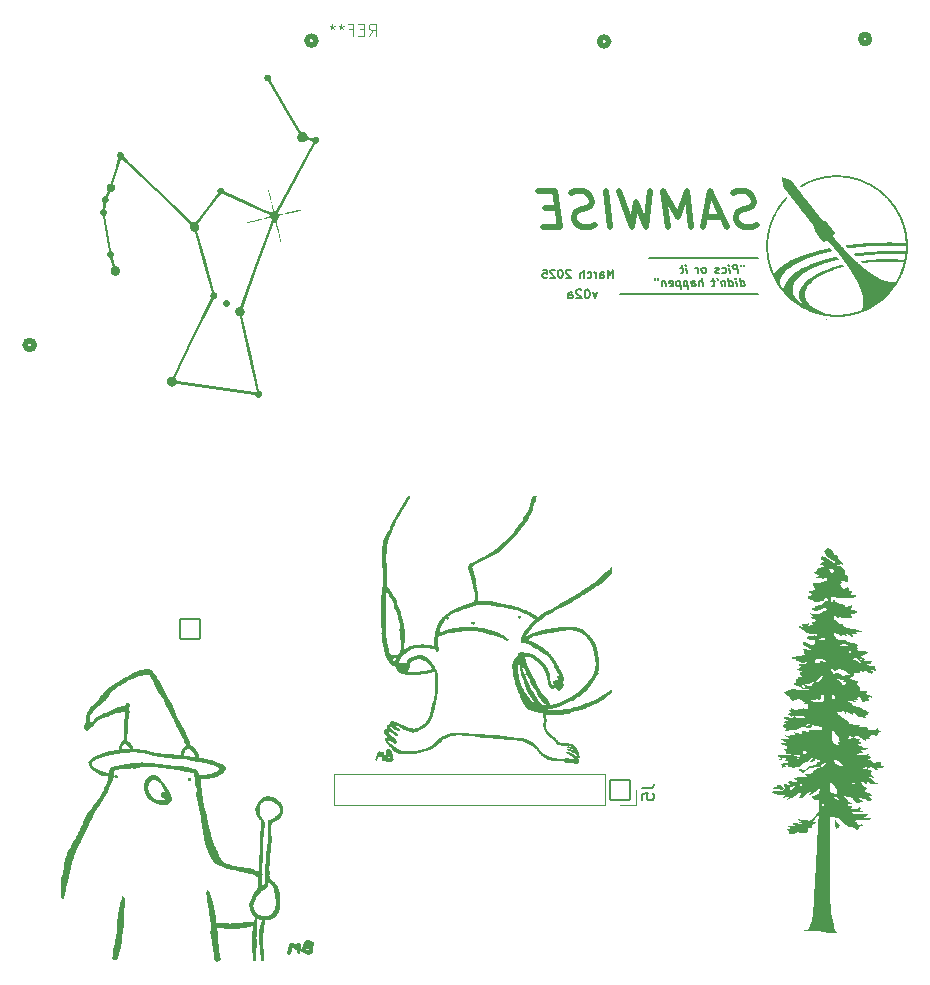
<source format=gbo>
%TF.GenerationSoftware,KiCad,Pcbnew,8.0.6-8.0.6-0~ubuntu24.04.1*%
%TF.CreationDate,2025-03-15T16:41:29-07:00*%
%TF.ProjectId,motor_board,6d6f746f-725f-4626-9f61-72642e6b6963,idk*%
%TF.SameCoordinates,Original*%
%TF.FileFunction,Legend,Bot*%
%TF.FilePolarity,Positive*%
%FSLAX46Y46*%
G04 Gerber Fmt 4.6, Leading zero omitted, Abs format (unit mm)*
G04 Created by KiCad (PCBNEW 8.0.6-8.0.6-0~ubuntu24.04.1) date 2025-03-15 16:41:29*
%MOMM*%
%LPD*%
G01*
G04 APERTURE LIST*
G04 Aperture macros list*
%AMRoundRect*
0 Rectangle with rounded corners*
0 $1 Rounding radius*
0 $2 $3 $4 $5 $6 $7 $8 $9 X,Y pos of 4 corners*
0 Add a 4 corners polygon primitive as box body*
4,1,4,$2,$3,$4,$5,$6,$7,$8,$9,$2,$3,0*
0 Add four circle primitives for the rounded corners*
1,1,$1+$1,$2,$3*
1,1,$1+$1,$4,$5*
1,1,$1+$1,$6,$7*
1,1,$1+$1,$8,$9*
0 Add four rect primitives between the rounded corners*
20,1,$1+$1,$2,$3,$4,$5,0*
20,1,$1+$1,$4,$5,$6,$7,0*
20,1,$1+$1,$6,$7,$8,$9,0*
20,1,$1+$1,$8,$9,$2,$3,0*%
G04 Aperture macros list end*
%ADD10C,0.127000*%
%ADD11C,0.500000*%
%ADD12C,0.150000*%
%ADD13C,0.100000*%
%ADD14C,0.508000*%
%ADD15C,0.000000*%
%ADD16C,0.120000*%
%ADD17C,5.701600*%
%ADD18C,0.701600*%
%ADD19O,2.201600X1.101600*%
%ADD20O,1.701600X1.101600*%
%ADD21C,0.401600*%
%ADD22RoundRect,0.050800X-0.850000X0.850000X-0.850000X-0.850000X0.850000X-0.850000X0.850000X0.850000X0*%
%ADD23O,1.801600X1.801600*%
%ADD24C,2.000000*%
%ADD25RoundRect,0.050800X0.850000X-0.850000X0.850000X0.850000X-0.850000X0.850000X-0.850000X-0.850000X0*%
G04 APERTURE END LIST*
D10*
X167980000Y-89288000D02*
X156296000Y-89288000D01*
X167980000Y-86240000D02*
X158709000Y-86240000D01*
X154337590Y-89102141D02*
X154156162Y-89610141D01*
X154156162Y-89610141D02*
X153974733Y-89102141D01*
X153539305Y-88848141D02*
X153466734Y-88848141D01*
X153466734Y-88848141D02*
X153394162Y-88884427D01*
X153394162Y-88884427D02*
X153357877Y-88920713D01*
X153357877Y-88920713D02*
X153321591Y-88993284D01*
X153321591Y-88993284D02*
X153285305Y-89138427D01*
X153285305Y-89138427D02*
X153285305Y-89319856D01*
X153285305Y-89319856D02*
X153321591Y-89464998D01*
X153321591Y-89464998D02*
X153357877Y-89537570D01*
X153357877Y-89537570D02*
X153394162Y-89573856D01*
X153394162Y-89573856D02*
X153466734Y-89610141D01*
X153466734Y-89610141D02*
X153539305Y-89610141D01*
X153539305Y-89610141D02*
X153611877Y-89573856D01*
X153611877Y-89573856D02*
X153648162Y-89537570D01*
X153648162Y-89537570D02*
X153684448Y-89464998D01*
X153684448Y-89464998D02*
X153720734Y-89319856D01*
X153720734Y-89319856D02*
X153720734Y-89138427D01*
X153720734Y-89138427D02*
X153684448Y-88993284D01*
X153684448Y-88993284D02*
X153648162Y-88920713D01*
X153648162Y-88920713D02*
X153611877Y-88884427D01*
X153611877Y-88884427D02*
X153539305Y-88848141D01*
X152995020Y-88920713D02*
X152958734Y-88884427D01*
X152958734Y-88884427D02*
X152886163Y-88848141D01*
X152886163Y-88848141D02*
X152704734Y-88848141D01*
X152704734Y-88848141D02*
X152632163Y-88884427D01*
X152632163Y-88884427D02*
X152595877Y-88920713D01*
X152595877Y-88920713D02*
X152559591Y-88993284D01*
X152559591Y-88993284D02*
X152559591Y-89065856D01*
X152559591Y-89065856D02*
X152595877Y-89174713D01*
X152595877Y-89174713D02*
X153031305Y-89610141D01*
X153031305Y-89610141D02*
X152559591Y-89610141D01*
X151906449Y-89610141D02*
X151906449Y-89210998D01*
X151906449Y-89210998D02*
X151942734Y-89138427D01*
X151942734Y-89138427D02*
X152015306Y-89102141D01*
X152015306Y-89102141D02*
X152160449Y-89102141D01*
X152160449Y-89102141D02*
X152233020Y-89138427D01*
X151906449Y-89573856D02*
X151979020Y-89610141D01*
X151979020Y-89610141D02*
X152160449Y-89610141D01*
X152160449Y-89610141D02*
X152233020Y-89573856D01*
X152233020Y-89573856D02*
X152269306Y-89501284D01*
X152269306Y-89501284D02*
X152269306Y-89428713D01*
X152269306Y-89428713D02*
X152233020Y-89356141D01*
X152233020Y-89356141D02*
X152160449Y-89319856D01*
X152160449Y-89319856D02*
X151979020Y-89319856D01*
X151979020Y-89319856D02*
X151906449Y-89283570D01*
X166759781Y-86783749D02*
X166776448Y-86917082D01*
X166493114Y-86783749D02*
X166509781Y-86917082D01*
X166280615Y-87483749D02*
X166193115Y-86783749D01*
X166193115Y-86783749D02*
X165926448Y-86783749D01*
X165926448Y-86783749D02*
X165863948Y-86817082D01*
X165863948Y-86817082D02*
X165834781Y-86850416D01*
X165834781Y-86850416D02*
X165809781Y-86917082D01*
X165809781Y-86917082D02*
X165822281Y-87017082D01*
X165822281Y-87017082D02*
X165863948Y-87083749D01*
X165863948Y-87083749D02*
X165901448Y-87117082D01*
X165901448Y-87117082D02*
X165972281Y-87150416D01*
X165972281Y-87150416D02*
X166238948Y-87150416D01*
X165580615Y-87483749D02*
X165522281Y-87017082D01*
X165493115Y-86783749D02*
X165530615Y-86817082D01*
X165530615Y-86817082D02*
X165501448Y-86850416D01*
X165501448Y-86850416D02*
X165463948Y-86817082D01*
X165463948Y-86817082D02*
X165493115Y-86783749D01*
X165493115Y-86783749D02*
X165501448Y-86850416D01*
X164943115Y-87450416D02*
X165013948Y-87483749D01*
X165013948Y-87483749D02*
X165147282Y-87483749D01*
X165147282Y-87483749D02*
X165209782Y-87450416D01*
X165209782Y-87450416D02*
X165238948Y-87417082D01*
X165238948Y-87417082D02*
X165263948Y-87350416D01*
X165263948Y-87350416D02*
X165238948Y-87150416D01*
X165238948Y-87150416D02*
X165197282Y-87083749D01*
X165197282Y-87083749D02*
X165159782Y-87050416D01*
X165159782Y-87050416D02*
X165088948Y-87017082D01*
X165088948Y-87017082D02*
X164955615Y-87017082D01*
X164955615Y-87017082D02*
X164893115Y-87050416D01*
X164676448Y-87450416D02*
X164613948Y-87483749D01*
X164613948Y-87483749D02*
X164480615Y-87483749D01*
X164480615Y-87483749D02*
X164409782Y-87450416D01*
X164409782Y-87450416D02*
X164368115Y-87383749D01*
X164368115Y-87383749D02*
X164363948Y-87350416D01*
X164363948Y-87350416D02*
X164388948Y-87283749D01*
X164388948Y-87283749D02*
X164451448Y-87250416D01*
X164451448Y-87250416D02*
X164551448Y-87250416D01*
X164551448Y-87250416D02*
X164613948Y-87217082D01*
X164613948Y-87217082D02*
X164638948Y-87150416D01*
X164638948Y-87150416D02*
X164634782Y-87117082D01*
X164634782Y-87117082D02*
X164593115Y-87050416D01*
X164593115Y-87050416D02*
X164522282Y-87017082D01*
X164522282Y-87017082D02*
X164422282Y-87017082D01*
X164422282Y-87017082D02*
X164359782Y-87050416D01*
X163447282Y-87483749D02*
X163509782Y-87450416D01*
X163509782Y-87450416D02*
X163538948Y-87417082D01*
X163538948Y-87417082D02*
X163563948Y-87350416D01*
X163563948Y-87350416D02*
X163538948Y-87150416D01*
X163538948Y-87150416D02*
X163497282Y-87083749D01*
X163497282Y-87083749D02*
X163459782Y-87050416D01*
X163459782Y-87050416D02*
X163388948Y-87017082D01*
X163388948Y-87017082D02*
X163288948Y-87017082D01*
X163288948Y-87017082D02*
X163226448Y-87050416D01*
X163226448Y-87050416D02*
X163197282Y-87083749D01*
X163197282Y-87083749D02*
X163172282Y-87150416D01*
X163172282Y-87150416D02*
X163197282Y-87350416D01*
X163197282Y-87350416D02*
X163238948Y-87417082D01*
X163238948Y-87417082D02*
X163276448Y-87450416D01*
X163276448Y-87450416D02*
X163347282Y-87483749D01*
X163347282Y-87483749D02*
X163447282Y-87483749D01*
X162913949Y-87483749D02*
X162855615Y-87017082D01*
X162872282Y-87150416D02*
X162830615Y-87083749D01*
X162830615Y-87083749D02*
X162793115Y-87050416D01*
X162793115Y-87050416D02*
X162722282Y-87017082D01*
X162722282Y-87017082D02*
X162655615Y-87017082D01*
X161947283Y-87483749D02*
X161888949Y-87017082D01*
X161859783Y-86783749D02*
X161897283Y-86817082D01*
X161897283Y-86817082D02*
X161868116Y-86850416D01*
X161868116Y-86850416D02*
X161830616Y-86817082D01*
X161830616Y-86817082D02*
X161859783Y-86783749D01*
X161859783Y-86783749D02*
X161868116Y-86850416D01*
X161655616Y-87017082D02*
X161388950Y-87017082D01*
X161526450Y-86783749D02*
X161601450Y-87383749D01*
X161601450Y-87383749D02*
X161576450Y-87450416D01*
X161576450Y-87450416D02*
X161513950Y-87483749D01*
X161513950Y-87483749D02*
X161447283Y-87483749D01*
X166513948Y-88610710D02*
X166426448Y-87910710D01*
X166509781Y-88577377D02*
X166580614Y-88610710D01*
X166580614Y-88610710D02*
X166713948Y-88610710D01*
X166713948Y-88610710D02*
X166776448Y-88577377D01*
X166776448Y-88577377D02*
X166805614Y-88544043D01*
X166805614Y-88544043D02*
X166830614Y-88477377D01*
X166830614Y-88477377D02*
X166805614Y-88277377D01*
X166805614Y-88277377D02*
X166763948Y-88210710D01*
X166763948Y-88210710D02*
X166726448Y-88177377D01*
X166726448Y-88177377D02*
X166655614Y-88144043D01*
X166655614Y-88144043D02*
X166522281Y-88144043D01*
X166522281Y-88144043D02*
X166459781Y-88177377D01*
X166180615Y-88610710D02*
X166122281Y-88144043D01*
X166093115Y-87910710D02*
X166130615Y-87944043D01*
X166130615Y-87944043D02*
X166101448Y-87977377D01*
X166101448Y-87977377D02*
X166063948Y-87944043D01*
X166063948Y-87944043D02*
X166093115Y-87910710D01*
X166093115Y-87910710D02*
X166101448Y-87977377D01*
X165547282Y-88610710D02*
X165459782Y-87910710D01*
X165543115Y-88577377D02*
X165613948Y-88610710D01*
X165613948Y-88610710D02*
X165747282Y-88610710D01*
X165747282Y-88610710D02*
X165809782Y-88577377D01*
X165809782Y-88577377D02*
X165838948Y-88544043D01*
X165838948Y-88544043D02*
X165863948Y-88477377D01*
X165863948Y-88477377D02*
X165838948Y-88277377D01*
X165838948Y-88277377D02*
X165797282Y-88210710D01*
X165797282Y-88210710D02*
X165759782Y-88177377D01*
X165759782Y-88177377D02*
X165688948Y-88144043D01*
X165688948Y-88144043D02*
X165555615Y-88144043D01*
X165555615Y-88144043D02*
X165493115Y-88177377D01*
X165155615Y-88144043D02*
X165213949Y-88610710D01*
X165163949Y-88210710D02*
X165126449Y-88177377D01*
X165126449Y-88177377D02*
X165055615Y-88144043D01*
X165055615Y-88144043D02*
X164955615Y-88144043D01*
X164955615Y-88144043D02*
X164893115Y-88177377D01*
X164893115Y-88177377D02*
X164868115Y-88244043D01*
X164868115Y-88244043D02*
X164913949Y-88610710D01*
X164459782Y-87910710D02*
X164543116Y-88044043D01*
X164288949Y-88144043D02*
X164022283Y-88144043D01*
X164159783Y-87910710D02*
X164234783Y-88510710D01*
X164234783Y-88510710D02*
X164209783Y-88577377D01*
X164209783Y-88577377D02*
X164147283Y-88610710D01*
X164147283Y-88610710D02*
X164080616Y-88610710D01*
X163313950Y-88610710D02*
X163226450Y-87910710D01*
X163013950Y-88610710D02*
X162968116Y-88244043D01*
X162968116Y-88244043D02*
X162993116Y-88177377D01*
X162993116Y-88177377D02*
X163055616Y-88144043D01*
X163055616Y-88144043D02*
X163155616Y-88144043D01*
X163155616Y-88144043D02*
X163226450Y-88177377D01*
X163226450Y-88177377D02*
X163263950Y-88210710D01*
X162380617Y-88610710D02*
X162334783Y-88244043D01*
X162334783Y-88244043D02*
X162359783Y-88177377D01*
X162359783Y-88177377D02*
X162422283Y-88144043D01*
X162422283Y-88144043D02*
X162555617Y-88144043D01*
X162555617Y-88144043D02*
X162626450Y-88177377D01*
X162376450Y-88577377D02*
X162447283Y-88610710D01*
X162447283Y-88610710D02*
X162613950Y-88610710D01*
X162613950Y-88610710D02*
X162676450Y-88577377D01*
X162676450Y-88577377D02*
X162701450Y-88510710D01*
X162701450Y-88510710D02*
X162693117Y-88444043D01*
X162693117Y-88444043D02*
X162651450Y-88377377D01*
X162651450Y-88377377D02*
X162580617Y-88344043D01*
X162580617Y-88344043D02*
X162413950Y-88344043D01*
X162413950Y-88344043D02*
X162343117Y-88310710D01*
X161988950Y-88144043D02*
X162076450Y-88844043D01*
X161993117Y-88177377D02*
X161922284Y-88144043D01*
X161922284Y-88144043D02*
X161788950Y-88144043D01*
X161788950Y-88144043D02*
X161726450Y-88177377D01*
X161726450Y-88177377D02*
X161697284Y-88210710D01*
X161697284Y-88210710D02*
X161672284Y-88277377D01*
X161672284Y-88277377D02*
X161697284Y-88477377D01*
X161697284Y-88477377D02*
X161738950Y-88544043D01*
X161738950Y-88544043D02*
X161776450Y-88577377D01*
X161776450Y-88577377D02*
X161847284Y-88610710D01*
X161847284Y-88610710D02*
X161980617Y-88610710D01*
X161980617Y-88610710D02*
X162043117Y-88577377D01*
X161355617Y-88144043D02*
X161443117Y-88844043D01*
X161359784Y-88177377D02*
X161288951Y-88144043D01*
X161288951Y-88144043D02*
X161155617Y-88144043D01*
X161155617Y-88144043D02*
X161093117Y-88177377D01*
X161093117Y-88177377D02*
X161063951Y-88210710D01*
X161063951Y-88210710D02*
X161038951Y-88277377D01*
X161038951Y-88277377D02*
X161063951Y-88477377D01*
X161063951Y-88477377D02*
X161105617Y-88544043D01*
X161105617Y-88544043D02*
X161143117Y-88577377D01*
X161143117Y-88577377D02*
X161213951Y-88610710D01*
X161213951Y-88610710D02*
X161347284Y-88610710D01*
X161347284Y-88610710D02*
X161409784Y-88577377D01*
X160509784Y-88577377D02*
X160580618Y-88610710D01*
X160580618Y-88610710D02*
X160713951Y-88610710D01*
X160713951Y-88610710D02*
X160776451Y-88577377D01*
X160776451Y-88577377D02*
X160801451Y-88510710D01*
X160801451Y-88510710D02*
X160768118Y-88244043D01*
X160768118Y-88244043D02*
X160726451Y-88177377D01*
X160726451Y-88177377D02*
X160655618Y-88144043D01*
X160655618Y-88144043D02*
X160522284Y-88144043D01*
X160522284Y-88144043D02*
X160459784Y-88177377D01*
X160459784Y-88177377D02*
X160434784Y-88244043D01*
X160434784Y-88244043D02*
X160443118Y-88310710D01*
X160443118Y-88310710D02*
X160784784Y-88377377D01*
X160122284Y-88144043D02*
X160180618Y-88610710D01*
X160130618Y-88210710D02*
X160093118Y-88177377D01*
X160093118Y-88177377D02*
X160022284Y-88144043D01*
X160022284Y-88144043D02*
X159922284Y-88144043D01*
X159922284Y-88144043D02*
X159859784Y-88177377D01*
X159859784Y-88177377D02*
X159834784Y-88244043D01*
X159834784Y-88244043D02*
X159880618Y-88610710D01*
X159493118Y-87910710D02*
X159509785Y-88044043D01*
X159226451Y-87910710D02*
X159243118Y-88044043D01*
D11*
X167871428Y-83419000D02*
X167460714Y-83561857D01*
X167460714Y-83561857D02*
X166746428Y-83561857D01*
X166746428Y-83561857D02*
X166442857Y-83419000D01*
X166442857Y-83419000D02*
X166282142Y-83276142D01*
X166282142Y-83276142D02*
X166103571Y-82990428D01*
X166103571Y-82990428D02*
X166067857Y-82704714D01*
X166067857Y-82704714D02*
X166174999Y-82419000D01*
X166174999Y-82419000D02*
X166299999Y-82276142D01*
X166299999Y-82276142D02*
X166567857Y-82133285D01*
X166567857Y-82133285D02*
X167121428Y-81990428D01*
X167121428Y-81990428D02*
X167389285Y-81847571D01*
X167389285Y-81847571D02*
X167514285Y-81704714D01*
X167514285Y-81704714D02*
X167621428Y-81419000D01*
X167621428Y-81419000D02*
X167585714Y-81133285D01*
X167585714Y-81133285D02*
X167407142Y-80847571D01*
X167407142Y-80847571D02*
X167246428Y-80704714D01*
X167246428Y-80704714D02*
X166942857Y-80561857D01*
X166942857Y-80561857D02*
X166228571Y-80561857D01*
X166228571Y-80561857D02*
X165817857Y-80704714D01*
X164924999Y-82704714D02*
X163496428Y-82704714D01*
X165317856Y-83561857D02*
X163942856Y-80561857D01*
X163942856Y-80561857D02*
X163317856Y-83561857D01*
X162317856Y-83561857D02*
X161942856Y-80561857D01*
X161942856Y-80561857D02*
X161210713Y-82704714D01*
X161210713Y-82704714D02*
X159942856Y-80561857D01*
X159942856Y-80561857D02*
X160317856Y-83561857D01*
X158799999Y-80561857D02*
X158460714Y-83561857D01*
X158460714Y-83561857D02*
X157621428Y-81419000D01*
X157621428Y-81419000D02*
X157317856Y-83561857D01*
X157317856Y-83561857D02*
X156228571Y-80561857D01*
X155460714Y-83561857D02*
X155085714Y-80561857D01*
X154157143Y-83419000D02*
X153746429Y-83561857D01*
X153746429Y-83561857D02*
X153032143Y-83561857D01*
X153032143Y-83561857D02*
X152728572Y-83419000D01*
X152728572Y-83419000D02*
X152567857Y-83276142D01*
X152567857Y-83276142D02*
X152389286Y-82990428D01*
X152389286Y-82990428D02*
X152353572Y-82704714D01*
X152353572Y-82704714D02*
X152460714Y-82419000D01*
X152460714Y-82419000D02*
X152585714Y-82276142D01*
X152585714Y-82276142D02*
X152853572Y-82133285D01*
X152853572Y-82133285D02*
X153407143Y-81990428D01*
X153407143Y-81990428D02*
X153675000Y-81847571D01*
X153675000Y-81847571D02*
X153800000Y-81704714D01*
X153800000Y-81704714D02*
X153907143Y-81419000D01*
X153907143Y-81419000D02*
X153871429Y-81133285D01*
X153871429Y-81133285D02*
X153692857Y-80847571D01*
X153692857Y-80847571D02*
X153532143Y-80704714D01*
X153532143Y-80704714D02*
X153228572Y-80561857D01*
X153228572Y-80561857D02*
X152514286Y-80561857D01*
X152514286Y-80561857D02*
X152103572Y-80704714D01*
X150978571Y-81990428D02*
X149978571Y-81990428D01*
X149746429Y-83561857D02*
X151175000Y-83561857D01*
X151175000Y-83561857D02*
X150800000Y-80561857D01*
X150800000Y-80561857D02*
X149371429Y-80561857D01*
D10*
X155703333Y-87877229D02*
X155703333Y-87177229D01*
X155703333Y-87177229D02*
X155470000Y-87677229D01*
X155470000Y-87677229D02*
X155236666Y-87177229D01*
X155236666Y-87177229D02*
X155236666Y-87877229D01*
X154603333Y-87877229D02*
X154603333Y-87510562D01*
X154603333Y-87510562D02*
X154636666Y-87443896D01*
X154636666Y-87443896D02*
X154703333Y-87410562D01*
X154703333Y-87410562D02*
X154836666Y-87410562D01*
X154836666Y-87410562D02*
X154903333Y-87443896D01*
X154603333Y-87843896D02*
X154670000Y-87877229D01*
X154670000Y-87877229D02*
X154836666Y-87877229D01*
X154836666Y-87877229D02*
X154903333Y-87843896D01*
X154903333Y-87843896D02*
X154936666Y-87777229D01*
X154936666Y-87777229D02*
X154936666Y-87710562D01*
X154936666Y-87710562D02*
X154903333Y-87643896D01*
X154903333Y-87643896D02*
X154836666Y-87610562D01*
X154836666Y-87610562D02*
X154670000Y-87610562D01*
X154670000Y-87610562D02*
X154603333Y-87577229D01*
X154270000Y-87877229D02*
X154270000Y-87410562D01*
X154270000Y-87543896D02*
X154236667Y-87477229D01*
X154236667Y-87477229D02*
X154203333Y-87443896D01*
X154203333Y-87443896D02*
X154136667Y-87410562D01*
X154136667Y-87410562D02*
X154070000Y-87410562D01*
X153536667Y-87843896D02*
X153603334Y-87877229D01*
X153603334Y-87877229D02*
X153736667Y-87877229D01*
X153736667Y-87877229D02*
X153803334Y-87843896D01*
X153803334Y-87843896D02*
X153836667Y-87810562D01*
X153836667Y-87810562D02*
X153870000Y-87743896D01*
X153870000Y-87743896D02*
X153870000Y-87543896D01*
X153870000Y-87543896D02*
X153836667Y-87477229D01*
X153836667Y-87477229D02*
X153803334Y-87443896D01*
X153803334Y-87443896D02*
X153736667Y-87410562D01*
X153736667Y-87410562D02*
X153603334Y-87410562D01*
X153603334Y-87410562D02*
X153536667Y-87443896D01*
X153236667Y-87877229D02*
X153236667Y-87177229D01*
X152936667Y-87877229D02*
X152936667Y-87510562D01*
X152936667Y-87510562D02*
X152970000Y-87443896D01*
X152970000Y-87443896D02*
X153036667Y-87410562D01*
X153036667Y-87410562D02*
X153136667Y-87410562D01*
X153136667Y-87410562D02*
X153203334Y-87443896D01*
X153203334Y-87443896D02*
X153236667Y-87477229D01*
X152103334Y-87243896D02*
X152070001Y-87210562D01*
X152070001Y-87210562D02*
X152003334Y-87177229D01*
X152003334Y-87177229D02*
X151836668Y-87177229D01*
X151836668Y-87177229D02*
X151770001Y-87210562D01*
X151770001Y-87210562D02*
X151736668Y-87243896D01*
X151736668Y-87243896D02*
X151703334Y-87310562D01*
X151703334Y-87310562D02*
X151703334Y-87377229D01*
X151703334Y-87377229D02*
X151736668Y-87477229D01*
X151736668Y-87477229D02*
X152136668Y-87877229D01*
X152136668Y-87877229D02*
X151703334Y-87877229D01*
X151270001Y-87177229D02*
X151203334Y-87177229D01*
X151203334Y-87177229D02*
X151136667Y-87210562D01*
X151136667Y-87210562D02*
X151103334Y-87243896D01*
X151103334Y-87243896D02*
X151070001Y-87310562D01*
X151070001Y-87310562D02*
X151036667Y-87443896D01*
X151036667Y-87443896D02*
X151036667Y-87610562D01*
X151036667Y-87610562D02*
X151070001Y-87743896D01*
X151070001Y-87743896D02*
X151103334Y-87810562D01*
X151103334Y-87810562D02*
X151136667Y-87843896D01*
X151136667Y-87843896D02*
X151203334Y-87877229D01*
X151203334Y-87877229D02*
X151270001Y-87877229D01*
X151270001Y-87877229D02*
X151336667Y-87843896D01*
X151336667Y-87843896D02*
X151370001Y-87810562D01*
X151370001Y-87810562D02*
X151403334Y-87743896D01*
X151403334Y-87743896D02*
X151436667Y-87610562D01*
X151436667Y-87610562D02*
X151436667Y-87443896D01*
X151436667Y-87443896D02*
X151403334Y-87310562D01*
X151403334Y-87310562D02*
X151370001Y-87243896D01*
X151370001Y-87243896D02*
X151336667Y-87210562D01*
X151336667Y-87210562D02*
X151270001Y-87177229D01*
X150770000Y-87243896D02*
X150736667Y-87210562D01*
X150736667Y-87210562D02*
X150670000Y-87177229D01*
X150670000Y-87177229D02*
X150503334Y-87177229D01*
X150503334Y-87177229D02*
X150436667Y-87210562D01*
X150436667Y-87210562D02*
X150403334Y-87243896D01*
X150403334Y-87243896D02*
X150370000Y-87310562D01*
X150370000Y-87310562D02*
X150370000Y-87377229D01*
X150370000Y-87377229D02*
X150403334Y-87477229D01*
X150403334Y-87477229D02*
X150803334Y-87877229D01*
X150803334Y-87877229D02*
X150370000Y-87877229D01*
X149736667Y-87177229D02*
X150070000Y-87177229D01*
X150070000Y-87177229D02*
X150103333Y-87510562D01*
X150103333Y-87510562D02*
X150070000Y-87477229D01*
X150070000Y-87477229D02*
X150003333Y-87443896D01*
X150003333Y-87443896D02*
X149836667Y-87443896D01*
X149836667Y-87443896D02*
X149770000Y-87477229D01*
X149770000Y-87477229D02*
X149736667Y-87510562D01*
X149736667Y-87510562D02*
X149703333Y-87577229D01*
X149703333Y-87577229D02*
X149703333Y-87743896D01*
X149703333Y-87743896D02*
X149736667Y-87810562D01*
X149736667Y-87810562D02*
X149770000Y-87843896D01*
X149770000Y-87843896D02*
X149836667Y-87877229D01*
X149836667Y-87877229D02*
X150003333Y-87877229D01*
X150003333Y-87877229D02*
X150070000Y-87843896D01*
X150070000Y-87843896D02*
X150103333Y-87810562D01*
D12*
X158162719Y-131092766D02*
X158877004Y-131092766D01*
X158877004Y-131092766D02*
X159019861Y-131045147D01*
X159019861Y-131045147D02*
X159115100Y-130949909D01*
X159115100Y-130949909D02*
X159162719Y-130807052D01*
X159162719Y-130807052D02*
X159162719Y-130711814D01*
X158162719Y-132045147D02*
X158162719Y-131568957D01*
X158162719Y-131568957D02*
X158638909Y-131521338D01*
X158638909Y-131521338D02*
X158591290Y-131568957D01*
X158591290Y-131568957D02*
X158543671Y-131664195D01*
X158543671Y-131664195D02*
X158543671Y-131902290D01*
X158543671Y-131902290D02*
X158591290Y-131997528D01*
X158591290Y-131997528D02*
X158638909Y-132045147D01*
X158638909Y-132045147D02*
X158734147Y-132092766D01*
X158734147Y-132092766D02*
X158972242Y-132092766D01*
X158972242Y-132092766D02*
X159067480Y-132045147D01*
X159067480Y-132045147D02*
X159115100Y-131997528D01*
X159115100Y-131997528D02*
X159162719Y-131902290D01*
X159162719Y-131902290D02*
X159162719Y-131664195D01*
X159162719Y-131664195D02*
X159115100Y-131568957D01*
X159115100Y-131568957D02*
X159067480Y-131521338D01*
D13*
X135024942Y-67374695D02*
X135358275Y-66898504D01*
X135596370Y-67374695D02*
X135596370Y-66374695D01*
X135596370Y-66374695D02*
X135215418Y-66374695D01*
X135215418Y-66374695D02*
X135120180Y-66422314D01*
X135120180Y-66422314D02*
X135072561Y-66469933D01*
X135072561Y-66469933D02*
X135024942Y-66565171D01*
X135024942Y-66565171D02*
X135024942Y-66708028D01*
X135024942Y-66708028D02*
X135072561Y-66803266D01*
X135072561Y-66803266D02*
X135120180Y-66850885D01*
X135120180Y-66850885D02*
X135215418Y-66898504D01*
X135215418Y-66898504D02*
X135596370Y-66898504D01*
X134596370Y-66850885D02*
X134263037Y-66850885D01*
X134120180Y-67374695D02*
X134596370Y-67374695D01*
X134596370Y-67374695D02*
X134596370Y-66374695D01*
X134596370Y-66374695D02*
X134120180Y-66374695D01*
X133358275Y-66850885D02*
X133691608Y-66850885D01*
X133691608Y-67374695D02*
X133691608Y-66374695D01*
X133691608Y-66374695D02*
X133215418Y-66374695D01*
X132691608Y-66374695D02*
X132691608Y-66612790D01*
X132929703Y-66517552D02*
X132691608Y-66612790D01*
X132691608Y-66612790D02*
X132453513Y-66517552D01*
X132834465Y-66803266D02*
X132691608Y-66612790D01*
X132691608Y-66612790D02*
X132548751Y-66803266D01*
X131929703Y-66374695D02*
X131929703Y-66612790D01*
X132167798Y-66517552D02*
X131929703Y-66612790D01*
X131929703Y-66612790D02*
X131691608Y-66517552D01*
X132072560Y-66803266D02*
X131929703Y-66612790D01*
X131929703Y-66612790D02*
X131786846Y-66803266D01*
D14*
X155316500Y-67868100D02*
G75*
G02*
X154554500Y-67868100I-381000J0D01*
G01*
X154554500Y-67868100D02*
G75*
G02*
X155316500Y-67868100I381000J0D01*
G01*
X177419532Y-67651933D02*
G75*
G02*
X176657532Y-67651933I-381000J0D01*
G01*
X176657532Y-67651933D02*
G75*
G02*
X177419532Y-67651933I381000J0D01*
G01*
X106685087Y-93562019D02*
G75*
G02*
X105923087Y-93562019I-381000J0D01*
G01*
X105923087Y-93562019D02*
G75*
G02*
X106685087Y-93562019I381000J0D01*
G01*
X130544532Y-67796133D02*
G75*
G02*
X129782532Y-67796133I-381000J0D01*
G01*
X129782532Y-67796133D02*
G75*
G02*
X130544532Y-67796133I381000J0D01*
G01*
D15*
G36*
X119850545Y-130182533D02*
G01*
X119858508Y-130183378D01*
X119866210Y-130184848D01*
X119873662Y-130186920D01*
X119880872Y-130189570D01*
X119887848Y-130192773D01*
X119894600Y-130196508D01*
X119901136Y-130200749D01*
X119907465Y-130205472D01*
X119913596Y-130210655D01*
X119919539Y-130216272D01*
X119925300Y-130222301D01*
X119930891Y-130228718D01*
X119941593Y-130242619D01*
X119951716Y-130257784D01*
X119961331Y-130274023D01*
X119970507Y-130291147D01*
X119979316Y-130308963D01*
X119987830Y-130327283D01*
X119988195Y-130333396D01*
X119988345Y-130339327D01*
X119988283Y-130345080D01*
X119988014Y-130350658D01*
X119987541Y-130356065D01*
X119986870Y-130361304D01*
X119986005Y-130366378D01*
X119984949Y-130371291D01*
X119983708Y-130376047D01*
X119982286Y-130380648D01*
X119980687Y-130385097D01*
X119978915Y-130389400D01*
X119976975Y-130393557D01*
X119974871Y-130397574D01*
X119972607Y-130401453D01*
X119970189Y-130405198D01*
X119967619Y-130408812D01*
X119964903Y-130412299D01*
X119962045Y-130415661D01*
X119959049Y-130418903D01*
X119955919Y-130422027D01*
X119952661Y-130425037D01*
X119949278Y-130427937D01*
X119945774Y-130430729D01*
X119938423Y-130436005D01*
X119930643Y-130440893D01*
X119922468Y-130445418D01*
X119913933Y-130449609D01*
X119897991Y-130456537D01*
X119882184Y-130462445D01*
X119866552Y-130467260D01*
X119858813Y-130469235D01*
X119851132Y-130470909D01*
X119843514Y-130472273D01*
X119835963Y-130473317D01*
X119828484Y-130474033D01*
X119821082Y-130474412D01*
X119813762Y-130474443D01*
X119806528Y-130474118D01*
X119799385Y-130473428D01*
X119792338Y-130472364D01*
X119785392Y-130470915D01*
X119778552Y-130469074D01*
X119771821Y-130466830D01*
X119765206Y-130464175D01*
X119758710Y-130461099D01*
X119752339Y-130457593D01*
X119746098Y-130453649D01*
X119739990Y-130449256D01*
X119734021Y-130444405D01*
X119728196Y-130439088D01*
X119722519Y-130433294D01*
X119716995Y-130427016D01*
X119711630Y-130420243D01*
X119706426Y-130412967D01*
X119701391Y-130405178D01*
X119696527Y-130396867D01*
X119692002Y-130388216D01*
X119688131Y-130379716D01*
X119684896Y-130371370D01*
X119682275Y-130363178D01*
X119680249Y-130355141D01*
X119678798Y-130347260D01*
X119677900Y-130339537D01*
X119677536Y-130331973D01*
X119677687Y-130324569D01*
X119678330Y-130317326D01*
X119679447Y-130310246D01*
X119681017Y-130303329D01*
X119683020Y-130296576D01*
X119685436Y-130289990D01*
X119688244Y-130283570D01*
X119691424Y-130277319D01*
X119694956Y-130271238D01*
X119698820Y-130265327D01*
X119702995Y-130259588D01*
X119707462Y-130254021D01*
X119712199Y-130248629D01*
X119717188Y-130243413D01*
X119722407Y-130238373D01*
X119727837Y-130233510D01*
X119739247Y-130224324D01*
X119751256Y-130215862D01*
X119763703Y-130208135D01*
X119776425Y-130201153D01*
X119786786Y-130196136D01*
X119796815Y-130191935D01*
X119806523Y-130188527D01*
X119815918Y-130185887D01*
X119825009Y-130183991D01*
X119833804Y-130182816D01*
X119842313Y-130182338D01*
X119850545Y-130182533D01*
G37*
G36*
X113628983Y-129969488D02*
G01*
X113634380Y-129969961D01*
X113639720Y-129970688D01*
X113645004Y-129971661D01*
X113650230Y-129972877D01*
X113655399Y-129974329D01*
X113660511Y-129976011D01*
X113665564Y-129977918D01*
X113670560Y-129980044D01*
X113675496Y-129982384D01*
X113680375Y-129984932D01*
X113689954Y-129990631D01*
X113699296Y-129997094D01*
X113708398Y-130004277D01*
X113717259Y-130012135D01*
X113725877Y-130020624D01*
X113731727Y-130026921D01*
X113737107Y-130033216D01*
X113742022Y-130039508D01*
X113746477Y-130045797D01*
X113750477Y-130052085D01*
X113754027Y-130058371D01*
X113757133Y-130064655D01*
X113759800Y-130070938D01*
X113762032Y-130077221D01*
X113763836Y-130083502D01*
X113765216Y-130089784D01*
X113766178Y-130096065D01*
X113766726Y-130102346D01*
X113766866Y-130108627D01*
X113766603Y-130114910D01*
X113765943Y-130121192D01*
X113764890Y-130127476D01*
X113763450Y-130133762D01*
X113761628Y-130140049D01*
X113759428Y-130146338D01*
X113756858Y-130152629D01*
X113753920Y-130158922D01*
X113750621Y-130165218D01*
X113746966Y-130171517D01*
X113742960Y-130177819D01*
X113738609Y-130184125D01*
X113728889Y-130196747D01*
X113717849Y-130209386D01*
X113705529Y-130222044D01*
X113696218Y-130227306D01*
X113687030Y-130232189D01*
X113677969Y-130236684D01*
X113669040Y-130240784D01*
X113660247Y-130244481D01*
X113651593Y-130247768D01*
X113643083Y-130250637D01*
X113634722Y-130253080D01*
X113626512Y-130255089D01*
X113618460Y-130256657D01*
X113610568Y-130257776D01*
X113602841Y-130258438D01*
X113595283Y-130258635D01*
X113587899Y-130258360D01*
X113580692Y-130257605D01*
X113573666Y-130256363D01*
X113566826Y-130254625D01*
X113560177Y-130252383D01*
X113553721Y-130249631D01*
X113547464Y-130246360D01*
X113541410Y-130242562D01*
X113535562Y-130238231D01*
X113529925Y-130233358D01*
X113524503Y-130227935D01*
X113519300Y-130221954D01*
X113514321Y-130215409D01*
X113509569Y-130208291D01*
X113505049Y-130200593D01*
X113500766Y-130192306D01*
X113496722Y-130183423D01*
X113492922Y-130173937D01*
X113489372Y-130163839D01*
X113487287Y-130157139D01*
X113485455Y-130150467D01*
X113483877Y-130143828D01*
X113482555Y-130137225D01*
X113481493Y-130130663D01*
X113480692Y-130124147D01*
X113480156Y-130117681D01*
X113479886Y-130111270D01*
X113479885Y-130104918D01*
X113480156Y-130098630D01*
X113480702Y-130092410D01*
X113481523Y-130086263D01*
X113482624Y-130080193D01*
X113484007Y-130074205D01*
X113485674Y-130068304D01*
X113487627Y-130062493D01*
X113489869Y-130056778D01*
X113492403Y-130051163D01*
X113495231Y-130045653D01*
X113498356Y-130040251D01*
X113501779Y-130034963D01*
X113505504Y-130029793D01*
X113509533Y-130024745D01*
X113513869Y-130019824D01*
X113518513Y-130015035D01*
X113523469Y-130010383D01*
X113528739Y-130005870D01*
X113534326Y-130001503D01*
X113540231Y-129997286D01*
X113546458Y-129993222D01*
X113553008Y-129989318D01*
X113559885Y-129985577D01*
X113565944Y-129982577D01*
X113571948Y-129979898D01*
X113577898Y-129977534D01*
X113583794Y-129975478D01*
X113589636Y-129973726D01*
X113595423Y-129972272D01*
X113601155Y-129971110D01*
X113606832Y-129970235D01*
X113612454Y-129969641D01*
X113618019Y-129969322D01*
X113623529Y-129969273D01*
X113628983Y-129969488D01*
G37*
G36*
X114176299Y-140220796D02*
G01*
X114180317Y-140224367D01*
X114184029Y-140228105D01*
X114187459Y-140231992D01*
X114190632Y-140236012D01*
X114193572Y-140240148D01*
X114196302Y-140244382D01*
X114198848Y-140248698D01*
X114203480Y-140257506D01*
X114207662Y-140266434D01*
X114215445Y-140284104D01*
X114219432Y-140292573D01*
X114223740Y-140300616D01*
X114226075Y-140304435D01*
X114228563Y-140308095D01*
X114231227Y-140311581D01*
X114234093Y-140314875D01*
X114237183Y-140317959D01*
X114240523Y-140320817D01*
X114244135Y-140323432D01*
X114248046Y-140325786D01*
X114252277Y-140327863D01*
X114256855Y-140329645D01*
X114261802Y-140331115D01*
X114267143Y-140332256D01*
X114276238Y-140334062D01*
X114284798Y-140336190D01*
X114292838Y-140338632D01*
X114300373Y-140341378D01*
X114307420Y-140344419D01*
X114313994Y-140347744D01*
X114320110Y-140351344D01*
X114325786Y-140355210D01*
X114331035Y-140359332D01*
X114335875Y-140363700D01*
X114340321Y-140368306D01*
X114344388Y-140373139D01*
X114348092Y-140378189D01*
X114351449Y-140383448D01*
X114354475Y-140388905D01*
X114357186Y-140394552D01*
X114359597Y-140400378D01*
X114361723Y-140406374D01*
X114365187Y-140418837D01*
X114367704Y-140431865D01*
X114369399Y-140445381D01*
X114370398Y-140459309D01*
X114370827Y-140473572D01*
X114370813Y-140488094D01*
X114370480Y-140502798D01*
X114368605Y-140555751D01*
X114366196Y-140609756D01*
X114363243Y-140665883D01*
X114359737Y-140725202D01*
X114353437Y-140767946D01*
X114348915Y-140810591D01*
X114345867Y-140853127D01*
X114343993Y-140895544D01*
X114342551Y-140979981D01*
X114342168Y-141063821D01*
X114340422Y-141146983D01*
X114338282Y-141188284D01*
X114334894Y-141229385D01*
X114329954Y-141270275D01*
X114323161Y-141310946D01*
X114314211Y-141351386D01*
X114302802Y-141391585D01*
X114295678Y-141415724D01*
X114289570Y-141439929D01*
X114284395Y-141464197D01*
X114280064Y-141488522D01*
X114276492Y-141512902D01*
X114273593Y-141537333D01*
X114269470Y-141586329D01*
X114267005Y-141635478D01*
X114265510Y-141684750D01*
X114262670Y-141783533D01*
X114258258Y-141977257D01*
X114258971Y-142171074D01*
X114262729Y-142558824D01*
X114259251Y-142752675D01*
X114254747Y-142849577D01*
X114247855Y-142946456D01*
X114238168Y-143043307D01*
X114225279Y-143140125D01*
X114208779Y-143236905D01*
X114188261Y-143333642D01*
X114175071Y-143394168D01*
X114163619Y-143455085D01*
X114145039Y-143577903D01*
X114130742Y-143701709D01*
X114118948Y-143826120D01*
X114095748Y-144075218D01*
X114080782Y-144199136D01*
X114071678Y-144260769D01*
X114061198Y-144322121D01*
X114034999Y-144454018D01*
X114005611Y-144585317D01*
X113940929Y-144846828D01*
X113874477Y-145108068D01*
X113842875Y-145239029D01*
X113813578Y-145370454D01*
X113807866Y-145394063D01*
X113800982Y-145416529D01*
X113792967Y-145437848D01*
X113783865Y-145458017D01*
X113773720Y-145477034D01*
X113762574Y-145494896D01*
X113750470Y-145511601D01*
X113737452Y-145527146D01*
X113723562Y-145541527D01*
X113708844Y-145554743D01*
X113693340Y-145566791D01*
X113677095Y-145577668D01*
X113660150Y-145587371D01*
X113642549Y-145595897D01*
X113624335Y-145603245D01*
X113605551Y-145609411D01*
X113586241Y-145614392D01*
X113566446Y-145618186D01*
X113546211Y-145620791D01*
X113525579Y-145622202D01*
X113504591Y-145622419D01*
X113483293Y-145621437D01*
X113461726Y-145619255D01*
X113439934Y-145615870D01*
X113417960Y-145611279D01*
X113395846Y-145605479D01*
X113373637Y-145598467D01*
X113351375Y-145590242D01*
X113329103Y-145580800D01*
X113306864Y-145570138D01*
X113284701Y-145558254D01*
X113262658Y-145545145D01*
X113264442Y-145533319D01*
X113267026Y-145521793D01*
X113270297Y-145510514D01*
X113274137Y-145499429D01*
X113278432Y-145488485D01*
X113283066Y-145477629D01*
X113292889Y-145455973D01*
X113302680Y-145434036D01*
X113307275Y-145422830D01*
X113311515Y-145411397D01*
X113315286Y-145399682D01*
X113318470Y-145387632D01*
X113320954Y-145375196D01*
X113322620Y-145362321D01*
X113340595Y-145142856D01*
X113349543Y-145033050D01*
X113360029Y-144923429D01*
X113373227Y-144814170D01*
X113390308Y-144705449D01*
X113400671Y-144651345D01*
X113412446Y-144597441D01*
X113425778Y-144543760D01*
X113440814Y-144490324D01*
X113465891Y-144402131D01*
X113488647Y-144313572D01*
X113528011Y-144135475D01*
X113560551Y-143956283D01*
X113587911Y-143776246D01*
X113678431Y-143052622D01*
X113687064Y-142982187D01*
X113694189Y-142911654D01*
X113704946Y-142770368D01*
X113719673Y-142487417D01*
X113727753Y-142346041D01*
X113739051Y-142204923D01*
X113746548Y-142134506D01*
X113755619Y-142064207D01*
X113766523Y-141994045D01*
X113779514Y-141924038D01*
X113861279Y-141337437D01*
X113873175Y-141284573D01*
X113886235Y-141231962D01*
X113899454Y-141179428D01*
X113911828Y-141126797D01*
X113917385Y-141100390D01*
X113922353Y-141073893D01*
X113926609Y-141047284D01*
X113930025Y-141020542D01*
X113932478Y-140993644D01*
X113933840Y-140966568D01*
X113933987Y-140939293D01*
X113932794Y-140911797D01*
X113931988Y-140892457D01*
X113932244Y-140873499D01*
X113933529Y-140854918D01*
X113935809Y-140836711D01*
X113939052Y-140818872D01*
X113943225Y-140801396D01*
X113948294Y-140784279D01*
X113954226Y-140767516D01*
X113960988Y-140751103D01*
X113968547Y-140735034D01*
X113976871Y-140719306D01*
X113985925Y-140703913D01*
X113995677Y-140688850D01*
X114006094Y-140674114D01*
X114017143Y-140659699D01*
X114028790Y-140645600D01*
X114036594Y-140636044D01*
X114043697Y-140626450D01*
X114050137Y-140616802D01*
X114055953Y-140607086D01*
X114061186Y-140597283D01*
X114065875Y-140587381D01*
X114070059Y-140577361D01*
X114073778Y-140567209D01*
X114077072Y-140556909D01*
X114079979Y-140546446D01*
X114082540Y-140535802D01*
X114084794Y-140524964D01*
X114086780Y-140513914D01*
X114088538Y-140502638D01*
X114091529Y-140479342D01*
X114094675Y-140445416D01*
X114097300Y-140410900D01*
X114100653Y-140376258D01*
X114102992Y-140359035D01*
X114105980Y-140341955D01*
X114109773Y-140325075D01*
X114114527Y-140308454D01*
X114120397Y-140292149D01*
X114123800Y-140284134D01*
X114127540Y-140276220D01*
X114131637Y-140268414D01*
X114136111Y-140260723D01*
X114140981Y-140253155D01*
X114146266Y-140245717D01*
X114151987Y-140238416D01*
X114158161Y-140231260D01*
X114164810Y-140224255D01*
X114171952Y-140217409D01*
X114176299Y-140220796D01*
G37*
G36*
X128510946Y-144176816D02*
G01*
X128527952Y-144178483D01*
X128545464Y-144181277D01*
X128563489Y-144185197D01*
X128582033Y-144190239D01*
X128601104Y-144196401D01*
X128620708Y-144203681D01*
X128640852Y-144212076D01*
X128661543Y-144221584D01*
X128704596Y-144243929D01*
X128720653Y-144252493D01*
X128736200Y-144260000D01*
X128751311Y-144266423D01*
X128766062Y-144271732D01*
X128780526Y-144275900D01*
X128794778Y-144278897D01*
X128808892Y-144280694D01*
X128815920Y-144281135D01*
X128822942Y-144281264D01*
X128829967Y-144281080D01*
X128837003Y-144280578D01*
X128844061Y-144279755D01*
X128851150Y-144278607D01*
X128858279Y-144277131D01*
X128865456Y-144275322D01*
X128872693Y-144273179D01*
X128879997Y-144270696D01*
X128894846Y-144264699D01*
X128910078Y-144257302D01*
X128925767Y-144248478D01*
X128941988Y-144238198D01*
X128954102Y-144230838D01*
X128966680Y-144224575D01*
X128979665Y-144219380D01*
X128993002Y-144215226D01*
X129006634Y-144212086D01*
X129020506Y-144209933D01*
X129034560Y-144208740D01*
X129048743Y-144208478D01*
X129062996Y-144209123D01*
X129077265Y-144210645D01*
X129091493Y-144213017D01*
X129105624Y-144216213D01*
X129119602Y-144220205D01*
X129133372Y-144224967D01*
X129146876Y-144230469D01*
X129160059Y-144236687D01*
X129172865Y-144243591D01*
X129185239Y-144251156D01*
X129197123Y-144259353D01*
X129208462Y-144268156D01*
X129219199Y-144277537D01*
X129229280Y-144287470D01*
X129238647Y-144297926D01*
X129247245Y-144308878D01*
X129255017Y-144320301D01*
X129261908Y-144332165D01*
X129267862Y-144344444D01*
X129272822Y-144357110D01*
X129276732Y-144370138D01*
X129279537Y-144383498D01*
X129281181Y-144397164D01*
X129281606Y-144411109D01*
X129279617Y-144488263D01*
X129275642Y-144565501D01*
X129269354Y-144642665D01*
X129260424Y-144719600D01*
X129248526Y-144796148D01*
X129241362Y-144834228D01*
X129233332Y-144872153D01*
X129224397Y-144909903D01*
X129214515Y-144947458D01*
X129203645Y-144984799D01*
X129191746Y-145021906D01*
X129188193Y-145031608D01*
X129184253Y-145040758D01*
X129179942Y-145049355D01*
X129175279Y-145057398D01*
X129170281Y-145064887D01*
X129164967Y-145071822D01*
X129159353Y-145078203D01*
X129153457Y-145084028D01*
X129147299Y-145089298D01*
X129140894Y-145094012D01*
X129134261Y-145098170D01*
X129127417Y-145101771D01*
X129120381Y-145104814D01*
X129113170Y-145107301D01*
X129105802Y-145109229D01*
X129098294Y-145110599D01*
X129090664Y-145111410D01*
X129082931Y-145111662D01*
X129075111Y-145111355D01*
X129067223Y-145110487D01*
X129059285Y-145109059D01*
X129051313Y-145107071D01*
X129043326Y-145104521D01*
X129035342Y-145101409D01*
X129027378Y-145097735D01*
X129019452Y-145093499D01*
X129011581Y-145088700D01*
X129003785Y-145083338D01*
X128996079Y-145077412D01*
X128988483Y-145070922D01*
X128981013Y-145063867D01*
X128973688Y-145056248D01*
X128965791Y-145047122D01*
X128958570Y-145037736D01*
X128951991Y-145028103D01*
X128946024Y-145018234D01*
X128940635Y-145008143D01*
X128935792Y-144997844D01*
X128931464Y-144987349D01*
X128927618Y-144976671D01*
X128924222Y-144965823D01*
X128921243Y-144954818D01*
X128918650Y-144943669D01*
X128916411Y-144932390D01*
X128914492Y-144920992D01*
X128912863Y-144909490D01*
X128910341Y-144886222D01*
X128909002Y-144827703D01*
X128908175Y-144820766D01*
X128907608Y-144817445D01*
X128906925Y-144814240D01*
X128906115Y-144811161D01*
X128905168Y-144808221D01*
X128904074Y-144805433D01*
X128902822Y-144802808D01*
X128901402Y-144800359D01*
X128899803Y-144798098D01*
X128898015Y-144796038D01*
X128896027Y-144794190D01*
X128893830Y-144792566D01*
X128891413Y-144791180D01*
X128888765Y-144790043D01*
X128885876Y-144789167D01*
X128873534Y-144785829D01*
X128861524Y-144781988D01*
X128849825Y-144777673D01*
X128838419Y-144772911D01*
X128827288Y-144767730D01*
X128816412Y-144762160D01*
X128805774Y-144756227D01*
X128795353Y-144749961D01*
X128775091Y-144736539D01*
X128755476Y-144722119D01*
X128736359Y-144706927D01*
X128717590Y-144691186D01*
X128680492Y-144658963D01*
X128661865Y-144642931D01*
X128642985Y-144627251D01*
X128623702Y-144612149D01*
X128603866Y-144597851D01*
X128583327Y-144584581D01*
X128572748Y-144578401D01*
X128561936Y-144572564D01*
X128552547Y-144585553D01*
X128544232Y-144598560D01*
X128536918Y-144611583D01*
X128530531Y-144624620D01*
X128524997Y-144637669D01*
X128520242Y-144650728D01*
X128516191Y-144663795D01*
X128512771Y-144676869D01*
X128509907Y-144689946D01*
X128507526Y-144703026D01*
X128505554Y-144716107D01*
X128503915Y-144729186D01*
X128501346Y-144755332D01*
X128499225Y-144781449D01*
X128496878Y-144804930D01*
X128493652Y-144828128D01*
X128489588Y-144851049D01*
X128484722Y-144873703D01*
X128479093Y-144896096D01*
X128472739Y-144918238D01*
X128465698Y-144940135D01*
X128458008Y-144961797D01*
X128449709Y-144983230D01*
X128440837Y-145004443D01*
X128431431Y-145025443D01*
X128421530Y-145046240D01*
X128411171Y-145066839D01*
X128400393Y-145087251D01*
X128377732Y-145127540D01*
X128372045Y-145136920D01*
X128366298Y-145145680D01*
X128360491Y-145153824D01*
X128354626Y-145161356D01*
X128348703Y-145168277D01*
X128342723Y-145174593D01*
X128336687Y-145180307D01*
X128330594Y-145185421D01*
X128324445Y-145189940D01*
X128318242Y-145193867D01*
X128311985Y-145197205D01*
X128305674Y-145199958D01*
X128299310Y-145202129D01*
X128292894Y-145203722D01*
X128286426Y-145204740D01*
X128279907Y-145205186D01*
X128273337Y-145205065D01*
X128266717Y-145204379D01*
X128260049Y-145203132D01*
X128253331Y-145201328D01*
X128246566Y-145198970D01*
X128239753Y-145196060D01*
X128232893Y-145192604D01*
X128225987Y-145188604D01*
X128219035Y-145184064D01*
X128212039Y-145178986D01*
X128204998Y-145173376D01*
X128197913Y-145167235D01*
X128190785Y-145160568D01*
X128183615Y-145153378D01*
X128176403Y-145145668D01*
X128169149Y-145137443D01*
X128161397Y-145128047D01*
X128154251Y-145118658D01*
X128147699Y-145109272D01*
X128141728Y-145099886D01*
X128136326Y-145090497D01*
X128131480Y-145081102D01*
X128127179Y-145071698D01*
X128123409Y-145062283D01*
X128120158Y-145052854D01*
X128117414Y-145043407D01*
X128115164Y-145033940D01*
X128113396Y-145024449D01*
X128112096Y-145014932D01*
X128111254Y-145005386D01*
X128110856Y-144995807D01*
X128110890Y-144986194D01*
X128112203Y-144966851D01*
X128115094Y-144947332D01*
X128119463Y-144927614D01*
X128125210Y-144907673D01*
X128132236Y-144887488D01*
X128140441Y-144867032D01*
X128149726Y-144846284D01*
X128159990Y-144825220D01*
X128160780Y-144798169D01*
X128162648Y-144771593D01*
X128165503Y-144745458D01*
X128169254Y-144719730D01*
X128173807Y-144694374D01*
X128179073Y-144669357D01*
X128184958Y-144644644D01*
X128191372Y-144620201D01*
X128205419Y-144571990D01*
X128220480Y-144524450D01*
X128250712Y-144430289D01*
X128266335Y-144383970D01*
X128274683Y-144362580D01*
X128283398Y-144342365D01*
X128292487Y-144323324D01*
X128301958Y-144305453D01*
X128311816Y-144288752D01*
X128322069Y-144273216D01*
X128332724Y-144258845D01*
X128343787Y-144245634D01*
X128355266Y-144233583D01*
X128367167Y-144222688D01*
X128379498Y-144212948D01*
X128392266Y-144204359D01*
X128405476Y-144196919D01*
X128419137Y-144190626D01*
X128433255Y-144185478D01*
X128447838Y-144181471D01*
X128462891Y-144178604D01*
X128478422Y-144176874D01*
X128494438Y-144176279D01*
X128510946Y-144176816D01*
G37*
G36*
X130314921Y-144767258D02*
G01*
X130315653Y-144786626D01*
X130315565Y-144805462D01*
X130314671Y-144823779D01*
X130312983Y-144841588D01*
X130310517Y-144858899D01*
X130307283Y-144875724D01*
X130303298Y-144892074D01*
X130298572Y-144907961D01*
X130293121Y-144923396D01*
X130286958Y-144938390D01*
X130280095Y-144952954D01*
X130272547Y-144967100D01*
X130264326Y-144980839D01*
X130255446Y-144994182D01*
X130245921Y-145007140D01*
X130235764Y-145019725D01*
X130224989Y-145031948D01*
X130213608Y-145043821D01*
X130201635Y-145055353D01*
X130189085Y-145066558D01*
X130175969Y-145077445D01*
X130148096Y-145098314D01*
X130118124Y-145118050D01*
X130086161Y-145136743D01*
X130052313Y-145154484D01*
X130037906Y-145161326D01*
X130023608Y-145167465D01*
X130009417Y-145172913D01*
X129995329Y-145177681D01*
X129981341Y-145181781D01*
X129967450Y-145185223D01*
X129953651Y-145188021D01*
X129939942Y-145190184D01*
X129926319Y-145191726D01*
X129912779Y-145192656D01*
X129899318Y-145192987D01*
X129885933Y-145192730D01*
X129872621Y-145191897D01*
X129859378Y-145190499D01*
X129846200Y-145188548D01*
X129833084Y-145186055D01*
X129807027Y-145179490D01*
X129781177Y-145170896D01*
X129755508Y-145160365D01*
X129729993Y-145147989D01*
X129704604Y-145133861D01*
X129679314Y-145118072D01*
X129654095Y-145100714D01*
X129628921Y-145081879D01*
X129539307Y-145035607D01*
X129517987Y-145025116D01*
X129496789Y-145015264D01*
X129475556Y-145006157D01*
X129464879Y-145001915D01*
X129454135Y-144997898D01*
X129422167Y-144985402D01*
X129393673Y-144972237D01*
X129380710Y-144965373D01*
X129368590Y-144958305D01*
X129357307Y-144951021D01*
X129346852Y-144943508D01*
X129337218Y-144935755D01*
X129328395Y-144927749D01*
X129320377Y-144919477D01*
X129313154Y-144910928D01*
X129306719Y-144902089D01*
X129301063Y-144892949D01*
X129296180Y-144883494D01*
X129292059Y-144873713D01*
X129288694Y-144863593D01*
X129286076Y-144853122D01*
X129284197Y-144842289D01*
X129283050Y-144831079D01*
X129282625Y-144819482D01*
X129282915Y-144807485D01*
X129283912Y-144795076D01*
X129285607Y-144782243D01*
X129287993Y-144768973D01*
X129291061Y-144755254D01*
X129294222Y-144744074D01*
X129696731Y-144744074D01*
X129717616Y-144768456D01*
X129727957Y-144779774D01*
X129738319Y-144790346D01*
X129748768Y-144800046D01*
X129759369Y-144808752D01*
X129764747Y-144812693D01*
X129770189Y-144816339D01*
X129775701Y-144819675D01*
X129781293Y-144822684D01*
X129786973Y-144825352D01*
X129792748Y-144827662D01*
X129798628Y-144829600D01*
X129804620Y-144831150D01*
X129810733Y-144832296D01*
X129816974Y-144833024D01*
X129823353Y-144833316D01*
X129829877Y-144833159D01*
X129836555Y-144832536D01*
X129843395Y-144831432D01*
X129850404Y-144829832D01*
X129857593Y-144827720D01*
X129864968Y-144825080D01*
X129872538Y-144821897D01*
X129880311Y-144818156D01*
X129888295Y-144813840D01*
X129892940Y-144811055D01*
X129897298Y-144808139D01*
X129901357Y-144805085D01*
X129905104Y-144801888D01*
X129908527Y-144798538D01*
X129911612Y-144795031D01*
X129914347Y-144791358D01*
X129915579Y-144789457D01*
X129916719Y-144787512D01*
X129917765Y-144785523D01*
X129918715Y-144783487D01*
X129919569Y-144781406D01*
X129920323Y-144779276D01*
X129920978Y-144777099D01*
X129921530Y-144774872D01*
X129921979Y-144772595D01*
X129922323Y-144770268D01*
X129922561Y-144767888D01*
X129922690Y-144765456D01*
X129922709Y-144762970D01*
X129922617Y-144760430D01*
X129922412Y-144757834D01*
X129922093Y-144755183D01*
X129921657Y-144752474D01*
X129921103Y-144749708D01*
X129920374Y-144746641D01*
X129919565Y-144743730D01*
X129918677Y-144740973D01*
X129917711Y-144738368D01*
X129916668Y-144735915D01*
X129915549Y-144733612D01*
X129914355Y-144731458D01*
X129913087Y-144729451D01*
X129911746Y-144727590D01*
X129910332Y-144725874D01*
X129908847Y-144724302D01*
X129907292Y-144722871D01*
X129905666Y-144721582D01*
X129903973Y-144720432D01*
X129902211Y-144719420D01*
X129900383Y-144718545D01*
X129898489Y-144717806D01*
X129896530Y-144717201D01*
X129894507Y-144716729D01*
X129892421Y-144716389D01*
X129890273Y-144716179D01*
X129888064Y-144716097D01*
X129885794Y-144716144D01*
X129883465Y-144716317D01*
X129881077Y-144716615D01*
X129878632Y-144717037D01*
X129876130Y-144717582D01*
X129873572Y-144718247D01*
X129868294Y-144719936D01*
X129862804Y-144722094D01*
X129840253Y-144725773D01*
X129818841Y-144729032D01*
X129778177Y-144734600D01*
X129738308Y-144739410D01*
X129696731Y-144744074D01*
X129294222Y-144744074D01*
X129299213Y-144726421D01*
X129309996Y-144695645D01*
X129323348Y-144662829D01*
X129331335Y-144645938D01*
X129340328Y-144629567D01*
X129350119Y-144613614D01*
X129360501Y-144597976D01*
X129403802Y-144536519D01*
X129414034Y-144520915D01*
X129423614Y-144505010D01*
X129432336Y-144488702D01*
X129439992Y-144471887D01*
X129443355Y-144463258D01*
X129446374Y-144454463D01*
X129449024Y-144445491D01*
X129451277Y-144436328D01*
X129453109Y-144426961D01*
X129454492Y-144417378D01*
X129455403Y-144407565D01*
X129455813Y-144397510D01*
X129456812Y-144373393D01*
X129459049Y-144349752D01*
X129462478Y-144326577D01*
X129467053Y-144303861D01*
X129472728Y-144281594D01*
X129479457Y-144259767D01*
X129487195Y-144238373D01*
X129495894Y-144217401D01*
X129505510Y-144196843D01*
X129515996Y-144176690D01*
X129527307Y-144156934D01*
X129539395Y-144137565D01*
X129552216Y-144118575D01*
X129565724Y-144099955D01*
X129579871Y-144081695D01*
X129594613Y-144063788D01*
X129617109Y-144038709D01*
X129639726Y-144016452D01*
X129662518Y-143996982D01*
X129673996Y-143988281D01*
X129685538Y-143980263D01*
X129697150Y-143972924D01*
X129708838Y-143966259D01*
X129720611Y-143960264D01*
X129732474Y-143954934D01*
X129744434Y-143950265D01*
X129756497Y-143946252D01*
X129768671Y-143942892D01*
X129780962Y-143940178D01*
X129793376Y-143938108D01*
X129805920Y-143936676D01*
X129818602Y-143935879D01*
X129831427Y-143935710D01*
X129844402Y-143936167D01*
X129857534Y-143937245D01*
X129870829Y-143938938D01*
X129884295Y-143941243D01*
X129911764Y-143947670D01*
X129939994Y-143956490D01*
X129969037Y-143967667D01*
X129998948Y-143981165D01*
X130027173Y-143994494D01*
X130055612Y-144007399D01*
X130084234Y-144019929D01*
X130113008Y-144032139D01*
X130170890Y-144055800D01*
X130229011Y-144078797D01*
X130253997Y-144089489D01*
X130276800Y-144101125D01*
X130287381Y-144107302D01*
X130297414Y-144113721D01*
X130306900Y-144120383D01*
X130315836Y-144127290D01*
X130324223Y-144134443D01*
X130332061Y-144141845D01*
X130339347Y-144149498D01*
X130346083Y-144157402D01*
X130352267Y-144165559D01*
X130357899Y-144173973D01*
X130362978Y-144182643D01*
X130367504Y-144191572D01*
X130371476Y-144200762D01*
X130374894Y-144210214D01*
X130377756Y-144219931D01*
X130380063Y-144229913D01*
X130381814Y-144240162D01*
X130383008Y-144250681D01*
X130383645Y-144261471D01*
X130383723Y-144272534D01*
X130383244Y-144283872D01*
X130382205Y-144295485D01*
X130380606Y-144307377D01*
X130378448Y-144319548D01*
X130375728Y-144332001D01*
X130372448Y-144344737D01*
X130364200Y-144371065D01*
X130350072Y-144412161D01*
X130336615Y-144453643D01*
X130324503Y-144495427D01*
X130319161Y-144516405D01*
X130314409Y-144537426D01*
X130310328Y-144558479D01*
X130307005Y-144579554D01*
X130304523Y-144600640D01*
X130302966Y-144621726D01*
X130302418Y-144642801D01*
X130302964Y-144663855D01*
X130304687Y-144684878D01*
X130307672Y-144705857D01*
X130310944Y-144726885D01*
X130313356Y-144747349D01*
X130314584Y-144762970D01*
X130314921Y-144767258D01*
G37*
G36*
X118162597Y-131400444D02*
G01*
X118195498Y-131462965D01*
X118226781Y-131526475D01*
X118256315Y-131591059D01*
X118283972Y-131656802D01*
X118309623Y-131723786D01*
X118333138Y-131792096D01*
X118342155Y-131823821D01*
X118348724Y-131855701D01*
X118352924Y-131887660D01*
X118354837Y-131919626D01*
X118354545Y-131951524D01*
X118352126Y-131983280D01*
X118347664Y-132014819D01*
X118341238Y-132046068D01*
X118332930Y-132076952D01*
X118322820Y-132107398D01*
X118310989Y-132137330D01*
X118297518Y-132166676D01*
X118282489Y-132195361D01*
X118265981Y-132223311D01*
X118248076Y-132250451D01*
X118228855Y-132276708D01*
X118208399Y-132302008D01*
X118186788Y-132326275D01*
X118164104Y-132349437D01*
X118140427Y-132371419D01*
X118115838Y-132392147D01*
X118090418Y-132411547D01*
X118064249Y-132429545D01*
X118037410Y-132446066D01*
X118009983Y-132461036D01*
X117982049Y-132474382D01*
X117953689Y-132486029D01*
X117924983Y-132495903D01*
X117896013Y-132503931D01*
X117866859Y-132510037D01*
X117837602Y-132514147D01*
X117808323Y-132516189D01*
X117711346Y-132517892D01*
X117663043Y-132517435D01*
X117614871Y-132515982D01*
X117566839Y-132513438D01*
X117518954Y-132509710D01*
X117471222Y-132504706D01*
X117423650Y-132498332D01*
X117376247Y-132490494D01*
X117329018Y-132481099D01*
X117281971Y-132470054D01*
X117235112Y-132457266D01*
X117188450Y-132442640D01*
X117141990Y-132426085D01*
X117095740Y-132407505D01*
X117049708Y-132386809D01*
X116946805Y-132337969D01*
X116844867Y-132288401D01*
X116794277Y-132262816D01*
X116743948Y-132236416D01*
X116693888Y-132208989D01*
X116644103Y-132180326D01*
X116613708Y-132161935D01*
X116583945Y-132143061D01*
X116554803Y-132123669D01*
X116526268Y-132103727D01*
X116498330Y-132083202D01*
X116470974Y-132062061D01*
X116444189Y-132040270D01*
X116417963Y-132017795D01*
X116392284Y-131994605D01*
X116367138Y-131970665D01*
X116342514Y-131945942D01*
X116318399Y-131920404D01*
X116294781Y-131894016D01*
X116271648Y-131866747D01*
X116248987Y-131838561D01*
X116226786Y-131809428D01*
X116201658Y-131771454D01*
X116178341Y-131733080D01*
X116156759Y-131694315D01*
X116136838Y-131655169D01*
X116118502Y-131615653D01*
X116101674Y-131575775D01*
X116086280Y-131535547D01*
X116072244Y-131494978D01*
X116059490Y-131454077D01*
X116047942Y-131412856D01*
X116037525Y-131371323D01*
X116028164Y-131329489D01*
X116019782Y-131287364D01*
X116012304Y-131244958D01*
X115999758Y-131159341D01*
X115993652Y-131106603D01*
X115989078Y-131055077D01*
X115986043Y-131004745D01*
X115986029Y-131004295D01*
X116355763Y-131004295D01*
X116356231Y-131058902D01*
X116359914Y-131112581D01*
X116366653Y-131165355D01*
X116376287Y-131217243D01*
X116388655Y-131268268D01*
X116403598Y-131318449D01*
X116420956Y-131367809D01*
X116440568Y-131416368D01*
X116462274Y-131464148D01*
X116485914Y-131511169D01*
X116511328Y-131557454D01*
X116538355Y-131603022D01*
X116574385Y-131658878D01*
X116612386Y-131712220D01*
X116652402Y-131762901D01*
X116694478Y-131810775D01*
X116738657Y-131855695D01*
X116784984Y-131897514D01*
X116833503Y-131936085D01*
X116884258Y-131971262D01*
X116937294Y-132002898D01*
X116992654Y-132030847D01*
X117050383Y-132054960D01*
X117110526Y-132075093D01*
X117173126Y-132091097D01*
X117238227Y-132102827D01*
X117305874Y-132110135D01*
X117376112Y-132112874D01*
X117569471Y-132121035D01*
X117593766Y-132120571D01*
X117618065Y-132119166D01*
X117642359Y-132116635D01*
X117666641Y-132112795D01*
X117690904Y-132107462D01*
X117715140Y-132100454D01*
X117739343Y-132091586D01*
X117763503Y-132080674D01*
X117760366Y-132071084D01*
X117756895Y-132061950D01*
X117753107Y-132053255D01*
X117749016Y-132044981D01*
X117744638Y-132037109D01*
X117739989Y-132029622D01*
X117735085Y-132022503D01*
X117729940Y-132015733D01*
X117724571Y-132009295D01*
X117718993Y-132003171D01*
X117713221Y-131997343D01*
X117707272Y-131991793D01*
X117694902Y-131981457D01*
X117682007Y-131972022D01*
X117668711Y-131963344D01*
X117655140Y-131955282D01*
X117627668Y-131940435D01*
X117600585Y-131926343D01*
X117587501Y-131919224D01*
X117574888Y-131911867D01*
X117550817Y-131896495D01*
X117528162Y-131880545D01*
X117507006Y-131863978D01*
X117487432Y-131846756D01*
X117469522Y-131828840D01*
X117453358Y-131810193D01*
X117439024Y-131790775D01*
X117432568Y-131780765D01*
X117426601Y-131770548D01*
X117421132Y-131760120D01*
X117416171Y-131749474D01*
X117411730Y-131738608D01*
X117407819Y-131727515D01*
X117404447Y-131716191D01*
X117401625Y-131704632D01*
X117399363Y-131692832D01*
X117397672Y-131680786D01*
X117396562Y-131668491D01*
X117396043Y-131655940D01*
X117396126Y-131643130D01*
X117396821Y-131630055D01*
X117398137Y-131616710D01*
X117400087Y-131603092D01*
X117402679Y-131589194D01*
X117405924Y-131575013D01*
X117409586Y-131561722D01*
X117413750Y-131549121D01*
X117418403Y-131537192D01*
X117423528Y-131525917D01*
X117429110Y-131515276D01*
X117435134Y-131505251D01*
X117441585Y-131495824D01*
X117448447Y-131486977D01*
X117455705Y-131478691D01*
X117463345Y-131470946D01*
X117471350Y-131463726D01*
X117479705Y-131457012D01*
X117488396Y-131450784D01*
X117497407Y-131445025D01*
X117506722Y-131439716D01*
X117516327Y-131434838D01*
X117536343Y-131426304D01*
X117557334Y-131419274D01*
X117579176Y-131413601D01*
X117601750Y-131409137D01*
X117624931Y-131405734D01*
X117648598Y-131403244D01*
X117672629Y-131401519D01*
X117696902Y-131400413D01*
X117699975Y-131400214D01*
X117703069Y-131399839D01*
X117706211Y-131399296D01*
X117709428Y-131398595D01*
X117712748Y-131397744D01*
X117716198Y-131396753D01*
X117723595Y-131394385D01*
X117741143Y-131388363D01*
X117751731Y-131384854D01*
X117763818Y-131381111D01*
X117521081Y-130879121D01*
X117486265Y-130820391D01*
X117448381Y-130763947D01*
X117428093Y-130736713D01*
X117406804Y-130710208D01*
X117384437Y-130684483D01*
X117360914Y-130659592D01*
X117336156Y-130635586D01*
X117310087Y-130612517D01*
X117282628Y-130590439D01*
X117253701Y-130569402D01*
X117223228Y-130549460D01*
X117191132Y-130530665D01*
X117157336Y-130513068D01*
X117121760Y-130496723D01*
X117118068Y-130495049D01*
X117114429Y-130493238D01*
X117110842Y-130491300D01*
X117107300Y-130489248D01*
X117103802Y-130487093D01*
X117100343Y-130484846D01*
X117096919Y-130482520D01*
X117093527Y-130480126D01*
X117086825Y-130475179D01*
X117080205Y-130470100D01*
X117067095Y-130459914D01*
X117024225Y-130428117D01*
X117002790Y-130413402D01*
X116981262Y-130399770D01*
X116959572Y-130387442D01*
X116937651Y-130376639D01*
X116915430Y-130367583D01*
X116904185Y-130363778D01*
X116892839Y-130360494D01*
X116881383Y-130357756D01*
X116869809Y-130355593D01*
X116858108Y-130354032D01*
X116846272Y-130353101D01*
X116834291Y-130352827D01*
X116822156Y-130353239D01*
X116809861Y-130354364D01*
X116797395Y-130356229D01*
X116784750Y-130358862D01*
X116771917Y-130362290D01*
X116758889Y-130366542D01*
X116745655Y-130371645D01*
X116732208Y-130377627D01*
X116718538Y-130384514D01*
X116704638Y-130392336D01*
X116690498Y-130401118D01*
X116645480Y-130430288D01*
X116601571Y-130459681D01*
X116580334Y-130474801D01*
X116559735Y-130490383D01*
X116539896Y-130506563D01*
X116520936Y-130523477D01*
X116502976Y-130541261D01*
X116486136Y-130560049D01*
X116470538Y-130579977D01*
X116463241Y-130590411D01*
X116456300Y-130601182D01*
X116449730Y-130612305D01*
X116443545Y-130623797D01*
X116437761Y-130635677D01*
X116432392Y-130647960D01*
X116427454Y-130660664D01*
X116422961Y-130673805D01*
X116418930Y-130687401D01*
X116415374Y-130701469D01*
X116414203Y-130706244D01*
X116412916Y-130710993D01*
X116410041Y-130720421D01*
X116406842Y-130729774D01*
X116403412Y-130739074D01*
X116396232Y-130757599D01*
X116392670Y-130766868D01*
X116389249Y-130776170D01*
X116375254Y-130834698D01*
X116365114Y-130892214D01*
X116358671Y-130948739D01*
X116355763Y-131004295D01*
X115986029Y-131004295D01*
X115984556Y-130955592D01*
X115984624Y-130907603D01*
X115986255Y-130860760D01*
X115989458Y-130815047D01*
X115994241Y-130770450D01*
X116000611Y-130726950D01*
X116008578Y-130684533D01*
X116018147Y-130643183D01*
X116029329Y-130602883D01*
X116042130Y-130563616D01*
X116056559Y-130525368D01*
X116072624Y-130488122D01*
X116090333Y-130451861D01*
X116109694Y-130416570D01*
X116130715Y-130382233D01*
X116153404Y-130348833D01*
X116177769Y-130316355D01*
X116203818Y-130284782D01*
X116231559Y-130254098D01*
X116261000Y-130224288D01*
X116292150Y-130195334D01*
X116325016Y-130167221D01*
X116359606Y-130139933D01*
X116395928Y-130113454D01*
X116433991Y-130087768D01*
X116473802Y-130062858D01*
X116515370Y-130038708D01*
X116558702Y-130015303D01*
X116603806Y-129992626D01*
X116622942Y-129983904D01*
X116642159Y-129976257D01*
X116661443Y-129969673D01*
X116680784Y-129964136D01*
X116700168Y-129959635D01*
X116719584Y-129956155D01*
X116739020Y-129953682D01*
X116758462Y-129952204D01*
X116777900Y-129951706D01*
X116797321Y-129952176D01*
X116816712Y-129953599D01*
X116836062Y-129955962D01*
X116855359Y-129959251D01*
X116874589Y-129963454D01*
X116893742Y-129968556D01*
X116912804Y-129974544D01*
X116946715Y-129986319D01*
X116980327Y-129998710D01*
X117013543Y-130011823D01*
X117046271Y-130025763D01*
X117078414Y-130040635D01*
X117109877Y-130056543D01*
X117140566Y-130073594D01*
X117170386Y-130091891D01*
X117199241Y-130111541D01*
X117227037Y-130132648D01*
X117253679Y-130155317D01*
X117279071Y-130179653D01*
X117291269Y-130192479D01*
X117303120Y-130205762D01*
X117314610Y-130219513D01*
X117325729Y-130233748D01*
X117336464Y-130248478D01*
X117346804Y-130263716D01*
X117356736Y-130279477D01*
X117366250Y-130295772D01*
X117387322Y-130331568D01*
X117409641Y-130366346D01*
X117433064Y-130400221D01*
X117457447Y-130433310D01*
X117482649Y-130465729D01*
X117508525Y-130497593D01*
X117561730Y-130560121D01*
X117669942Y-130683624D01*
X117722660Y-130746454D01*
X117748171Y-130778545D01*
X117772927Y-130811240D01*
X117856588Y-130925859D01*
X117938417Y-131041417D01*
X118017383Y-131158586D01*
X118092454Y-131278039D01*
X118128206Y-131338830D01*
X118151806Y-131381111D01*
X118162597Y-131400444D01*
G37*
G36*
X120061746Y-127505720D02*
G01*
X120100684Y-127530081D01*
X120137417Y-127556585D01*
X120172125Y-127585057D01*
X120204983Y-127615321D01*
X120236168Y-127647200D01*
X120265859Y-127680520D01*
X120294231Y-127715103D01*
X120321462Y-127750775D01*
X120347729Y-127787359D01*
X120373209Y-127824680D01*
X120422516Y-127900827D01*
X120470799Y-127977811D01*
X120520992Y-128055614D01*
X120545836Y-128094897D01*
X120557826Y-128114761D01*
X120569386Y-128134822D01*
X120580410Y-128155116D01*
X120590794Y-128175679D01*
X120600432Y-128196549D01*
X120609217Y-128217760D01*
X120617045Y-128239350D01*
X120623808Y-128261355D01*
X120629403Y-128283811D01*
X120633722Y-128306754D01*
X120645535Y-128380483D01*
X120651014Y-128410364D01*
X120656031Y-128432914D01*
X120656727Y-128436042D01*
X120659792Y-128447410D01*
X120663062Y-128457854D01*
X120666584Y-128467416D01*
X120670408Y-128476139D01*
X120674581Y-128484065D01*
X120679153Y-128491236D01*
X120684171Y-128497694D01*
X120689686Y-128503483D01*
X120695744Y-128508643D01*
X120702395Y-128513218D01*
X120709687Y-128517250D01*
X120717670Y-128520782D01*
X120726390Y-128523854D01*
X120735898Y-128526511D01*
X120746242Y-128528793D01*
X120757469Y-128530744D01*
X120782771Y-128533820D01*
X120812192Y-128536078D01*
X120884949Y-128539493D01*
X120908051Y-128540524D01*
X120919620Y-128541196D01*
X120931174Y-128542047D01*
X120942691Y-128543134D01*
X120954151Y-128544512D01*
X120965534Y-128546237D01*
X120976820Y-128548365D01*
X121165396Y-128590214D01*
X121352677Y-128636486D01*
X121538696Y-128686986D01*
X121723484Y-128741521D01*
X121907074Y-128799897D01*
X122089497Y-128861921D01*
X122270786Y-128927397D01*
X122450974Y-128996133D01*
X122508376Y-129018424D01*
X122566141Y-129041491D01*
X122594878Y-129053664D01*
X122623369Y-129066451D01*
X122651501Y-129079989D01*
X122679162Y-129094419D01*
X122706240Y-129109881D01*
X122732623Y-129126513D01*
X122758197Y-129144456D01*
X122782851Y-129163849D01*
X122806473Y-129184832D01*
X122828949Y-129207544D01*
X122839723Y-129219591D01*
X122850169Y-129232124D01*
X122860272Y-129245159D01*
X122870019Y-129258713D01*
X122888299Y-129285268D01*
X122897229Y-129298726D01*
X122905794Y-129312312D01*
X122913823Y-129326034D01*
X122921146Y-129339897D01*
X122927595Y-129353908D01*
X122932999Y-129368073D01*
X122935257Y-129375216D01*
X122937189Y-129382399D01*
X122938775Y-129389624D01*
X122939995Y-129396892D01*
X122940825Y-129404203D01*
X122941247Y-129411558D01*
X122941237Y-129418958D01*
X122940775Y-129426403D01*
X122939840Y-129433895D01*
X122938410Y-129441435D01*
X122936465Y-129449022D01*
X122933982Y-129456658D01*
X122930942Y-129464344D01*
X122927322Y-129472081D01*
X122923102Y-129479868D01*
X122918260Y-129487708D01*
X122915197Y-129492341D01*
X122867186Y-129564976D01*
X122840803Y-129603350D01*
X122813546Y-129641036D01*
X122799517Y-129659502D01*
X122785182Y-129677651D01*
X122770513Y-129695436D01*
X122755480Y-129712808D01*
X122740054Y-129729719D01*
X122724207Y-129746122D01*
X122707908Y-129761967D01*
X122691129Y-129777208D01*
X122637034Y-129822618D01*
X122581550Y-129865362D01*
X122524747Y-129905538D01*
X122466690Y-129943246D01*
X122407447Y-129978585D01*
X122347087Y-130011652D01*
X122285676Y-130042547D01*
X122223281Y-130071368D01*
X122159970Y-130098215D01*
X122095810Y-130123185D01*
X122030869Y-130146378D01*
X121965214Y-130167892D01*
X121898913Y-130187826D01*
X121832032Y-130206279D01*
X121696802Y-130239136D01*
X121593656Y-130261189D01*
X121490024Y-130281086D01*
X121385910Y-130298298D01*
X121281320Y-130312295D01*
X121176259Y-130322549D01*
X121123553Y-130326107D01*
X121070731Y-130328531D01*
X121017795Y-130329755D01*
X120964744Y-130329712D01*
X120911578Y-130328336D01*
X120858300Y-130325562D01*
X120854501Y-130325455D01*
X120850651Y-130325617D01*
X120846720Y-130326030D01*
X120842675Y-130326677D01*
X120838486Y-130327539D01*
X120834121Y-130328600D01*
X120824737Y-130331243D01*
X120802472Y-130338116D01*
X120789088Y-130342061D01*
X120773867Y-130346153D01*
X120788197Y-130379809D01*
X120799724Y-130413630D01*
X120808753Y-130447599D01*
X120815591Y-130481697D01*
X120820544Y-130515909D01*
X120823920Y-130550215D01*
X120826025Y-130584599D01*
X120827165Y-130619044D01*
X120828209Y-130757078D01*
X120829124Y-130791563D01*
X120830913Y-130826004D01*
X120833883Y-130860383D01*
X120838340Y-130894684D01*
X120874586Y-131138993D01*
X120907730Y-131383806D01*
X120937721Y-131629025D01*
X120964510Y-131874554D01*
X120979754Y-132008856D01*
X120997851Y-132142527D01*
X121018736Y-132275608D01*
X121042343Y-132408138D01*
X121068604Y-132540154D01*
X121097455Y-132671697D01*
X121128829Y-132802805D01*
X121162660Y-132933518D01*
X121279843Y-133365608D01*
X121307944Y-133473965D01*
X121334828Y-133582668D01*
X121360124Y-133691821D01*
X121383463Y-133801531D01*
X121440251Y-134093150D01*
X121455225Y-134165775D01*
X121471168Y-134237970D01*
X121488409Y-134309576D01*
X121507276Y-134380434D01*
X121528132Y-134457940D01*
X121547564Y-134535829D01*
X121583896Y-134692249D01*
X121619759Y-134848687D01*
X121638603Y-134926597D01*
X121658636Y-135004134D01*
X121693422Y-135129783D01*
X121730052Y-135254606D01*
X121768555Y-135378619D01*
X121808960Y-135501839D01*
X121851295Y-135624283D01*
X121895588Y-135745968D01*
X121941869Y-135866910D01*
X121990165Y-135987125D01*
X122042545Y-136111383D01*
X122096765Y-136234881D01*
X122208881Y-136480364D01*
X122322838Y-136725108D01*
X122434956Y-136970650D01*
X122444526Y-136991201D01*
X122454632Y-137011211D01*
X122465258Y-137030714D01*
X122476389Y-137049746D01*
X122488008Y-137068343D01*
X122500100Y-137086538D01*
X122512649Y-137104369D01*
X122525639Y-137121869D01*
X122539054Y-137139075D01*
X122552880Y-137156022D01*
X122567099Y-137172744D01*
X122581697Y-137189277D01*
X122611964Y-137221918D01*
X122643554Y-137254227D01*
X122671069Y-137280731D01*
X122699075Y-137305685D01*
X122727593Y-137329157D01*
X122756643Y-137351212D01*
X122786246Y-137371915D01*
X122816423Y-137391333D01*
X122847195Y-137409530D01*
X122878583Y-137426572D01*
X122910607Y-137442526D01*
X122943289Y-137457457D01*
X122976648Y-137471430D01*
X123010707Y-137484511D01*
X123045485Y-137496766D01*
X123081003Y-137508260D01*
X123117283Y-137519059D01*
X123154345Y-137529229D01*
X123361741Y-137582885D01*
X123569467Y-137634101D01*
X123777689Y-137682212D01*
X123986571Y-137726550D01*
X124196279Y-137766450D01*
X124406980Y-137801245D01*
X124618838Y-137830269D01*
X124832019Y-137852856D01*
X124911173Y-137861117D01*
X124950408Y-137866274D01*
X124989373Y-137872265D01*
X125028034Y-137879204D01*
X125066360Y-137887205D01*
X125104317Y-137896379D01*
X125141874Y-137906841D01*
X125178997Y-137918704D01*
X125215654Y-137932081D01*
X125251813Y-137947084D01*
X125287442Y-137963828D01*
X125322507Y-137982425D01*
X125356976Y-138002989D01*
X125390818Y-138025632D01*
X125423998Y-138050468D01*
X125438104Y-138061152D01*
X125452634Y-138071239D01*
X125467583Y-138080738D01*
X125482946Y-138089661D01*
X125498717Y-138098017D01*
X125514892Y-138105818D01*
X125531467Y-138113074D01*
X125548435Y-138119796D01*
X125565792Y-138125995D01*
X125583533Y-138131681D01*
X125601654Y-138136864D01*
X125620148Y-138141557D01*
X125639012Y-138145768D01*
X125658240Y-138149509D01*
X125677827Y-138152791D01*
X125697768Y-138155624D01*
X125704359Y-138056001D01*
X125709306Y-137957001D01*
X125716290Y-137760574D01*
X125722754Y-137565760D01*
X125727051Y-137468775D01*
X125732732Y-137371975D01*
X125745057Y-137164630D01*
X125754442Y-136957088D01*
X125766997Y-136541582D01*
X125785446Y-135710085D01*
X125792523Y-135535550D01*
X125801143Y-135361031D01*
X125804925Y-135273789D01*
X125807765Y-135186564D01*
X125809220Y-135099359D01*
X125808849Y-135012180D01*
X125809104Y-134977282D01*
X125810867Y-134942603D01*
X125813905Y-134908111D01*
X125817986Y-134873773D01*
X125828348Y-134805429D01*
X125840095Y-134737312D01*
X125851370Y-134669162D01*
X125856249Y-134634992D01*
X125860313Y-134600716D01*
X125863330Y-134566302D01*
X125865067Y-134531716D01*
X125865293Y-134496927D01*
X125863775Y-134461901D01*
X125860220Y-134395918D01*
X125858857Y-134329884D01*
X125859763Y-134263865D01*
X125863010Y-134197925D01*
X125868675Y-134132131D01*
X125876830Y-134066547D01*
X125887551Y-134001238D01*
X125900913Y-133936269D01*
X125903235Y-133925150D01*
X125905096Y-133914196D01*
X125906452Y-133903439D01*
X125907263Y-133892913D01*
X125907487Y-133882652D01*
X125907366Y-133877630D01*
X125907083Y-133872687D01*
X125906633Y-133867826D01*
X125906010Y-133863052D01*
X125905210Y-133858369D01*
X125904227Y-133853781D01*
X125903055Y-133849292D01*
X125901691Y-133844907D01*
X125900128Y-133840629D01*
X125898362Y-133836462D01*
X125896387Y-133832411D01*
X125894199Y-133828480D01*
X125891791Y-133824673D01*
X125889159Y-133820994D01*
X125886298Y-133817447D01*
X125883202Y-133814036D01*
X125879867Y-133810766D01*
X125876287Y-133807641D01*
X125872457Y-133804665D01*
X125868372Y-133801841D01*
X125864026Y-133799175D01*
X125859415Y-133796670D01*
X125844481Y-133788625D01*
X125830202Y-133780102D01*
X125816549Y-133771121D01*
X125803492Y-133761703D01*
X125791004Y-133751870D01*
X125779054Y-133741644D01*
X125756655Y-133720095D01*
X125736063Y-133697227D01*
X125717047Y-133673212D01*
X125699376Y-133648219D01*
X125682816Y-133622419D01*
X125667136Y-133595984D01*
X125652105Y-133569083D01*
X125623060Y-133514570D01*
X125593826Y-133460246D01*
X125578559Y-133433581D01*
X125562549Y-133407476D01*
X125542770Y-133375012D01*
X125524593Y-133342106D01*
X125507982Y-133308769D01*
X125492901Y-133275013D01*
X125479313Y-133240846D01*
X125467183Y-133206280D01*
X125456473Y-133171326D01*
X125447149Y-133135993D01*
X125439173Y-133100292D01*
X125432509Y-133064233D01*
X125427122Y-133027828D01*
X125422974Y-132991086D01*
X125420031Y-132954019D01*
X125418254Y-132916635D01*
X125418192Y-132913037D01*
X125765260Y-132913037D01*
X125767398Y-132979010D01*
X125772063Y-133044514D01*
X125779548Y-133109492D01*
X125790149Y-133173883D01*
X125804156Y-133237629D01*
X125821865Y-133300671D01*
X125843569Y-133362949D01*
X125869562Y-133424405D01*
X125900136Y-133484979D01*
X125935585Y-133544613D01*
X125976203Y-133603246D01*
X125986727Y-133617803D01*
X125996876Y-133632613D01*
X126016385Y-133662770D01*
X126054568Y-133723690D01*
X126064425Y-133738725D01*
X126074573Y-133753572D01*
X126085096Y-133768175D01*
X126096075Y-133782480D01*
X126107596Y-133796432D01*
X126119740Y-133809975D01*
X126132591Y-133823054D01*
X126146232Y-133835615D01*
X126151218Y-133840196D01*
X126155852Y-133844911D01*
X126160143Y-133849754D01*
X126164105Y-133854720D01*
X126167750Y-133859804D01*
X126171088Y-133864999D01*
X126174132Y-133870302D01*
X126176894Y-133875706D01*
X126181620Y-133886798D01*
X126185359Y-133898232D01*
X126188206Y-133909966D01*
X126190258Y-133921957D01*
X126191608Y-133934162D01*
X126192351Y-133946540D01*
X126192584Y-133959046D01*
X126192400Y-133971639D01*
X126191163Y-133996915D01*
X126189400Y-134022025D01*
X126070550Y-135680926D01*
X126068974Y-135699050D01*
X126066995Y-135717173D01*
X126062660Y-135753404D01*
X126060722Y-135771505D01*
X126059215Y-135789594D01*
X126058348Y-135807667D01*
X126058219Y-135816697D01*
X126058329Y-135825722D01*
X126062466Y-136091735D01*
X126061541Y-136357622D01*
X126056538Y-136623408D01*
X126048442Y-136889116D01*
X126004811Y-137951618D01*
X126003977Y-138006007D01*
X126005120Y-138060205D01*
X126007632Y-138114275D01*
X126010904Y-138168280D01*
X126017293Y-138276345D01*
X126019192Y-138330532D01*
X126019415Y-138384905D01*
X126015792Y-138487166D01*
X126008730Y-138589061D01*
X125999334Y-138690695D01*
X125988708Y-138792172D01*
X125968180Y-138995073D01*
X125960485Y-139096706D01*
X125955974Y-139198601D01*
X125955693Y-139205780D01*
X125955258Y-139213017D01*
X125954223Y-139227599D01*
X125953462Y-139242219D01*
X125953370Y-139249502D01*
X125953570Y-139256745D01*
X125954137Y-139263933D01*
X125955144Y-139271049D01*
X125956666Y-139278077D01*
X125957643Y-139281553D01*
X125958777Y-139285000D01*
X125960076Y-139288418D01*
X125961551Y-139291803D01*
X125963211Y-139295154D01*
X125965064Y-139298468D01*
X125967120Y-139301745D01*
X125969389Y-139304981D01*
X125971880Y-139308175D01*
X125974601Y-139311324D01*
X126010757Y-139301081D01*
X126043585Y-139290326D01*
X126073228Y-139278907D01*
X126099826Y-139266671D01*
X126112029Y-139260199D01*
X126123523Y-139253466D01*
X126134327Y-139246452D01*
X126144460Y-139239139D01*
X126153937Y-139231507D01*
X126162778Y-139223537D01*
X126170999Y-139215211D01*
X126178619Y-139206509D01*
X126185656Y-139197413D01*
X126192126Y-139187902D01*
X126198048Y-139177959D01*
X126203440Y-139167563D01*
X126208319Y-139156697D01*
X126212703Y-139145340D01*
X126216610Y-139133474D01*
X126220057Y-139121080D01*
X126223062Y-139108138D01*
X126225643Y-139094630D01*
X126229604Y-139065839D01*
X126232082Y-139034554D01*
X126233217Y-139000622D01*
X126238565Y-138754225D01*
X126245491Y-138507840D01*
X126251032Y-138261476D01*
X126252357Y-138138306D01*
X126252224Y-138015145D01*
X126252667Y-137915553D01*
X126255382Y-137816138D01*
X126266378Y-137617725D01*
X126282709Y-137419686D01*
X126301875Y-137221796D01*
X126321371Y-137023833D01*
X126338698Y-136825575D01*
X126351352Y-136626799D01*
X126356831Y-136427283D01*
X126358225Y-136369289D01*
X126361618Y-136311197D01*
X126366745Y-136253010D01*
X126373341Y-136194730D01*
X126389878Y-136077900D01*
X126409110Y-135960727D01*
X126428916Y-135843229D01*
X126447176Y-135725424D01*
X126461769Y-135607331D01*
X126467028Y-135548182D01*
X126470576Y-135488969D01*
X126481318Y-135215919D01*
X126489470Y-134942747D01*
X126494898Y-134669515D01*
X126497469Y-134396284D01*
X126498025Y-134370128D01*
X126499329Y-134344022D01*
X126503264Y-134291875D01*
X126507439Y-134239673D01*
X126509044Y-134213499D01*
X126510022Y-134187248D01*
X126510142Y-134160898D01*
X126509176Y-134134430D01*
X126506895Y-134107820D01*
X126503069Y-134081050D01*
X126497469Y-134054096D01*
X126489866Y-134026939D01*
X126480030Y-133999556D01*
X126467732Y-133971928D01*
X126463773Y-133963003D01*
X126460623Y-133954077D01*
X126458263Y-133945163D01*
X126456671Y-133936273D01*
X126455826Y-133927421D01*
X126455705Y-133918619D01*
X126456289Y-133909879D01*
X126457556Y-133901215D01*
X126459484Y-133892639D01*
X126462052Y-133884163D01*
X126465240Y-133875801D01*
X126469025Y-133867565D01*
X126473386Y-133859468D01*
X126478302Y-133851523D01*
X126483752Y-133843742D01*
X126489715Y-133836137D01*
X126496169Y-133828723D01*
X126503092Y-133821510D01*
X126510465Y-133814513D01*
X126518265Y-133807744D01*
X126526471Y-133801214D01*
X126535061Y-133794939D01*
X126553312Y-133783197D01*
X126572846Y-133772621D01*
X126593494Y-133763311D01*
X126615085Y-133755369D01*
X126637450Y-133748897D01*
X126671449Y-133739685D01*
X126704837Y-133729317D01*
X126737630Y-133717826D01*
X126769845Y-133705249D01*
X126801497Y-133691622D01*
X126832603Y-133676979D01*
X126863181Y-133661356D01*
X126893246Y-133644789D01*
X126922814Y-133627313D01*
X126951904Y-133608962D01*
X126980530Y-133589774D01*
X127008710Y-133569782D01*
X127036459Y-133549023D01*
X127063796Y-133527532D01*
X127090735Y-133505344D01*
X127117294Y-133482494D01*
X127145543Y-133465737D01*
X127172688Y-133448499D01*
X127198755Y-133430760D01*
X127223768Y-133412502D01*
X127247753Y-133393706D01*
X127270734Y-133374354D01*
X127292738Y-133354426D01*
X127313789Y-133333905D01*
X127333912Y-133312771D01*
X127353133Y-133291006D01*
X127371477Y-133268591D01*
X127388970Y-133245508D01*
X127405635Y-133221737D01*
X127421499Y-133197261D01*
X127436587Y-133172060D01*
X127450923Y-133146116D01*
X127460846Y-133126170D01*
X127469691Y-133105797D01*
X127477469Y-133085042D01*
X127484190Y-133063951D01*
X127489864Y-133042567D01*
X127494502Y-133020938D01*
X127498114Y-132999107D01*
X127500709Y-132977120D01*
X127502299Y-132955021D01*
X127502893Y-132932857D01*
X127502501Y-132910671D01*
X127501134Y-132888510D01*
X127498801Y-132866419D01*
X127495514Y-132844441D01*
X127491281Y-132822624D01*
X127486114Y-132801011D01*
X127480023Y-132779648D01*
X127473017Y-132758579D01*
X127465106Y-132737851D01*
X127456302Y-132717508D01*
X127446615Y-132697596D01*
X127436053Y-132678158D01*
X127424628Y-132659242D01*
X127412350Y-132640891D01*
X127399229Y-132623150D01*
X127385275Y-132606066D01*
X127370498Y-132589683D01*
X127354909Y-132574045D01*
X127338518Y-132559199D01*
X127321334Y-132545190D01*
X127303368Y-132532061D01*
X127284631Y-132519860D01*
X127272548Y-132512239D01*
X127260727Y-132504367D01*
X127249153Y-132496256D01*
X127237813Y-132487917D01*
X127226690Y-132479363D01*
X127215773Y-132470606D01*
X127205045Y-132461656D01*
X127194493Y-132452527D01*
X127184102Y-132443230D01*
X127173858Y-132433777D01*
X127153755Y-132414450D01*
X127134069Y-132394641D01*
X127114685Y-132374447D01*
X127082970Y-132343173D01*
X127049334Y-132314219D01*
X127013916Y-132287575D01*
X126976854Y-132263230D01*
X126938286Y-132241174D01*
X126898353Y-132221396D01*
X126857192Y-132203887D01*
X126814942Y-132188635D01*
X126771742Y-132175632D01*
X126727730Y-132164865D01*
X126683046Y-132156326D01*
X126637827Y-132150004D01*
X126592213Y-132145888D01*
X126546342Y-132143968D01*
X126500353Y-132144234D01*
X126454385Y-132146676D01*
X126408576Y-132151283D01*
X126363066Y-132158045D01*
X126317992Y-132166952D01*
X126273493Y-132177993D01*
X126229709Y-132191158D01*
X126186778Y-132206436D01*
X126144838Y-132223819D01*
X126104028Y-132243294D01*
X126064488Y-132264852D01*
X126026355Y-132288483D01*
X125989768Y-132314176D01*
X125954866Y-132341921D01*
X125921789Y-132371707D01*
X125890673Y-132403525D01*
X125861659Y-132437364D01*
X125834885Y-132473214D01*
X125817741Y-132498033D01*
X125809347Y-132510927D01*
X125805337Y-132517474D01*
X125801506Y-132524078D01*
X125797895Y-132530733D01*
X125794544Y-132537433D01*
X125791496Y-132544172D01*
X125788790Y-132550943D01*
X125786467Y-132557740D01*
X125784569Y-132564557D01*
X125783135Y-132571388D01*
X125782207Y-132578225D01*
X125771075Y-132712904D01*
X125767392Y-132779925D01*
X125765356Y-132846656D01*
X125765260Y-132913037D01*
X125418192Y-132913037D01*
X125417609Y-132878947D01*
X125418059Y-132840964D01*
X125418722Y-132826251D01*
X125419925Y-132811752D01*
X125423847Y-132783352D01*
X125429606Y-132755679D01*
X125436984Y-132728648D01*
X125445765Y-132702172D01*
X125455731Y-132676166D01*
X125466663Y-132650544D01*
X125478345Y-132625220D01*
X125528210Y-132525190D01*
X125540372Y-132500070D01*
X125551978Y-132474733D01*
X125562810Y-132449094D01*
X125572649Y-132423067D01*
X125587482Y-132384377D01*
X125604366Y-132346376D01*
X125623220Y-132309117D01*
X125643961Y-132272650D01*
X125666508Y-132237028D01*
X125690780Y-132202302D01*
X125744172Y-132135744D01*
X125803482Y-132073390D01*
X125868059Y-132015652D01*
X125937250Y-131962944D01*
X126010402Y-131915677D01*
X126086863Y-131874266D01*
X126165978Y-131839122D01*
X126247096Y-131810659D01*
X126329565Y-131789289D01*
X126371101Y-131781394D01*
X126412730Y-131775426D01*
X126454370Y-131771438D01*
X126495940Y-131769482D01*
X126537357Y-131769609D01*
X126578541Y-131771870D01*
X126619410Y-131776318D01*
X126659881Y-131783003D01*
X126724856Y-131796514D01*
X126788679Y-131811678D01*
X126851330Y-131828657D01*
X126912789Y-131847611D01*
X126973036Y-131868701D01*
X127032050Y-131892089D01*
X127089811Y-131917935D01*
X127146301Y-131946402D01*
X127201497Y-131977648D01*
X127255381Y-132011837D01*
X127307931Y-132049129D01*
X127359129Y-132089684D01*
X127408953Y-132133665D01*
X127457384Y-132181232D01*
X127504402Y-132232546D01*
X127549986Y-132287768D01*
X127595323Y-132349371D01*
X127635282Y-132411453D01*
X127670006Y-132473900D01*
X127699634Y-132536597D01*
X127724307Y-132599430D01*
X127744166Y-132662286D01*
X127759353Y-132725050D01*
X127770007Y-132787608D01*
X127776269Y-132849846D01*
X127778281Y-132911650D01*
X127777554Y-132932857D01*
X127776182Y-132972906D01*
X127770114Y-133033500D01*
X127760218Y-133093318D01*
X127746634Y-133152245D01*
X127729503Y-133210169D01*
X127708966Y-133266973D01*
X127685163Y-133322546D01*
X127658236Y-133376772D01*
X127628325Y-133429537D01*
X127595570Y-133480728D01*
X127560113Y-133530230D01*
X127522095Y-133577929D01*
X127481656Y-133623712D01*
X127438936Y-133667463D01*
X127394078Y-133709070D01*
X127347221Y-133748418D01*
X127298506Y-133785392D01*
X127248074Y-133819880D01*
X127196066Y-133851766D01*
X127142622Y-133880937D01*
X127087884Y-133907279D01*
X127031991Y-133930677D01*
X127000401Y-133943372D01*
X126970763Y-133956314D01*
X126943102Y-133969681D01*
X126917444Y-133983651D01*
X126893814Y-133998401D01*
X126872237Y-134014110D01*
X126862226Y-134022380D01*
X126852738Y-134030956D01*
X126843775Y-134039860D01*
X126835342Y-134049115D01*
X126827440Y-134058743D01*
X126820074Y-134068767D01*
X126813246Y-134079208D01*
X126806960Y-134090089D01*
X126801219Y-134101431D01*
X126796025Y-134113258D01*
X126791382Y-134125591D01*
X126787294Y-134138453D01*
X126783762Y-134151865D01*
X126780791Y-134165851D01*
X126778384Y-134180432D01*
X126776543Y-134195631D01*
X126775273Y-134211469D01*
X126774575Y-134227970D01*
X126774453Y-134245154D01*
X126774911Y-134263045D01*
X126778260Y-134378567D01*
X126779372Y-134494186D01*
X126778063Y-134725571D01*
X126777346Y-134956902D01*
X126779199Y-135072454D01*
X126783587Y-135187881D01*
X126790533Y-135340825D01*
X126792593Y-135417256D01*
X126793051Y-135493495D01*
X126791411Y-135569417D01*
X126787179Y-135644898D01*
X126783936Y-135682435D01*
X126779859Y-135719815D01*
X126774886Y-135757023D01*
X126768956Y-135794044D01*
X126751666Y-135903395D01*
X126737547Y-136012967D01*
X126717029Y-136232660D01*
X126703826Y-136452884D01*
X126694360Y-136673404D01*
X126685056Y-136893983D01*
X126672337Y-137114385D01*
X126652627Y-137334375D01*
X126639033Y-137444141D01*
X126622350Y-137553715D01*
X126614823Y-137605944D01*
X126609527Y-137658519D01*
X126606181Y-137711399D01*
X126604500Y-137764545D01*
X126605006Y-137871476D01*
X126608783Y-137978992D01*
X126613571Y-138086776D01*
X126617108Y-138194509D01*
X126617701Y-138248257D01*
X126617133Y-138301873D01*
X126615121Y-138355317D01*
X126611384Y-138408550D01*
X126609875Y-138428510D01*
X126608928Y-138447934D01*
X126608538Y-138466841D01*
X126608706Y-138485250D01*
X126609430Y-138503180D01*
X126610707Y-138520648D01*
X126612538Y-138537675D01*
X126614919Y-138554278D01*
X126617850Y-138570476D01*
X126621330Y-138586287D01*
X126625356Y-138601731D01*
X126629928Y-138616826D01*
X126635043Y-138631590D01*
X126640701Y-138646043D01*
X126646899Y-138660202D01*
X126653637Y-138674086D01*
X126660913Y-138687715D01*
X126668725Y-138701106D01*
X126677071Y-138714279D01*
X126685952Y-138727251D01*
X126695364Y-138740042D01*
X126705307Y-138752671D01*
X126726777Y-138777513D01*
X126750352Y-138801928D01*
X126776018Y-138826064D01*
X126803765Y-138850070D01*
X126833580Y-138874096D01*
X126890312Y-138919650D01*
X126945493Y-138966644D01*
X126998933Y-139015145D01*
X127050441Y-139065218D01*
X127099829Y-139116929D01*
X127146908Y-139170347D01*
X127191487Y-139225536D01*
X127233377Y-139282563D01*
X127272390Y-139341494D01*
X127308334Y-139402397D01*
X127341022Y-139465336D01*
X127370264Y-139530380D01*
X127395869Y-139597593D01*
X127417649Y-139667043D01*
X127435415Y-139738795D01*
X127448976Y-139812917D01*
X127469479Y-139959964D01*
X127486582Y-140107365D01*
X127500325Y-140255088D01*
X127510752Y-140403101D01*
X127517905Y-140551370D01*
X127520626Y-140654487D01*
X127521824Y-140699864D01*
X127522552Y-140848550D01*
X127520131Y-140997396D01*
X127517681Y-141053747D01*
X127513355Y-141109473D01*
X127507147Y-141164570D01*
X127499048Y-141219033D01*
X127489050Y-141272857D01*
X127477146Y-141326037D01*
X127463329Y-141378570D01*
X127447590Y-141430450D01*
X127429922Y-141481673D01*
X127410318Y-141532235D01*
X127388769Y-141582129D01*
X127365268Y-141631353D01*
X127339808Y-141679901D01*
X127312380Y-141727769D01*
X127282977Y-141774952D01*
X127251592Y-141821445D01*
X127218484Y-141865971D01*
X127183610Y-141907781D01*
X127147028Y-141946931D01*
X127108797Y-141983473D01*
X127068975Y-142017459D01*
X127027620Y-142048944D01*
X126984789Y-142077981D01*
X126940542Y-142104623D01*
X126894936Y-142128922D01*
X126848029Y-142150933D01*
X126799880Y-142170709D01*
X126750546Y-142188302D01*
X126700086Y-142203766D01*
X126648558Y-142217154D01*
X126596019Y-142228520D01*
X126542529Y-142237916D01*
X126524283Y-142240409D01*
X126505927Y-142242291D01*
X126468969Y-142244714D01*
X126394684Y-142247672D01*
X126357705Y-142250191D01*
X126339333Y-142252144D01*
X126321069Y-142254726D01*
X126302933Y-142258060D01*
X126284948Y-142262270D01*
X126267136Y-142267480D01*
X126249518Y-142273814D01*
X126248827Y-142288645D01*
X126248473Y-142303473D01*
X126247911Y-142332952D01*
X126247272Y-142347522D01*
X126246768Y-142354746D01*
X126246106Y-142361923D01*
X126245258Y-142369048D01*
X126244197Y-142376116D01*
X126242896Y-142383121D01*
X126241329Y-142390058D01*
X126216457Y-142496078D01*
X126194203Y-142602370D01*
X126174452Y-142708915D01*
X126157090Y-142815691D01*
X126129068Y-143029854D01*
X126109212Y-143244693D01*
X126096599Y-143460043D01*
X126090306Y-143675737D01*
X126089409Y-143891609D01*
X126092984Y-144107493D01*
X126102907Y-144576155D01*
X126108585Y-144810561D01*
X126116723Y-145044855D01*
X126122493Y-145156827D01*
X126126322Y-145212823D01*
X126130913Y-145268765D01*
X126136366Y-145324606D01*
X126142781Y-145380300D01*
X126150258Y-145435802D01*
X126158896Y-145491065D01*
X126169723Y-145556159D01*
X126173559Y-145582510D01*
X126176000Y-145605146D01*
X126176618Y-145615169D01*
X126176791Y-145624379D01*
X126176486Y-145632817D01*
X126175672Y-145640521D01*
X126174317Y-145647530D01*
X126172389Y-145653883D01*
X126169854Y-145659619D01*
X126166682Y-145664777D01*
X126162840Y-145669396D01*
X126158296Y-145673515D01*
X126153018Y-145677172D01*
X126146973Y-145680408D01*
X126140130Y-145683260D01*
X126132456Y-145685768D01*
X126123920Y-145687971D01*
X126114488Y-145689908D01*
X126092812Y-145693138D01*
X126067172Y-145695770D01*
X126002966Y-145700489D01*
X125993059Y-145701170D01*
X125988102Y-145701550D01*
X125983151Y-145701986D01*
X125978213Y-145702499D01*
X125973293Y-145703113D01*
X125968399Y-145703848D01*
X125963536Y-145704728D01*
X125949077Y-145707218D01*
X125935706Y-145708725D01*
X125929426Y-145709099D01*
X125923416Y-145709215D01*
X125917674Y-145709068D01*
X125912199Y-145708654D01*
X125906991Y-145707969D01*
X125902048Y-145707007D01*
X125897369Y-145705766D01*
X125892955Y-145704241D01*
X125888803Y-145702427D01*
X125884913Y-145700320D01*
X125881283Y-145697915D01*
X125877914Y-145695210D01*
X125874803Y-145692198D01*
X125871951Y-145688877D01*
X125869355Y-145685241D01*
X125867016Y-145681287D01*
X125864931Y-145677009D01*
X125863101Y-145672405D01*
X125861525Y-145667469D01*
X125860200Y-145662197D01*
X125859128Y-145656585D01*
X125858305Y-145650628D01*
X125857732Y-145644323D01*
X125857408Y-145637665D01*
X125857331Y-145630649D01*
X125857501Y-145623272D01*
X125858578Y-145607416D01*
X125861746Y-145565337D01*
X125863412Y-145523313D01*
X125863736Y-145481340D01*
X125862878Y-145439411D01*
X125858259Y-145355658D01*
X125850833Y-145272003D01*
X125832689Y-145104780D01*
X125824532Y-145021110D01*
X125818693Y-144937333D01*
X125809590Y-144805886D01*
X125796638Y-144674371D01*
X125765346Y-144411466D01*
X125750087Y-144280242D01*
X125737138Y-144149280D01*
X125728040Y-144018663D01*
X125725417Y-143953509D01*
X125724333Y-143888473D01*
X125723850Y-143718493D01*
X125725201Y-143547903D01*
X125730639Y-143377112D01*
X125735595Y-143291771D01*
X125742417Y-143206534D01*
X125751388Y-143121452D01*
X125762788Y-143036578D01*
X125776899Y-142951962D01*
X125794003Y-142867656D01*
X125814381Y-142783712D01*
X125838316Y-142700180D01*
X125866088Y-142617112D01*
X125897979Y-142534560D01*
X125916194Y-142489661D01*
X125931278Y-142450021D01*
X125943092Y-142415155D01*
X125947727Y-142399360D01*
X125951492Y-142384576D01*
X125954369Y-142370742D01*
X125956339Y-142357798D01*
X125957386Y-142345682D01*
X125957492Y-142334335D01*
X125956638Y-142323695D01*
X125954809Y-142313701D01*
X125951985Y-142304293D01*
X125948149Y-142295411D01*
X125943284Y-142286992D01*
X125937372Y-142278977D01*
X125930395Y-142271305D01*
X125922336Y-142263914D01*
X125913177Y-142256745D01*
X125902901Y-142249737D01*
X125891489Y-142242828D01*
X125878924Y-142235958D01*
X125850267Y-142222092D01*
X125816786Y-142207652D01*
X125734793Y-142175109D01*
X125733262Y-142174493D01*
X125731743Y-142173844D01*
X125728735Y-142172471D01*
X125725754Y-142171028D01*
X125722786Y-142169554D01*
X125719815Y-142168087D01*
X125716827Y-142166665D01*
X125713808Y-142165329D01*
X125712283Y-142164704D01*
X125710744Y-142164115D01*
X125687039Y-142155675D01*
X125665728Y-142148793D01*
X125646705Y-142143565D01*
X125638019Y-142141602D01*
X125629867Y-142140087D01*
X125622235Y-142139034D01*
X125615111Y-142138455D01*
X125608482Y-142138361D01*
X125602335Y-142138765D01*
X125596656Y-142139678D01*
X125591433Y-142141113D01*
X125586653Y-142143081D01*
X125582303Y-142145595D01*
X125578370Y-142148666D01*
X125574841Y-142152307D01*
X125571704Y-142156530D01*
X125568944Y-142161346D01*
X125566550Y-142166768D01*
X125564509Y-142172807D01*
X125562807Y-142179476D01*
X125561431Y-142186787D01*
X125560370Y-142194752D01*
X125559608Y-142203382D01*
X125558937Y-142222687D01*
X125559312Y-142244799D01*
X125560632Y-142269814D01*
X125564878Y-142351617D01*
X125566934Y-142433350D01*
X125565529Y-142596717D01*
X125558531Y-142760142D01*
X125548053Y-142923854D01*
X125525111Y-143253046D01*
X125516872Y-143418981D01*
X125513607Y-143586112D01*
X125510903Y-143635414D01*
X125509461Y-143684441D01*
X125509663Y-143781735D01*
X125512802Y-143878129D01*
X125517467Y-143973755D01*
X125522249Y-144068749D01*
X125525737Y-144163242D01*
X125526521Y-144257369D01*
X125525459Y-144304336D01*
X125523191Y-144351263D01*
X125515374Y-144494744D01*
X125509673Y-144638200D01*
X125505840Y-144781640D01*
X125503623Y-144925074D01*
X125503041Y-145211952D01*
X125505928Y-145498905D01*
X125506133Y-145520541D01*
X125505920Y-145542009D01*
X125505549Y-145552671D01*
X125504944Y-145563280D01*
X125504064Y-145573832D01*
X125502864Y-145584324D01*
X125501301Y-145594751D01*
X125499334Y-145605110D01*
X125496918Y-145615397D01*
X125494011Y-145625608D01*
X125490569Y-145635740D01*
X125486551Y-145645789D01*
X125481912Y-145655751D01*
X125476611Y-145665623D01*
X125472604Y-145672192D01*
X125468433Y-145678263D01*
X125464106Y-145683854D01*
X125459628Y-145688984D01*
X125455006Y-145693673D01*
X125450247Y-145697941D01*
X125445357Y-145701805D01*
X125440343Y-145705286D01*
X125435210Y-145708402D01*
X125429967Y-145711173D01*
X125424619Y-145713618D01*
X125419173Y-145715757D01*
X125413636Y-145717607D01*
X125408013Y-145719189D01*
X125396539Y-145721625D01*
X125384804Y-145723218D01*
X125372859Y-145724121D01*
X125360759Y-145724488D01*
X125348554Y-145724472D01*
X125324040Y-145723908D01*
X125299739Y-145723658D01*
X125295141Y-145723620D01*
X125290756Y-145723385D01*
X125286580Y-145722956D01*
X125282607Y-145722338D01*
X125278832Y-145721535D01*
X125275250Y-145720552D01*
X125271855Y-145719391D01*
X125268642Y-145718057D01*
X125265606Y-145716555D01*
X125262742Y-145714887D01*
X125260045Y-145713060D01*
X125257508Y-145711075D01*
X125255128Y-145708938D01*
X125252898Y-145706653D01*
X125250814Y-145704224D01*
X125248870Y-145701654D01*
X125247061Y-145698949D01*
X125245381Y-145696111D01*
X125243827Y-145693145D01*
X125242391Y-145690055D01*
X125239856Y-145683521D01*
X125237736Y-145676540D01*
X125235987Y-145669145D01*
X125234568Y-145661369D01*
X125233438Y-145653244D01*
X125232553Y-145644804D01*
X125210734Y-145428330D01*
X125187364Y-145211946D01*
X125176486Y-145103731D01*
X125166886Y-144995471D01*
X125159120Y-144887144D01*
X125153743Y-144778727D01*
X125149451Y-144636667D01*
X125146852Y-144494537D01*
X125145605Y-144210130D01*
X125150991Y-143641189D01*
X125154219Y-143466746D01*
X125157780Y-143379650D01*
X125163467Y-143292714D01*
X125171903Y-143205992D01*
X125177346Y-143162729D01*
X125183709Y-143119541D01*
X125191069Y-143076434D01*
X125199506Y-143033417D01*
X125209096Y-142990495D01*
X125219917Y-142947675D01*
X125223168Y-142934748D01*
X125225854Y-142922337D01*
X125227975Y-142910442D01*
X125229532Y-142899065D01*
X125230525Y-142888208D01*
X125230954Y-142877873D01*
X125230818Y-142868061D01*
X125230120Y-142858774D01*
X125228857Y-142850013D01*
X125227031Y-142841779D01*
X125224642Y-142834076D01*
X125221690Y-142826903D01*
X125218175Y-142820263D01*
X125214097Y-142814158D01*
X125209457Y-142808588D01*
X125204254Y-142803557D01*
X125198489Y-142799064D01*
X125192163Y-142795112D01*
X125185274Y-142791702D01*
X125177824Y-142788836D01*
X125169813Y-142786516D01*
X125161240Y-142784743D01*
X125152106Y-142783519D01*
X125142412Y-142782845D01*
X125132156Y-142782724D01*
X125121341Y-142783155D01*
X125109964Y-142784142D01*
X125098028Y-142785686D01*
X125085531Y-142787788D01*
X125072475Y-142790451D01*
X125044684Y-142797462D01*
X124944127Y-142824416D01*
X124843160Y-142848956D01*
X124741814Y-142871340D01*
X124640125Y-142891826D01*
X124538124Y-142910671D01*
X124435846Y-142928133D01*
X124230589Y-142959942D01*
X124046502Y-142984170D01*
X123862489Y-143002312D01*
X123678539Y-143013799D01*
X123494641Y-143018057D01*
X123402707Y-143017298D01*
X123310783Y-143014518D01*
X123218866Y-143009645D01*
X123126955Y-143002608D01*
X123035048Y-142993337D01*
X122943145Y-142981758D01*
X122851244Y-142967802D01*
X122759343Y-142951397D01*
X122624582Y-142925265D01*
X122556615Y-142912881D01*
X122487936Y-142901760D01*
X122418302Y-142892509D01*
X122347471Y-142885734D01*
X122311531Y-142883465D01*
X122275202Y-142882042D01*
X122238453Y-142881542D01*
X122201253Y-142882040D01*
X122201052Y-142901973D01*
X122200572Y-142921398D01*
X122199502Y-142958947D01*
X122199279Y-142977180D01*
X122199506Y-142995126D01*
X122200366Y-143012838D01*
X122201091Y-143021625D01*
X122202042Y-143030373D01*
X122231120Y-143286124D01*
X122255221Y-143542200D01*
X122265255Y-143670437D01*
X122273865Y-143798848D01*
X122280990Y-143927465D01*
X122286571Y-144056318D01*
X122291905Y-144230406D01*
X122294911Y-144317655D01*
X122299186Y-144404939D01*
X122305513Y-144492183D01*
X122314675Y-144579309D01*
X122320563Y-144622805D01*
X122327453Y-144666242D01*
X122335444Y-144709613D01*
X122344631Y-144752906D01*
X122353834Y-144796321D01*
X122361897Y-144839935D01*
X122375329Y-144927649D01*
X122386362Y-145015826D01*
X122396435Y-145104241D01*
X122406984Y-145192672D01*
X122419447Y-145280897D01*
X122426846Y-145324862D01*
X122435261Y-145368691D01*
X122444874Y-145412357D01*
X122455863Y-145455833D01*
X122460453Y-145474473D01*
X122464295Y-145493830D01*
X122467292Y-145513709D01*
X122469348Y-145533917D01*
X122470364Y-145554261D01*
X122470245Y-145574547D01*
X122468892Y-145594582D01*
X122467722Y-145604445D01*
X122466207Y-145614172D01*
X122464336Y-145623740D01*
X122462095Y-145633125D01*
X122459473Y-145642301D01*
X122456458Y-145651246D01*
X122453037Y-145659934D01*
X122449198Y-145668342D01*
X122444929Y-145676446D01*
X122440218Y-145684220D01*
X122435053Y-145691642D01*
X122429422Y-145698687D01*
X122423311Y-145705331D01*
X122416710Y-145711549D01*
X122409607Y-145717317D01*
X122401988Y-145722612D01*
X122393842Y-145727409D01*
X122385156Y-145731684D01*
X122362481Y-145740772D01*
X122339243Y-145748128D01*
X122315499Y-145753898D01*
X122291302Y-145758230D01*
X122266707Y-145761271D01*
X122241769Y-145763168D01*
X122216543Y-145764070D01*
X122191084Y-145764122D01*
X122139683Y-145762270D01*
X122088005Y-145758790D01*
X122036487Y-145754861D01*
X121985568Y-145751661D01*
X121984654Y-145751568D01*
X121983699Y-145751379D01*
X121982708Y-145751099D01*
X121981686Y-145750732D01*
X121980638Y-145750284D01*
X121979567Y-145749760D01*
X121977380Y-145748500D01*
X121975161Y-145746991D01*
X121972950Y-145745273D01*
X121970783Y-145743384D01*
X121968699Y-145741362D01*
X121966735Y-145739248D01*
X121964929Y-145737079D01*
X121963318Y-145734894D01*
X121961940Y-145732732D01*
X121961351Y-145731672D01*
X121960834Y-145730632D01*
X121960394Y-145729618D01*
X121960036Y-145728633D01*
X121959765Y-145727684D01*
X121959585Y-145726774D01*
X121959501Y-145725908D01*
X121959518Y-145725092D01*
X121960252Y-145712435D01*
X121960262Y-145699957D01*
X121959596Y-145687647D01*
X121958304Y-145675492D01*
X121956437Y-145663479D01*
X121954042Y-145651595D01*
X121947872Y-145628167D01*
X121940188Y-145605106D01*
X121931388Y-145582313D01*
X121912022Y-145537126D01*
X121892944Y-145491801D01*
X121884503Y-145468836D01*
X121877321Y-145445535D01*
X121871797Y-145421797D01*
X121869779Y-145409733D01*
X121868324Y-145397522D01*
X121867481Y-145385151D01*
X121867300Y-145372609D01*
X121867830Y-145359882D01*
X121869120Y-145346958D01*
X121870831Y-145332285D01*
X121872194Y-145317566D01*
X121874011Y-145288011D01*
X121874847Y-145258329D01*
X121874978Y-145228556D01*
X121874228Y-145168882D01*
X121873898Y-145139053D01*
X121873966Y-145109278D01*
X121873687Y-145052896D01*
X121871602Y-144996756D01*
X121867894Y-144940833D01*
X121862742Y-144885103D01*
X121848829Y-144774127D01*
X121831309Y-144663635D01*
X121791222Y-144443334D01*
X121771544Y-144333141D01*
X121754035Y-144222661D01*
X121742520Y-144136049D01*
X121732258Y-144049189D01*
X121711827Y-143875432D01*
X121699824Y-143788887D01*
X121685405Y-143702800D01*
X121677004Y-143659983D01*
X121667655Y-143617346D01*
X121657244Y-143574912D01*
X121645656Y-143532702D01*
X121636988Y-143501567D01*
X121629157Y-143470568D01*
X121622247Y-143439695D01*
X121616345Y-143408936D01*
X121611537Y-143378280D01*
X121607909Y-143347715D01*
X121605547Y-143317230D01*
X121604537Y-143286813D01*
X121604966Y-143256454D01*
X121606920Y-143226141D01*
X121610484Y-143195863D01*
X121615745Y-143165608D01*
X121622789Y-143135365D01*
X121631702Y-143105123D01*
X121642570Y-143074871D01*
X121655479Y-143044596D01*
X121660484Y-143032905D01*
X121664770Y-143021169D01*
X121668382Y-143009387D01*
X121671361Y-142997555D01*
X121673750Y-142985671D01*
X121675591Y-142973733D01*
X121676928Y-142961737D01*
X121677802Y-142949680D01*
X121678256Y-142937561D01*
X121678333Y-142925377D01*
X121678075Y-142913124D01*
X121677525Y-142900800D01*
X121675719Y-142875930D01*
X121673255Y-142850745D01*
X121654210Y-142677044D01*
X121643804Y-142590333D01*
X121632476Y-142503769D01*
X121619977Y-142417391D01*
X121606056Y-142331240D01*
X121590463Y-142245355D01*
X121572948Y-142159777D01*
X121564364Y-142116726D01*
X121557143Y-142073478D01*
X121551086Y-142030069D01*
X121545995Y-141986533D01*
X121537922Y-141899220D01*
X121531341Y-141811819D01*
X121524668Y-141724606D01*
X121516322Y-141637861D01*
X121511026Y-141594750D01*
X121504718Y-141551861D01*
X121497200Y-141509228D01*
X121488274Y-141466886D01*
X121449974Y-141286014D01*
X121416991Y-141104368D01*
X121387815Y-140922177D01*
X121360935Y-140739668D01*
X121308016Y-140374616D01*
X121278957Y-140192530D01*
X121246148Y-140011042D01*
X121244853Y-140002517D01*
X121244127Y-139993328D01*
X121243944Y-139983538D01*
X121244279Y-139973209D01*
X121245107Y-139962405D01*
X121246402Y-139951190D01*
X121250295Y-139927777D01*
X121255757Y-139903478D01*
X121262585Y-139878797D01*
X121270578Y-139854242D01*
X121279535Y-139830318D01*
X121289252Y-139807531D01*
X121299530Y-139786388D01*
X121310167Y-139767395D01*
X121320960Y-139751058D01*
X121326352Y-139744044D01*
X121331708Y-139737883D01*
X121337002Y-139732640D01*
X121342209Y-139728376D01*
X121347304Y-139725157D01*
X121352262Y-139723044D01*
X121357058Y-139722102D01*
X121361665Y-139722393D01*
X121381019Y-139727030D01*
X121399461Y-139732766D01*
X121416999Y-139739586D01*
X121433644Y-139747480D01*
X121449406Y-139756434D01*
X121464293Y-139766437D01*
X121478315Y-139777475D01*
X121491482Y-139789536D01*
X121503804Y-139802607D01*
X121515289Y-139816677D01*
X121525948Y-139831732D01*
X121535789Y-139847760D01*
X121544823Y-139864748D01*
X121553059Y-139882685D01*
X121560506Y-139901557D01*
X121567175Y-139921352D01*
X121683707Y-140306133D01*
X121739450Y-140499198D01*
X121792993Y-140692829D01*
X121843946Y-140887112D01*
X121891921Y-141082134D01*
X121936529Y-141277981D01*
X121977382Y-141474741D01*
X122020970Y-141697343D01*
X122041381Y-141809006D01*
X122059766Y-141921019D01*
X122075296Y-142033463D01*
X122087141Y-142146419D01*
X122091423Y-142203114D01*
X122094474Y-142259968D01*
X122096189Y-142316990D01*
X122096465Y-142374190D01*
X122096660Y-142391546D01*
X122097607Y-142408004D01*
X122099405Y-142423516D01*
X122102154Y-142438032D01*
X122103916Y-142444900D01*
X122105952Y-142451501D01*
X122108276Y-142457827D01*
X122110899Y-142463872D01*
X122113834Y-142469631D01*
X122117093Y-142475097D01*
X122120689Y-142480264D01*
X122124634Y-142485125D01*
X122128941Y-142489674D01*
X122133621Y-142493905D01*
X122138688Y-142497812D01*
X122144153Y-142501389D01*
X122150029Y-142504628D01*
X122156328Y-142507524D01*
X122163064Y-142510071D01*
X122170247Y-142512263D01*
X122177891Y-142514092D01*
X122186008Y-142515554D01*
X122194610Y-142516640D01*
X122203710Y-142517347D01*
X122213319Y-142517666D01*
X122223452Y-142517592D01*
X122234119Y-142517118D01*
X122245333Y-142516239D01*
X122302729Y-142511637D01*
X122360392Y-142508590D01*
X122418237Y-142507041D01*
X122476177Y-142506930D01*
X122534127Y-142508200D01*
X122592001Y-142510791D01*
X122649712Y-142514646D01*
X122707176Y-142519706D01*
X122842638Y-142531161D01*
X122978129Y-142539027D01*
X123113616Y-142543562D01*
X123249065Y-142545024D01*
X123384444Y-142543670D01*
X123519720Y-142539757D01*
X123654860Y-142533543D01*
X123789832Y-142525284D01*
X123976741Y-142509507D01*
X124163450Y-142489342D01*
X124537558Y-142445818D01*
X124725600Y-142427443D01*
X124914730Y-142414647D01*
X125009803Y-142411120D01*
X125105268Y-142409922D01*
X125201167Y-142411365D01*
X125297538Y-142415760D01*
X125311644Y-142353814D01*
X125326531Y-142292148D01*
X125333502Y-142261430D01*
X125339748Y-142230796D01*
X125344963Y-142200248D01*
X125348841Y-142169792D01*
X125351075Y-142139432D01*
X125351359Y-142109173D01*
X125349385Y-142079018D01*
X125347456Y-142063981D01*
X125344848Y-142048973D01*
X125341522Y-142033992D01*
X125337441Y-142019040D01*
X125332565Y-142004118D01*
X125326857Y-141989226D01*
X125320278Y-141974365D01*
X125312789Y-141959534D01*
X125304353Y-141944735D01*
X125294932Y-141929969D01*
X125197561Y-141786474D01*
X125150195Y-141714410D01*
X125104943Y-141641157D01*
X125083399Y-141603854D01*
X125062731Y-141565979D01*
X125043054Y-141527439D01*
X125024484Y-141488143D01*
X125007137Y-141447998D01*
X124991128Y-141406913D01*
X124976573Y-141364797D01*
X124963588Y-141321557D01*
X124944936Y-141254169D01*
X124927640Y-141187932D01*
X124919898Y-141155078D01*
X124912972Y-141122311D01*
X124907022Y-141089565D01*
X124903374Y-141064728D01*
X125251922Y-141064728D01*
X125252435Y-141098321D01*
X125254733Y-141132148D01*
X125258767Y-141166129D01*
X125264486Y-141200180D01*
X125271840Y-141234221D01*
X125280777Y-141268169D01*
X125291249Y-141301941D01*
X125303205Y-141335457D01*
X125316594Y-141368634D01*
X125331366Y-141401390D01*
X125347471Y-141433642D01*
X125364858Y-141465310D01*
X125383477Y-141496311D01*
X125403278Y-141526563D01*
X125424210Y-141555983D01*
X125446224Y-141584491D01*
X125469268Y-141612004D01*
X125493292Y-141638439D01*
X125518247Y-141663716D01*
X125544082Y-141687751D01*
X125570746Y-141710463D01*
X125598189Y-141731770D01*
X125626361Y-141751590D01*
X125655211Y-141769841D01*
X125684690Y-141786441D01*
X125714747Y-141801308D01*
X125745331Y-141814359D01*
X125776392Y-141825513D01*
X125842781Y-141846449D01*
X125909299Y-141865798D01*
X125975850Y-141883078D01*
X126042336Y-141897806D01*
X126108661Y-141909500D01*
X126174730Y-141917677D01*
X126240446Y-141921856D01*
X126305713Y-141921553D01*
X126370433Y-141916286D01*
X126402559Y-141911641D01*
X126434512Y-141905574D01*
X126466280Y-141898025D01*
X126497852Y-141888933D01*
X126529215Y-141878239D01*
X126560357Y-141865881D01*
X126591267Y-141851801D01*
X126621931Y-141835936D01*
X126652339Y-141818228D01*
X126682478Y-141798616D01*
X126712336Y-141777039D01*
X126741901Y-141753437D01*
X126771161Y-141727750D01*
X126800103Y-141699918D01*
X126810363Y-141689339D01*
X126820372Y-141678510D01*
X126830155Y-141667457D01*
X126839738Y-141656204D01*
X126858403Y-141633200D01*
X126876568Y-141609700D01*
X126912209Y-141562011D01*
X126930088Y-141538225D01*
X126948275Y-141514745D01*
X126984204Y-141463937D01*
X127015061Y-141412487D01*
X127041230Y-141360447D01*
X127063096Y-141307871D01*
X127081044Y-141254813D01*
X127095459Y-141201324D01*
X127106725Y-141147458D01*
X127115226Y-141093269D01*
X127121349Y-141038810D01*
X127125477Y-140984133D01*
X127127995Y-140929293D01*
X127129287Y-140874341D01*
X127129900Y-140654487D01*
X127129726Y-140583767D01*
X127127800Y-140513332D01*
X127124049Y-140443107D01*
X127118403Y-140373014D01*
X127110789Y-140302977D01*
X127101134Y-140232919D01*
X127089368Y-140162763D01*
X127075418Y-140092432D01*
X127017490Y-139811219D01*
X127001247Y-139741452D01*
X126983129Y-139672193D01*
X126962551Y-139603588D01*
X126951157Y-139569576D01*
X126938928Y-139535783D01*
X126924358Y-139499685D01*
X126908301Y-139464724D01*
X126890821Y-139430825D01*
X126871985Y-139397915D01*
X126851858Y-139365923D01*
X126830507Y-139334775D01*
X126807998Y-139304398D01*
X126784397Y-139274720D01*
X126759769Y-139245668D01*
X126734181Y-139217168D01*
X126707699Y-139189148D01*
X126680388Y-139161536D01*
X126652315Y-139134258D01*
X126623546Y-139107241D01*
X126564183Y-139053701D01*
X126557714Y-139064816D01*
X126551802Y-139075888D01*
X126546420Y-139086916D01*
X126541538Y-139097899D01*
X126533158Y-139119727D01*
X126526432Y-139141366D01*
X126521128Y-139162811D01*
X126517015Y-139184054D01*
X126513862Y-139205091D01*
X126511438Y-139225915D01*
X126504405Y-139306960D01*
X126502157Y-139326628D01*
X126499250Y-139346047D01*
X126495454Y-139365210D01*
X126490537Y-139384112D01*
X126483999Y-139405530D01*
X126480585Y-139415934D01*
X126477006Y-139426109D01*
X126473209Y-139436037D01*
X126469143Y-139445700D01*
X126464755Y-139455078D01*
X126459994Y-139464153D01*
X126454808Y-139472906D01*
X126449144Y-139481319D01*
X126446117Y-139485393D01*
X126442951Y-139489374D01*
X126439641Y-139493261D01*
X126436178Y-139497051D01*
X126432557Y-139500742D01*
X126428771Y-139504332D01*
X126424815Y-139507818D01*
X126420680Y-139511199D01*
X126416362Y-139514471D01*
X126411852Y-139517632D01*
X126407146Y-139520680D01*
X126402236Y-139523614D01*
X126376624Y-139538670D01*
X126351310Y-139554214D01*
X126301337Y-139586382D01*
X126202386Y-139652370D01*
X126152473Y-139684664D01*
X126127203Y-139700302D01*
X126101646Y-139715473D01*
X126075744Y-139730082D01*
X126049438Y-139744034D01*
X126022669Y-139757234D01*
X125995381Y-139769585D01*
X125989441Y-139772220D01*
X125983518Y-139774993D01*
X125977620Y-139777902D01*
X125971758Y-139780944D01*
X125965941Y-139784118D01*
X125960179Y-139787420D01*
X125954481Y-139790849D01*
X125948857Y-139794402D01*
X125943317Y-139798076D01*
X125937870Y-139801870D01*
X125932526Y-139805780D01*
X125927294Y-139809805D01*
X125922185Y-139813942D01*
X125917207Y-139818188D01*
X125912370Y-139822541D01*
X125907685Y-139827000D01*
X125849621Y-139885782D01*
X125793960Y-139946085D01*
X125740704Y-140007878D01*
X125689856Y-140071136D01*
X125641419Y-140135830D01*
X125595398Y-140201932D01*
X125551795Y-140269416D01*
X125510614Y-140338253D01*
X125471857Y-140408415D01*
X125435528Y-140479876D01*
X125401631Y-140552607D01*
X125370169Y-140626580D01*
X125341145Y-140701769D01*
X125314562Y-140778145D01*
X125290423Y-140855681D01*
X125268733Y-140934350D01*
X125261600Y-140966182D01*
X125256454Y-140998577D01*
X125253245Y-141031453D01*
X125251922Y-141064728D01*
X124903374Y-141064728D01*
X124902206Y-141056773D01*
X124898683Y-141023869D01*
X124896613Y-140990786D01*
X124896154Y-140957457D01*
X124897466Y-140923816D01*
X124900707Y-140889796D01*
X124906038Y-140855330D01*
X124913615Y-140820352D01*
X124923600Y-140784795D01*
X124941769Y-140729682D01*
X124961312Y-140675258D01*
X124981962Y-140621396D01*
X125003452Y-140567969D01*
X125092481Y-140356069D01*
X125141766Y-140237002D01*
X125167490Y-140177694D01*
X125194769Y-140119141D01*
X125209188Y-140090291D01*
X125224230Y-140061801D01*
X125239974Y-140033726D01*
X125256499Y-140006126D01*
X125273882Y-139979055D01*
X125292201Y-139952571D01*
X125311536Y-139926731D01*
X125331964Y-139901592D01*
X125399831Y-139820908D01*
X125432819Y-139780339D01*
X125464708Y-139739406D01*
X125495146Y-139697946D01*
X125523783Y-139655800D01*
X125550267Y-139612807D01*
X125574247Y-139568805D01*
X125595370Y-139523636D01*
X125613287Y-139477137D01*
X125627644Y-139429148D01*
X125633379Y-139404545D01*
X125638092Y-139379509D01*
X125641740Y-139354020D01*
X125644278Y-139328058D01*
X125645663Y-139301604D01*
X125645851Y-139274636D01*
X125644798Y-139247135D01*
X125642461Y-139219081D01*
X125638794Y-139190453D01*
X125633754Y-139161233D01*
X125632122Y-139151098D01*
X125631101Y-139140825D01*
X125630638Y-139130430D01*
X125630679Y-139119928D01*
X125631170Y-139109334D01*
X125632056Y-139098662D01*
X125633284Y-139087929D01*
X125634800Y-139077149D01*
X125638480Y-139055508D01*
X125642662Y-139033861D01*
X125646915Y-139012329D01*
X125650808Y-138991032D01*
X125660961Y-138928976D01*
X125665229Y-138898306D01*
X125668480Y-138868046D01*
X125670353Y-138838324D01*
X125670490Y-138809267D01*
X125669795Y-138795029D01*
X125668531Y-138781006D01*
X125666653Y-138767213D01*
X125664117Y-138753666D01*
X125660877Y-138740383D01*
X125656889Y-138727378D01*
X125652107Y-138714668D01*
X125646487Y-138702268D01*
X125639984Y-138690195D01*
X125632553Y-138678465D01*
X125624149Y-138667094D01*
X125614727Y-138656098D01*
X125604242Y-138645493D01*
X125592649Y-138635294D01*
X125579904Y-138625519D01*
X125565961Y-138616182D01*
X125550776Y-138607300D01*
X125534304Y-138598890D01*
X125516499Y-138590966D01*
X125497317Y-138583546D01*
X125495175Y-138582711D01*
X125493075Y-138581770D01*
X125491014Y-138580727D01*
X125488990Y-138579590D01*
X125487001Y-138578363D01*
X125485044Y-138577053D01*
X125481217Y-138574203D01*
X125477489Y-138571086D01*
X125473841Y-138567747D01*
X125470254Y-138564233D01*
X125466707Y-138560589D01*
X125452540Y-138545618D01*
X125448906Y-138542005D01*
X125445195Y-138538535D01*
X125441390Y-138535253D01*
X125437470Y-138532206D01*
X125405746Y-138508267D01*
X125374158Y-138483744D01*
X125342316Y-138459526D01*
X125326177Y-138447808D01*
X125309828Y-138436499D01*
X125293221Y-138425711D01*
X125276305Y-138415553D01*
X125259033Y-138406137D01*
X125241356Y-138397574D01*
X125223224Y-138389975D01*
X125204589Y-138383450D01*
X125185403Y-138378112D01*
X125165615Y-138374070D01*
X125016057Y-138348259D01*
X124866965Y-138320692D01*
X124718354Y-138291155D01*
X124570241Y-138259433D01*
X124422641Y-138225311D01*
X124275570Y-138188576D01*
X124129043Y-138149012D01*
X123983077Y-138106406D01*
X123931801Y-138091669D01*
X123880190Y-138078350D01*
X123776115Y-138055303D01*
X123671147Y-138035935D01*
X123565581Y-138018917D01*
X123353837Y-137986606D01*
X123248251Y-137968654D01*
X123143250Y-137947730D01*
X123090409Y-137934685D01*
X123038712Y-137919122D01*
X122988021Y-137901363D01*
X122938197Y-137881732D01*
X122889102Y-137860551D01*
X122840598Y-137838142D01*
X122744809Y-137790931D01*
X122649721Y-137742678D01*
X122554227Y-137695964D01*
X122505982Y-137673990D01*
X122457221Y-137653369D01*
X122407805Y-137634422D01*
X122357596Y-137617472D01*
X122296908Y-137596630D01*
X122239063Y-137573044D01*
X122183932Y-137546802D01*
X122131386Y-137517991D01*
X122081295Y-137486698D01*
X122033529Y-137453011D01*
X121987959Y-137417018D01*
X121944455Y-137378805D01*
X121902887Y-137338459D01*
X121863127Y-137296070D01*
X121825044Y-137251722D01*
X121788508Y-137205505D01*
X121753391Y-137157505D01*
X121719562Y-137107810D01*
X121686893Y-137056506D01*
X121655253Y-137003683D01*
X121639020Y-136974591D01*
X121623831Y-136945089D01*
X121609549Y-136915234D01*
X121596036Y-136885088D01*
X121570776Y-136824154D01*
X121546958Y-136762764D01*
X121523488Y-136701391D01*
X121499276Y-136640511D01*
X121486549Y-136610404D01*
X121473227Y-136580599D01*
X121459172Y-136551154D01*
X121444249Y-136522129D01*
X121415297Y-136465739D01*
X121388326Y-136408755D01*
X121363170Y-136351224D01*
X121339666Y-136293195D01*
X121317649Y-136234716D01*
X121296956Y-136175835D01*
X121258882Y-136057060D01*
X121224132Y-135937256D01*
X121191391Y-135816808D01*
X121126685Y-135575524D01*
X121113026Y-135523676D01*
X121100653Y-135471596D01*
X121079135Y-135366855D01*
X121060877Y-135261524D01*
X121044623Y-135155828D01*
X121013108Y-134944229D01*
X120995336Y-134838774D01*
X120974548Y-134733846D01*
X120957799Y-134653447D01*
X120942319Y-134572738D01*
X120927990Y-134491786D01*
X120914693Y-134410660D01*
X120890726Y-134248157D01*
X120869474Y-134085772D01*
X120849151Y-133940645D01*
X120825193Y-133796242D01*
X120770725Y-133508750D01*
X120714782Y-133221582D01*
X120688979Y-133077583D01*
X120666073Y-132933024D01*
X120656673Y-132873426D01*
X120645998Y-132813774D01*
X120634324Y-132754082D01*
X120621927Y-132694362D01*
X120570641Y-132455498D01*
X120554806Y-132372928D01*
X120540417Y-132289880D01*
X120512273Y-132123625D01*
X120496664Y-132041057D01*
X120478794Y-131959287D01*
X120468722Y-131918801D01*
X120457737Y-131878634D01*
X120445724Y-131838826D01*
X120432566Y-131799416D01*
X120422666Y-131769886D01*
X120413908Y-131740802D01*
X120406337Y-131712121D01*
X120399996Y-131683803D01*
X120394931Y-131655805D01*
X120391187Y-131628087D01*
X120388806Y-131600607D01*
X120387835Y-131573324D01*
X120388317Y-131546195D01*
X120390298Y-131519180D01*
X120393821Y-131492237D01*
X120398931Y-131465324D01*
X120405672Y-131438400D01*
X120414090Y-131411424D01*
X120424228Y-131384354D01*
X120436131Y-131357148D01*
X120441138Y-131345626D01*
X120445274Y-131334307D01*
X120448588Y-131323160D01*
X120451127Y-131312157D01*
X120452938Y-131301266D01*
X120454070Y-131290459D01*
X120454570Y-131279706D01*
X120454485Y-131268976D01*
X120453863Y-131258239D01*
X120452752Y-131247467D01*
X120451199Y-131236628D01*
X120449252Y-131225694D01*
X120446959Y-131214634D01*
X120444366Y-131203418D01*
X120438474Y-131180400D01*
X120350757Y-130870643D01*
X120331342Y-130792556D01*
X120322669Y-130753253D01*
X120314845Y-130713739D01*
X120307990Y-130673983D01*
X120302222Y-130633956D01*
X120297662Y-130593628D01*
X120294429Y-130552972D01*
X120282154Y-130385522D01*
X120267395Y-130218227D01*
X120252111Y-130050958D01*
X120238259Y-129883586D01*
X120237044Y-129870996D01*
X120235327Y-129859435D01*
X120233064Y-129848860D01*
X120231714Y-129843928D01*
X120230212Y-129839227D01*
X120228551Y-129834751D01*
X120226727Y-129830495D01*
X120224735Y-129826453D01*
X120222567Y-129822620D01*
X120220221Y-129818991D01*
X120217689Y-129815559D01*
X120214967Y-129812321D01*
X120212049Y-129809271D01*
X120208929Y-129806402D01*
X120205603Y-129803711D01*
X120202065Y-129801191D01*
X120198310Y-129798837D01*
X120194331Y-129796644D01*
X120190125Y-129794607D01*
X120185684Y-129792720D01*
X120181005Y-129790977D01*
X120176081Y-129789374D01*
X120170907Y-129787905D01*
X120159788Y-129785348D01*
X120147605Y-129783262D01*
X120134314Y-129781606D01*
X120057612Y-129772989D01*
X119981011Y-129763382D01*
X119828044Y-129741919D01*
X119522575Y-129695058D01*
X119444026Y-129682035D01*
X119365749Y-129667248D01*
X119209759Y-129633996D01*
X118898281Y-129564100D01*
X118741790Y-129533921D01*
X118663136Y-129521437D01*
X118584127Y-129511230D01*
X118504699Y-129503703D01*
X118424790Y-129499260D01*
X118344337Y-129498306D01*
X118263278Y-129501244D01*
X118257778Y-129501386D01*
X118252256Y-129501160D01*
X118246715Y-129500604D01*
X118241157Y-129499755D01*
X118235584Y-129498651D01*
X118229997Y-129497330D01*
X118224398Y-129495830D01*
X118218791Y-129494188D01*
X118196307Y-129486959D01*
X118185061Y-129483476D01*
X118179444Y-129481899D01*
X118173834Y-129480483D01*
X118071049Y-129457082D01*
X117967936Y-129435398D01*
X117864510Y-129415525D01*
X117760789Y-129397559D01*
X117656789Y-129381594D01*
X117552525Y-129367726D01*
X117448015Y-129356049D01*
X117343275Y-129346659D01*
X117250212Y-129338483D01*
X117157269Y-129329078D01*
X116971387Y-129309737D01*
X116878272Y-129301379D01*
X116784925Y-129294947D01*
X116691256Y-129291232D01*
X116597178Y-129291022D01*
X116069593Y-129286972D01*
X115938071Y-129290882D01*
X115872455Y-129295116D01*
X115806956Y-129301243D01*
X115741592Y-129309545D01*
X115676378Y-129320299D01*
X115611330Y-129333788D01*
X115546464Y-129350291D01*
X115452047Y-129377804D01*
X115405019Y-129391157D01*
X115357758Y-129403275D01*
X115333958Y-129408647D01*
X115310001Y-129413438D01*
X115285854Y-129417560D01*
X115261483Y-129420922D01*
X115236856Y-129423434D01*
X115211940Y-129425004D01*
X115186701Y-129425544D01*
X115161106Y-129424962D01*
X114974041Y-129419854D01*
X114787257Y-129420945D01*
X114600713Y-129427303D01*
X114414371Y-129437996D01*
X114228190Y-129452093D01*
X114042132Y-129468662D01*
X113670222Y-129505489D01*
X113647960Y-129508231D01*
X113626918Y-129511902D01*
X113607122Y-129516577D01*
X113588599Y-129522328D01*
X113579823Y-129525630D01*
X113571375Y-129529230D01*
X113563258Y-129533135D01*
X113555476Y-129537355D01*
X113548032Y-129541899D01*
X113540930Y-129546776D01*
X113534171Y-129551997D01*
X113527761Y-129557569D01*
X113521702Y-129563502D01*
X113515998Y-129569805D01*
X113510652Y-129576487D01*
X113505666Y-129583558D01*
X113501045Y-129591026D01*
X113496792Y-129598901D01*
X113492910Y-129607192D01*
X113489403Y-129615908D01*
X113486273Y-129625059D01*
X113483524Y-129634653D01*
X113481159Y-129644700D01*
X113479182Y-129655209D01*
X113477596Y-129666188D01*
X113476404Y-129677648D01*
X113475609Y-129689598D01*
X113475216Y-129702045D01*
X113474679Y-129720025D01*
X113473646Y-129737995D01*
X113472172Y-129755955D01*
X113470310Y-129773908D01*
X113465635Y-129809799D01*
X113460047Y-129845679D01*
X113447847Y-129917456D01*
X113442087Y-129953379D01*
X113437125Y-129989341D01*
X113428733Y-130054900D01*
X113419107Y-130120035D01*
X113413556Y-130152368D01*
X113407365Y-130184503D01*
X113400424Y-130216411D01*
X113392624Y-130248062D01*
X113383854Y-130279424D01*
X113374003Y-130310467D01*
X113362962Y-130341162D01*
X113350620Y-130371477D01*
X113336867Y-130401383D01*
X113321592Y-130430849D01*
X113304686Y-130459844D01*
X113286038Y-130488338D01*
X113282569Y-130493694D01*
X113279408Y-130499255D01*
X113276518Y-130504999D01*
X113273864Y-130510903D01*
X113271413Y-130516945D01*
X113269129Y-130523102D01*
X113264921Y-130535674D01*
X113256972Y-130561216D01*
X113252672Y-130573828D01*
X113250318Y-130580016D01*
X113247782Y-130586095D01*
X113189933Y-130722746D01*
X113134411Y-130860502D01*
X113023729Y-131136192D01*
X112965257Y-131272561D01*
X112902492Y-131406899D01*
X112868982Y-131473063D01*
X112833777Y-131538425D01*
X112796672Y-131602888D01*
X112757458Y-131666354D01*
X112497501Y-132071947D01*
X112240482Y-132479289D01*
X112114433Y-132684457D01*
X111990751Y-132891073D01*
X111869979Y-133099472D01*
X111752660Y-133309992D01*
X111701815Y-133400803D01*
X111649443Y-133491012D01*
X111544174Y-133671215D01*
X111493304Y-133762005D01*
X111444962Y-133853786D01*
X111422055Y-133900172D01*
X111400161Y-133946955D01*
X111379405Y-133994185D01*
X111359914Y-134041912D01*
X111289643Y-134216749D01*
X111216737Y-134390284D01*
X111141573Y-134562713D01*
X111064531Y-134734233D01*
X110906328Y-135075330D01*
X110745158Y-135415150D01*
X110679778Y-135546047D01*
X110610653Y-135674884D01*
X110468049Y-135930332D01*
X110398011Y-136058920D01*
X110331110Y-136189403D01*
X110299373Y-136255664D01*
X110269065Y-136322769D01*
X110240402Y-136390842D01*
X110213598Y-136460007D01*
X110089043Y-136800185D01*
X110029004Y-136970677D01*
X109971557Y-137141888D01*
X109917524Y-137314159D01*
X109867732Y-137487828D01*
X109823002Y-137663235D01*
X109784161Y-137840719D01*
X109531361Y-138942655D01*
X109524131Y-138976677D01*
X109515984Y-139010448D01*
X109497570Y-139077384D01*
X109456680Y-139209845D01*
X109436727Y-139275952D01*
X109418785Y-139342364D01*
X109410961Y-139375775D01*
X109404114Y-139409372D01*
X109398401Y-139443190D01*
X109393978Y-139477267D01*
X109379979Y-139590561D01*
X109362875Y-139703066D01*
X109342878Y-139814857D01*
X109320198Y-139926009D01*
X109295046Y-140036601D01*
X109267634Y-140146707D01*
X109238172Y-140256404D01*
X109206870Y-140365768D01*
X109202045Y-140382155D01*
X109199523Y-140390257D01*
X109196838Y-140398204D01*
X109193919Y-140405924D01*
X109190698Y-140413347D01*
X109188953Y-140416926D01*
X109187107Y-140420403D01*
X109185152Y-140423771D01*
X109183077Y-140427021D01*
X109180876Y-140430143D01*
X109178539Y-140433129D01*
X109176059Y-140435970D01*
X109173425Y-140438658D01*
X109170630Y-140441182D01*
X109167665Y-140443536D01*
X109164522Y-140445709D01*
X109161192Y-140447693D01*
X109157666Y-140449479D01*
X109153935Y-140451058D01*
X109149992Y-140452422D01*
X109145828Y-140453561D01*
X109141433Y-140454467D01*
X109136800Y-140455131D01*
X109131919Y-140455544D01*
X109126783Y-140455697D01*
X109120805Y-140455604D01*
X109114945Y-140455284D01*
X109109203Y-140454740D01*
X109103580Y-140453976D01*
X109098076Y-140452997D01*
X109092692Y-140451806D01*
X109087428Y-140450409D01*
X109082285Y-140448809D01*
X109077263Y-140447011D01*
X109072363Y-140445019D01*
X109067585Y-140442837D01*
X109062930Y-140440470D01*
X109058399Y-140437921D01*
X109053991Y-140435195D01*
X109049707Y-140432297D01*
X109045549Y-140429229D01*
X109041516Y-140425998D01*
X109037608Y-140422607D01*
X109033827Y-140419060D01*
X109030173Y-140415361D01*
X109026647Y-140411515D01*
X109023248Y-140407526D01*
X109016837Y-140399137D01*
X109010943Y-140390226D01*
X109005571Y-140380829D01*
X109000726Y-140370979D01*
X108996410Y-140360711D01*
X108994019Y-140353989D01*
X108991964Y-140347115D01*
X108990220Y-140340104D01*
X108988762Y-140332972D01*
X108987565Y-140325733D01*
X108986603Y-140318403D01*
X108985852Y-140310996D01*
X108985284Y-140303528D01*
X108984603Y-140288469D01*
X108984356Y-140273345D01*
X108984353Y-140243389D01*
X108981399Y-138801449D01*
X108981487Y-138788037D01*
X108981857Y-138774700D01*
X108982504Y-138761435D01*
X108983426Y-138748238D01*
X108984619Y-138735105D01*
X108986080Y-138722033D01*
X108989794Y-138696057D01*
X108994541Y-138670280D01*
X109000295Y-138644673D01*
X109007030Y-138619206D01*
X109014721Y-138593851D01*
X109041936Y-138508000D01*
X109068003Y-138421909D01*
X109092518Y-138335468D01*
X109115077Y-138248564D01*
X109135276Y-138161085D01*
X109152712Y-138072920D01*
X109166982Y-137983955D01*
X109172804Y-137939139D01*
X109177682Y-137894080D01*
X109191870Y-137757785D01*
X109208411Y-137621753D01*
X109228007Y-137486250D01*
X109251358Y-137351536D01*
X109279169Y-137217876D01*
X109294965Y-137151523D01*
X109312139Y-137085531D01*
X109330779Y-137019935D01*
X109350973Y-136954766D01*
X109372807Y-136890057D01*
X109396371Y-136825841D01*
X109436461Y-136724374D01*
X109478636Y-136623883D01*
X109568616Y-136425563D01*
X109665057Y-136230357D01*
X109766705Y-136037739D01*
X109872304Y-135847182D01*
X109980601Y-135658160D01*
X110200271Y-135282619D01*
X110262691Y-135170860D01*
X110321215Y-135057499D01*
X110377066Y-134943060D01*
X110431467Y-134828061D01*
X110540803Y-134598469D01*
X110598183Y-134484917D01*
X110659000Y-134372887D01*
X110684759Y-134325715D01*
X110709147Y-134277776D01*
X110732309Y-134229149D01*
X110754391Y-134179915D01*
X110795905Y-134079948D01*
X110834858Y-133978518D01*
X110909766Y-133773845D01*
X110948061Y-133671889D01*
X110988479Y-133571044D01*
X111003830Y-133535263D01*
X111019816Y-133499837D01*
X111036465Y-133464792D01*
X111053803Y-133430152D01*
X111071857Y-133395942D01*
X111090653Y-133362185D01*
X111110218Y-133328906D01*
X111130579Y-133296130D01*
X111151761Y-133263881D01*
X111173793Y-133232185D01*
X111196700Y-133201064D01*
X111220509Y-133170544D01*
X111245246Y-133140649D01*
X111270939Y-133111404D01*
X111297614Y-133082834D01*
X111325297Y-133054961D01*
X111376531Y-133003361D01*
X111426015Y-132950443D01*
X111473908Y-132896325D01*
X111520371Y-132841127D01*
X111565562Y-132784969D01*
X111609642Y-132727971D01*
X111695107Y-132611932D01*
X112024465Y-132138073D01*
X112094167Y-132038677D01*
X112161604Y-131938022D01*
X112226846Y-131836132D01*
X112289962Y-131733033D01*
X112351019Y-131628753D01*
X112410087Y-131523316D01*
X112467234Y-131416749D01*
X112522529Y-131309077D01*
X112569541Y-131211003D01*
X112613553Y-131111574D01*
X112696907Y-130910566D01*
X112738412Y-130809947D01*
X112781246Y-130709890D01*
X112826490Y-130610873D01*
X112850354Y-130561905D01*
X112875227Y-130513377D01*
X112887794Y-130487931D01*
X112898946Y-130462165D01*
X112908775Y-130436108D01*
X112917374Y-130409787D01*
X112924837Y-130383231D01*
X112931258Y-130356467D01*
X112936728Y-130329524D01*
X112941343Y-130302430D01*
X112945194Y-130275212D01*
X112948376Y-130247899D01*
X112953103Y-130193100D01*
X112956271Y-130138256D01*
X112958627Y-130083591D01*
X112953269Y-130080406D01*
X112947926Y-130077482D01*
X112937287Y-130072377D01*
X112926711Y-130068198D01*
X112916199Y-130064864D01*
X112905753Y-130062298D01*
X112895374Y-130060421D01*
X112885064Y-130059153D01*
X112874823Y-130058417D01*
X112864654Y-130058132D01*
X112854557Y-130058222D01*
X112844535Y-130058605D01*
X112834588Y-130059205D01*
X112795586Y-130062184D01*
X112749470Y-130064189D01*
X112703831Y-130064407D01*
X112658685Y-130062826D01*
X112614046Y-130059427D01*
X112569928Y-130054198D01*
X112526345Y-130047121D01*
X112483311Y-130038183D01*
X112440839Y-130027367D01*
X112398946Y-130014658D01*
X112357643Y-130000042D01*
X112316946Y-129983502D01*
X112276869Y-129965024D01*
X112237426Y-129944591D01*
X112198630Y-129922190D01*
X112160496Y-129897804D01*
X112123039Y-129871419D01*
X112059075Y-129825506D01*
X111993943Y-129780659D01*
X111862532Y-129691964D01*
X111797430Y-129647018D01*
X111733517Y-129600939D01*
X111671380Y-129553177D01*
X111611608Y-129503184D01*
X111554791Y-129450409D01*
X111501518Y-129394302D01*
X111476394Y-129364828D01*
X111452377Y-129334315D01*
X111429541Y-129302694D01*
X111407958Y-129269897D01*
X111387703Y-129235854D01*
X111368848Y-129200498D01*
X111351469Y-129163760D01*
X111335638Y-129125570D01*
X111321429Y-129085860D01*
X111308916Y-129044561D01*
X111302734Y-129019844D01*
X111538611Y-129019844D01*
X111539033Y-129027577D01*
X111540074Y-129035403D01*
X111541733Y-129043347D01*
X111544008Y-129051435D01*
X111546898Y-129059691D01*
X111550399Y-129068142D01*
X111554512Y-129076812D01*
X111559234Y-129085727D01*
X111564563Y-129094913D01*
X111577039Y-129114198D01*
X111591924Y-129134869D01*
X111609206Y-129157131D01*
X111643484Y-129197643D01*
X111679398Y-129235621D01*
X111716843Y-129271224D01*
X111755711Y-129304606D01*
X111795894Y-129335924D01*
X111837285Y-129365335D01*
X111879777Y-129392995D01*
X111923262Y-129419060D01*
X111967633Y-129443687D01*
X112012782Y-129467031D01*
X112058602Y-129489250D01*
X112104986Y-129510499D01*
X112199015Y-129550714D01*
X112294009Y-129588928D01*
X112378399Y-129621339D01*
X112463464Y-129652360D01*
X112635564Y-129711634D01*
X112987249Y-129828969D01*
X113000050Y-129807564D01*
X113010903Y-129785724D01*
X113020014Y-129763500D01*
X113027587Y-129740945D01*
X113033828Y-129718111D01*
X113038942Y-129695049D01*
X113043133Y-129671811D01*
X113046608Y-129648449D01*
X113057444Y-129554792D01*
X113060412Y-129531585D01*
X113063895Y-129508564D01*
X113068098Y-129485782D01*
X113073225Y-129463289D01*
X113076765Y-129450077D01*
X113080527Y-129437612D01*
X113084555Y-129425883D01*
X113088891Y-129414878D01*
X113093578Y-129404586D01*
X113098659Y-129394997D01*
X113101361Y-129390462D01*
X113104176Y-129386099D01*
X113107112Y-129381905D01*
X113110173Y-129377881D01*
X113113364Y-129374023D01*
X113116691Y-129370332D01*
X113120160Y-129366804D01*
X113123774Y-129363440D01*
X113127541Y-129360238D01*
X113131465Y-129357196D01*
X113135551Y-129354312D01*
X113139805Y-129351587D01*
X113144232Y-129349017D01*
X113148838Y-129346602D01*
X113153628Y-129344341D01*
X113158607Y-129342231D01*
X113163781Y-129340272D01*
X113169155Y-129338462D01*
X113174734Y-129336800D01*
X113180523Y-129335284D01*
X113703270Y-129205305D01*
X113965265Y-129143281D01*
X114096667Y-129114310D01*
X114228433Y-129087195D01*
X114388555Y-129056767D01*
X114549100Y-129028919D01*
X114710087Y-129004064D01*
X114871536Y-128982615D01*
X115033466Y-128964984D01*
X115195897Y-128951584D01*
X115358849Y-128942829D01*
X115522341Y-128939130D01*
X115541239Y-128938649D01*
X115560073Y-128937510D01*
X115578856Y-128935818D01*
X115597598Y-128933673D01*
X115635014Y-128928435D01*
X115672416Y-128922615D01*
X115709901Y-128917028D01*
X115747565Y-128912493D01*
X115766495Y-128910875D01*
X115785506Y-128909826D01*
X115804610Y-128909449D01*
X115823820Y-128909846D01*
X116017602Y-128920273D01*
X116210997Y-128934543D01*
X116404088Y-128951832D01*
X116596959Y-128971316D01*
X117367938Y-129054710D01*
X117521785Y-129071972D01*
X117675403Y-129091970D01*
X117982574Y-129133328D01*
X118136436Y-129151264D01*
X118290689Y-129165088D01*
X118368011Y-129169923D01*
X118445488Y-129173089D01*
X118523140Y-129174371D01*
X118600987Y-129173555D01*
X118692544Y-129172722D01*
X118783648Y-129174679D01*
X118874323Y-129179270D01*
X118964594Y-129186341D01*
X119054486Y-129195737D01*
X119144025Y-129207301D01*
X119233235Y-129220880D01*
X119322142Y-129236317D01*
X119499147Y-129272145D01*
X119675241Y-129313545D01*
X119850624Y-129359275D01*
X120025498Y-129408092D01*
X120133355Y-129440429D01*
X120160473Y-129447613D01*
X120174064Y-129450840D01*
X120187678Y-129453767D01*
X120201316Y-129456353D01*
X120214980Y-129458555D01*
X120228672Y-129460332D01*
X120242394Y-129461642D01*
X120277779Y-129465425D01*
X120311300Y-129471164D01*
X120327364Y-129474769D01*
X120342967Y-129478867D01*
X120358111Y-129483460D01*
X120372797Y-129488547D01*
X120387026Y-129494131D01*
X120400801Y-129500213D01*
X120414122Y-129506795D01*
X120426993Y-129513876D01*
X120439414Y-129521460D01*
X120451386Y-129529546D01*
X120462913Y-129538137D01*
X120473995Y-129547234D01*
X120484635Y-129556838D01*
X120494833Y-129566950D01*
X120504591Y-129577571D01*
X120513912Y-129588703D01*
X120522797Y-129600348D01*
X120531247Y-129612506D01*
X120539265Y-129625179D01*
X120546851Y-129638368D01*
X120554008Y-129652074D01*
X120560738Y-129666299D01*
X120567041Y-129681043D01*
X120572920Y-129696309D01*
X120583411Y-129728410D01*
X120592226Y-129762612D01*
X120594361Y-129771331D01*
X120596783Y-129779983D01*
X120599457Y-129788575D01*
X120602352Y-129797116D01*
X120608673Y-129814076D01*
X120615486Y-129830928D01*
X120629546Y-129864567D01*
X120636271Y-129881482D01*
X120642447Y-129898549D01*
X120645687Y-129907350D01*
X120649241Y-129915515D01*
X120653126Y-129923043D01*
X120657359Y-129929934D01*
X120659611Y-129933141D01*
X120661957Y-129936189D01*
X120664399Y-129939078D01*
X120666938Y-129941807D01*
X120669578Y-129944377D01*
X120672320Y-129946787D01*
X120675166Y-129949039D01*
X120678118Y-129951131D01*
X120681180Y-129953063D01*
X120684352Y-129954837D01*
X120687637Y-129956451D01*
X120691037Y-129957905D01*
X120694554Y-129959200D01*
X120698191Y-129960336D01*
X120701949Y-129961312D01*
X120705832Y-129962129D01*
X120709840Y-129962786D01*
X120713976Y-129963284D01*
X120718242Y-129963622D01*
X120722641Y-129963801D01*
X120731845Y-129963680D01*
X120741604Y-129962920D01*
X120830310Y-129955208D01*
X120919239Y-129950238D01*
X121097351Y-129943370D01*
X121186328Y-129938893D01*
X121275113Y-129932002D01*
X121319402Y-129927248D01*
X121363604Y-129921407D01*
X121407706Y-129914319D01*
X121451696Y-129905820D01*
X121512445Y-129896922D01*
X121571641Y-129885497D01*
X121629398Y-129871739D01*
X121685831Y-129855845D01*
X121741053Y-129838010D01*
X121795178Y-129818430D01*
X121848320Y-129797300D01*
X121900592Y-129774815D01*
X121952110Y-129751172D01*
X122002987Y-129726566D01*
X122103274Y-129675245D01*
X122301167Y-129569649D01*
X122308475Y-129565623D01*
X122315274Y-129561528D01*
X122321573Y-129557365D01*
X122327377Y-129553134D01*
X122332695Y-129548837D01*
X122337535Y-129544474D01*
X122341903Y-129540046D01*
X122345807Y-129535553D01*
X122349254Y-129530996D01*
X122352252Y-129526377D01*
X122354809Y-129521695D01*
X122356930Y-129516952D01*
X122358625Y-129512149D01*
X122359899Y-129507285D01*
X122360762Y-129502362D01*
X122361219Y-129497381D01*
X122361279Y-129492341D01*
X122360949Y-129487245D01*
X122360236Y-129482093D01*
X122359148Y-129476885D01*
X122357692Y-129471622D01*
X122355875Y-129466306D01*
X122353705Y-129460936D01*
X122351189Y-129455514D01*
X122348335Y-129450040D01*
X122345149Y-129444515D01*
X122341640Y-129438939D01*
X122337815Y-129433314D01*
X122329245Y-129421919D01*
X122319499Y-129410335D01*
X122306213Y-129395905D01*
X122292432Y-129382103D01*
X122278191Y-129368915D01*
X122263521Y-129356326D01*
X122248458Y-129344320D01*
X122233033Y-129332884D01*
X122217280Y-129322003D01*
X122201233Y-129311661D01*
X122184925Y-129301844D01*
X122168389Y-129292538D01*
X122151658Y-129283727D01*
X122134766Y-129275396D01*
X122117745Y-129267532D01*
X122100630Y-129260119D01*
X122083454Y-129253142D01*
X122066249Y-129246586D01*
X121847655Y-129163619D01*
X121738263Y-129122079D01*
X121628427Y-129081882D01*
X121517863Y-129044063D01*
X121406284Y-129009657D01*
X121350025Y-128994057D01*
X121293405Y-128979699D01*
X121236389Y-128966713D01*
X121178941Y-128955226D01*
X120984659Y-128920890D01*
X120789801Y-128889286D01*
X120594543Y-128859653D01*
X120399062Y-128831230D01*
X120267496Y-128811092D01*
X120136237Y-128788764D01*
X120005233Y-128764640D01*
X119874437Y-128739117D01*
X119352321Y-128630923D01*
X119317971Y-128624200D01*
X119283656Y-128618274D01*
X119249354Y-128613207D01*
X119215046Y-128609059D01*
X119180710Y-128605891D01*
X119146324Y-128603764D01*
X119111868Y-128602740D01*
X119077320Y-128602879D01*
X118980355Y-128603719D01*
X118883630Y-128602207D01*
X118690827Y-128592892D01*
X118498765Y-128576467D01*
X118307295Y-128554461D01*
X118116271Y-128528407D01*
X117925546Y-128499836D01*
X117544402Y-128441269D01*
X117488675Y-128433600D01*
X117432766Y-128427005D01*
X117376791Y-128421405D01*
X117320863Y-128416716D01*
X117265097Y-128412858D01*
X117209606Y-128409751D01*
X117099909Y-128405459D01*
X117049832Y-128403023D01*
X117000427Y-128398743D01*
X116951644Y-128392745D01*
X116903435Y-128385154D01*
X116855750Y-128376094D01*
X116808540Y-128365692D01*
X116761757Y-128354073D01*
X116715350Y-128341361D01*
X116623473Y-128313162D01*
X116532515Y-128282096D01*
X116351788Y-128215375D01*
X116305793Y-128199381D01*
X116259512Y-128185621D01*
X116212975Y-128173858D01*
X116166215Y-128163853D01*
X116119262Y-128155367D01*
X116072147Y-128148161D01*
X115977558Y-128136635D01*
X115787814Y-128118439D01*
X115693159Y-128107950D01*
X115645995Y-128101521D01*
X115598982Y-128093986D01*
X115522873Y-128082034D01*
X115446717Y-128072533D01*
X115370519Y-128065286D01*
X115294286Y-128060094D01*
X115218024Y-128056757D01*
X115141742Y-128055077D01*
X114989138Y-128055896D01*
X114836527Y-128060961D01*
X114683963Y-128068682D01*
X114379186Y-128085741D01*
X114287752Y-128091888D01*
X114196376Y-128101074D01*
X114105103Y-128112898D01*
X114013978Y-128126958D01*
X113923047Y-128142854D01*
X113832353Y-128160185D01*
X113651862Y-128197548D01*
X113580988Y-128211612D01*
X113509894Y-128224014D01*
X113367299Y-128246192D01*
X113224588Y-128268804D01*
X113153348Y-128281749D01*
X113082270Y-128296575D01*
X112958288Y-128325776D01*
X112835165Y-128357334D01*
X112712861Y-128391130D01*
X112591332Y-128427047D01*
X112470539Y-128464965D01*
X112350438Y-128504766D01*
X112230989Y-128546332D01*
X112112150Y-128589544D01*
X112079564Y-128601960D01*
X112047090Y-128615008D01*
X112014770Y-128628713D01*
X111982645Y-128643100D01*
X111950759Y-128658193D01*
X111919153Y-128674017D01*
X111887869Y-128690597D01*
X111856950Y-128707957D01*
X111826438Y-128726123D01*
X111796374Y-128745120D01*
X111766803Y-128764971D01*
X111737765Y-128785702D01*
X111709302Y-128807337D01*
X111681458Y-128829902D01*
X111654274Y-128853420D01*
X111627792Y-128877918D01*
X111607720Y-128897673D01*
X111590231Y-128916173D01*
X111575313Y-128933619D01*
X111568813Y-128942011D01*
X111562951Y-128950216D01*
X111557726Y-128958260D01*
X111553134Y-128966168D01*
X111549175Y-128973964D01*
X111545846Y-128981676D01*
X111543147Y-128989328D01*
X111541076Y-128996945D01*
X111539631Y-129004553D01*
X111538809Y-129012177D01*
X111538611Y-129019844D01*
X111302734Y-129019844D01*
X111298172Y-129001606D01*
X111289271Y-128956924D01*
X111287108Y-128943643D01*
X111285368Y-128930865D01*
X111284079Y-128918568D01*
X111283269Y-128906730D01*
X111282969Y-128895328D01*
X111283206Y-128884341D01*
X111284009Y-128873745D01*
X111285407Y-128863520D01*
X111287429Y-128853642D01*
X111290104Y-128844089D01*
X111291695Y-128839428D01*
X111293461Y-128834839D01*
X111295404Y-128830321D01*
X111297528Y-128825871D01*
X111299837Y-128821485D01*
X111302334Y-128817161D01*
X111305023Y-128812896D01*
X111307908Y-128808687D01*
X111310992Y-128804532D01*
X111314279Y-128800428D01*
X111317773Y-128796372D01*
X111321476Y-128792361D01*
X111384118Y-128727963D01*
X111448404Y-128664996D01*
X111481260Y-128634304D01*
X111514644Y-128604274D01*
X111548594Y-128575008D01*
X111583149Y-128546608D01*
X111618347Y-128519175D01*
X111654227Y-128492810D01*
X111690829Y-128467616D01*
X111728190Y-128443693D01*
X111766349Y-128421144D01*
X111805346Y-128400069D01*
X111845218Y-128380571D01*
X111886005Y-128362751D01*
X112106119Y-128273977D01*
X112327553Y-128189324D01*
X112550765Y-128110674D01*
X112776210Y-128039906D01*
X112889912Y-128008065D01*
X113004343Y-127978900D01*
X113119561Y-127952646D01*
X113235622Y-127929538D01*
X113352584Y-127909811D01*
X113470503Y-127893700D01*
X113589436Y-127881439D01*
X113709440Y-127873265D01*
X113720118Y-127872671D01*
X113730893Y-127871900D01*
X113741691Y-127870869D01*
X113752436Y-127869493D01*
X113763052Y-127867692D01*
X113773463Y-127865381D01*
X113778569Y-127864008D01*
X113783595Y-127862477D01*
X113788533Y-127860777D01*
X113793372Y-127858898D01*
X113798103Y-127856829D01*
X113802717Y-127854560D01*
X113807205Y-127852081D01*
X113811557Y-127849381D01*
X113815763Y-127846450D01*
X113819814Y-127843277D01*
X113823700Y-127839853D01*
X113827413Y-127836166D01*
X113830943Y-127832207D01*
X113834280Y-127827964D01*
X113837414Y-127823428D01*
X113840337Y-127818589D01*
X113843039Y-127813435D01*
X113845511Y-127807957D01*
X113847742Y-127802144D01*
X113849725Y-127795985D01*
X113865974Y-127739134D01*
X113873634Y-127710499D01*
X113880773Y-127681740D01*
X113885615Y-127660103D01*
X114158235Y-127660103D01*
X114158778Y-127693110D01*
X114159708Y-127707634D01*
X114161137Y-127720905D01*
X114163110Y-127732971D01*
X114165673Y-127743882D01*
X114168871Y-127753688D01*
X114172748Y-127762436D01*
X114177350Y-127770178D01*
X114182722Y-127776961D01*
X114188908Y-127782834D01*
X114195954Y-127787849D01*
X114203906Y-127792052D01*
X114212807Y-127795494D01*
X114222704Y-127798225D01*
X114233640Y-127800292D01*
X114245662Y-127801745D01*
X114258815Y-127802635D01*
X114288691Y-127802917D01*
X114323630Y-127801531D01*
X114410137Y-127795335D01*
X114807473Y-127762658D01*
X114790148Y-127734932D01*
X114772718Y-127707915D01*
X114755130Y-127681624D01*
X114737334Y-127656075D01*
X114719276Y-127631283D01*
X114700904Y-127607265D01*
X114682167Y-127584037D01*
X114663013Y-127561616D01*
X114643388Y-127540017D01*
X114623242Y-127519257D01*
X114602521Y-127499352D01*
X114581175Y-127480317D01*
X114559150Y-127462170D01*
X114536395Y-127444926D01*
X114512857Y-127428602D01*
X114488485Y-127413213D01*
X114476543Y-127406405D01*
X114464611Y-127400336D01*
X114452698Y-127394999D01*
X114440815Y-127390388D01*
X114428973Y-127386494D01*
X114417183Y-127383311D01*
X114405456Y-127380830D01*
X114393802Y-127379046D01*
X114382231Y-127377949D01*
X114370756Y-127377534D01*
X114359385Y-127377793D01*
X114348131Y-127378717D01*
X114337003Y-127380301D01*
X114326013Y-127382537D01*
X114315171Y-127385417D01*
X114304487Y-127388935D01*
X114293974Y-127393082D01*
X114283641Y-127397851D01*
X114273498Y-127403236D01*
X114263558Y-127409228D01*
X114253829Y-127415821D01*
X114244324Y-127423007D01*
X114235053Y-127430779D01*
X114226027Y-127439129D01*
X114217255Y-127448051D01*
X114208750Y-127457536D01*
X114200521Y-127467578D01*
X114192580Y-127478169D01*
X114184937Y-127489302D01*
X114177602Y-127500970D01*
X114170588Y-127513164D01*
X114163903Y-127525879D01*
X114159149Y-127621492D01*
X114158235Y-127660103D01*
X113885615Y-127660103D01*
X113887233Y-127652872D01*
X113892854Y-127623905D01*
X113897479Y-127594853D01*
X113900948Y-127565729D01*
X113905276Y-127530149D01*
X113911228Y-127495580D01*
X113918804Y-127462016D01*
X113928003Y-127429454D01*
X113938824Y-127397888D01*
X113951266Y-127367315D01*
X113965327Y-127337730D01*
X113981007Y-127309129D01*
X113998304Y-127281507D01*
X114017218Y-127254861D01*
X114037748Y-127229186D01*
X114059892Y-127204478D01*
X114083649Y-127180732D01*
X114109018Y-127157945D01*
X114135999Y-127136111D01*
X114164590Y-127115227D01*
X114174438Y-127108035D01*
X114183537Y-127100661D01*
X114191922Y-127093081D01*
X114199632Y-127085271D01*
X114206703Y-127077209D01*
X114213172Y-127068873D01*
X114219077Y-127060238D01*
X114224454Y-127051283D01*
X114229341Y-127041984D01*
X114233774Y-127032318D01*
X114237790Y-127022262D01*
X114241428Y-127011793D01*
X114244723Y-127000889D01*
X114247713Y-126989526D01*
X114250435Y-126977681D01*
X114252926Y-126965332D01*
X114261013Y-126918752D01*
X114267737Y-126872085D01*
X114273235Y-126825342D01*
X114277642Y-126778535D01*
X114283721Y-126684780D01*
X114287056Y-126590917D01*
X114289815Y-126403258D01*
X114291402Y-126309657D01*
X114294569Y-126216340D01*
X114322816Y-125598233D01*
X114352822Y-124980003D01*
X114378793Y-124771148D01*
X114379373Y-124749283D01*
X114378879Y-124729485D01*
X114378214Y-124720347D01*
X114377259Y-124711709D01*
X114376010Y-124703565D01*
X114374459Y-124695909D01*
X114372600Y-124688736D01*
X114370425Y-124682041D01*
X114367929Y-124675817D01*
X114365104Y-124670059D01*
X114361944Y-124664762D01*
X114358442Y-124659919D01*
X114354591Y-124655525D01*
X114350385Y-124651575D01*
X114345817Y-124648063D01*
X114340881Y-124644983D01*
X114335569Y-124642330D01*
X114329875Y-124640097D01*
X114323792Y-124638280D01*
X114317314Y-124636873D01*
X114310433Y-124635870D01*
X114303144Y-124635265D01*
X114295439Y-124635053D01*
X114287312Y-124635228D01*
X114278756Y-124635785D01*
X114269765Y-124636718D01*
X114250448Y-124639689D01*
X114229308Y-124644096D01*
X114183956Y-124653842D01*
X114138494Y-124662209D01*
X114092918Y-124669358D01*
X114047227Y-124675449D01*
X114001417Y-124680644D01*
X113955486Y-124685103D01*
X113863249Y-124692459D01*
X113839365Y-124694415D01*
X113815512Y-124696857D01*
X113791705Y-124699788D01*
X113767961Y-124703213D01*
X113744296Y-124707135D01*
X113720728Y-124711559D01*
X113697271Y-124716488D01*
X113673942Y-124721926D01*
X113650759Y-124727878D01*
X113627736Y-124734347D01*
X113604891Y-124741337D01*
X113582239Y-124748852D01*
X113559798Y-124756896D01*
X113537583Y-124765472D01*
X113515611Y-124774586D01*
X113493899Y-124784240D01*
X113377670Y-124835988D01*
X113260482Y-124884989D01*
X113142441Y-124931574D01*
X113023650Y-124976070D01*
X112904217Y-125018808D01*
X112784245Y-125060116D01*
X112543107Y-125139757D01*
X112482357Y-125160206D01*
X112422544Y-125182018D01*
X112363800Y-125205355D01*
X112306254Y-125230378D01*
X112250038Y-125257249D01*
X112195282Y-125286128D01*
X112142116Y-125317178D01*
X112090671Y-125350559D01*
X112041077Y-125386432D01*
X111993465Y-125424961D01*
X111947966Y-125466304D01*
X111904709Y-125510625D01*
X111883962Y-125533952D01*
X111863825Y-125558084D01*
X111844314Y-125583040D01*
X111825445Y-125608842D01*
X111807235Y-125635509D01*
X111789700Y-125663061D01*
X111772856Y-125691519D01*
X111756719Y-125720903D01*
X111747022Y-125738343D01*
X111736753Y-125755083D01*
X111725928Y-125771145D01*
X111714565Y-125786549D01*
X111702681Y-125801318D01*
X111690291Y-125815473D01*
X111677412Y-125829037D01*
X111664061Y-125842030D01*
X111650254Y-125854474D01*
X111636008Y-125866392D01*
X111621340Y-125877805D01*
X111606267Y-125888734D01*
X111590804Y-125899201D01*
X111574968Y-125909229D01*
X111558776Y-125918838D01*
X111542245Y-125928050D01*
X111531801Y-125933873D01*
X111521619Y-125939907D01*
X111511691Y-125946149D01*
X111502006Y-125952597D01*
X111492554Y-125959247D01*
X111483326Y-125966097D01*
X111474311Y-125973143D01*
X111465500Y-125980383D01*
X111456883Y-125987814D01*
X111448450Y-125995433D01*
X111440190Y-126003236D01*
X111432095Y-126011222D01*
X111424154Y-126019387D01*
X111416358Y-126027727D01*
X111408696Y-126036241D01*
X111401159Y-126044926D01*
X111364602Y-126088930D01*
X111346509Y-126110600D01*
X111328279Y-126131492D01*
X111309715Y-126151188D01*
X111290624Y-126169270D01*
X111280819Y-126177575D01*
X111270809Y-126185320D01*
X111260569Y-126192453D01*
X111250075Y-126198922D01*
X111239303Y-126204673D01*
X111228227Y-126209656D01*
X111216824Y-126213817D01*
X111205069Y-126217105D01*
X111192938Y-126219467D01*
X111180406Y-126220852D01*
X111167449Y-126221206D01*
X111154043Y-126220478D01*
X111140162Y-126218616D01*
X111125783Y-126215567D01*
X111110881Y-126211278D01*
X111095432Y-126205699D01*
X111079411Y-126198776D01*
X111062794Y-126190458D01*
X111045557Y-126180692D01*
X111027674Y-126169426D01*
X111003497Y-126153772D01*
X110992547Y-126146663D01*
X110982405Y-126139819D01*
X110973110Y-126133083D01*
X110964699Y-126126296D01*
X110960837Y-126122834D01*
X110957209Y-126119299D01*
X110953822Y-126115672D01*
X110950679Y-126111932D01*
X110947784Y-126108061D01*
X110945144Y-126104038D01*
X110942762Y-126099843D01*
X110940643Y-126095457D01*
X110938792Y-126090860D01*
X110937214Y-126086031D01*
X110935913Y-126080951D01*
X110934894Y-126075600D01*
X110934161Y-126069958D01*
X110933720Y-126064006D01*
X110933574Y-126057724D01*
X110933729Y-126051091D01*
X110934190Y-126044087D01*
X110934960Y-126036694D01*
X110936046Y-126028891D01*
X110937450Y-126020658D01*
X111016177Y-125609135D01*
X111033261Y-125505982D01*
X111047662Y-125402702D01*
X111058560Y-125299289D01*
X111062438Y-125247529D01*
X111065131Y-125195734D01*
X111067589Y-125151243D01*
X111071370Y-125107398D01*
X111072523Y-125097591D01*
X111411257Y-125097591D01*
X111411275Y-125132221D01*
X111413099Y-125201773D01*
X111415253Y-125271188D01*
X111415685Y-125305645D01*
X111415276Y-125339830D01*
X111415145Y-125352605D01*
X111415423Y-125365398D01*
X111416071Y-125378216D01*
X111417048Y-125391065D01*
X111419830Y-125416882D01*
X111423451Y-125442897D01*
X111431928Y-125495722D01*
X111436145Y-125522632D01*
X111439921Y-125549940D01*
X111469871Y-125534908D01*
X111498615Y-125518821D01*
X111526224Y-125501738D01*
X111552769Y-125483718D01*
X111578319Y-125464821D01*
X111602946Y-125445105D01*
X111626719Y-125424630D01*
X111649710Y-125403455D01*
X111671989Y-125381640D01*
X111693625Y-125359242D01*
X111714690Y-125336323D01*
X111735254Y-125312939D01*
X111775162Y-125265019D01*
X111813911Y-125215955D01*
X111831909Y-125193845D01*
X111850649Y-125172899D01*
X111870095Y-125153031D01*
X111890206Y-125134156D01*
X111910944Y-125116188D01*
X111932272Y-125099043D01*
X111954150Y-125082635D01*
X111976539Y-125066879D01*
X111999403Y-125051689D01*
X112022701Y-125036980D01*
X112070449Y-125008665D01*
X112119475Y-124981251D01*
X112169471Y-124954055D01*
X112240993Y-124916535D01*
X112313303Y-124880872D01*
X112459827Y-124814002D01*
X112608113Y-124751206D01*
X112757231Y-124690250D01*
X112906252Y-124628896D01*
X113054244Y-124564908D01*
X113127565Y-124531227D01*
X113200280Y-124496049D01*
X113272273Y-124459094D01*
X113343427Y-124420083D01*
X113395557Y-124391404D01*
X113448488Y-124364073D01*
X113502181Y-124338079D01*
X113556597Y-124313413D01*
X113611695Y-124290064D01*
X113667435Y-124268020D01*
X113723777Y-124247271D01*
X113780681Y-124227807D01*
X113838107Y-124209618D01*
X113896016Y-124192691D01*
X113954366Y-124177018D01*
X114013118Y-124162586D01*
X114131668Y-124137408D01*
X114251345Y-124117072D01*
X114269108Y-124114176D01*
X114286377Y-124110813D01*
X114303134Y-124106905D01*
X114319362Y-124102374D01*
X114335044Y-124097140D01*
X114350162Y-124091124D01*
X114357504Y-124087799D01*
X114364698Y-124084249D01*
X114371743Y-124080464D01*
X114378636Y-124076435D01*
X114385375Y-124072152D01*
X114391958Y-124067604D01*
X114398382Y-124062783D01*
X114404646Y-124057677D01*
X114410747Y-124052278D01*
X114416683Y-124046576D01*
X114422452Y-124040560D01*
X114428051Y-124034221D01*
X114433479Y-124027549D01*
X114438734Y-124020534D01*
X114443812Y-124013166D01*
X114448713Y-124005436D01*
X114453433Y-123997333D01*
X114457971Y-123988849D01*
X114462324Y-123979972D01*
X114466491Y-123970693D01*
X114474322Y-123953990D01*
X114483165Y-123938009D01*
X114492979Y-123922874D01*
X114503722Y-123908708D01*
X114515353Y-123895634D01*
X114521488Y-123889545D01*
X114527830Y-123883775D01*
X114534372Y-123878339D01*
X114541111Y-123873254D01*
X114548040Y-123868534D01*
X114555154Y-123864194D01*
X114562449Y-123860251D01*
X114569919Y-123856719D01*
X114577559Y-123853615D01*
X114585363Y-123850952D01*
X114593327Y-123848747D01*
X114601446Y-123847015D01*
X114609713Y-123845772D01*
X114618124Y-123845032D01*
X114626674Y-123844812D01*
X114635358Y-123845126D01*
X114644170Y-123845990D01*
X114653104Y-123847420D01*
X114662157Y-123849430D01*
X114671323Y-123852036D01*
X114680596Y-123855254D01*
X114689971Y-123859099D01*
X114697956Y-123862871D01*
X114705566Y-123866957D01*
X114712804Y-123871349D01*
X114719675Y-123876036D01*
X114726182Y-123881007D01*
X114732327Y-123886253D01*
X114738114Y-123891763D01*
X114743547Y-123897528D01*
X114748628Y-123903537D01*
X114753361Y-123909780D01*
X114757750Y-123916247D01*
X114761796Y-123922927D01*
X114765505Y-123929811D01*
X114768879Y-123936889D01*
X114774634Y-123951583D01*
X114779090Y-123966929D01*
X114782272Y-123982845D01*
X114784206Y-123999250D01*
X114784919Y-124016063D01*
X114784437Y-124033203D01*
X114782786Y-124050587D01*
X114779993Y-124068136D01*
X114776084Y-124085768D01*
X114768910Y-124115849D01*
X114762589Y-124145900D01*
X114757113Y-124175932D01*
X114752471Y-124205958D01*
X114748654Y-124235988D01*
X114745652Y-124266034D01*
X114743455Y-124296108D01*
X114742054Y-124326220D01*
X114741439Y-124356383D01*
X114741601Y-124386608D01*
X114742530Y-124416905D01*
X114744215Y-124447288D01*
X114746649Y-124477767D01*
X114749820Y-124508353D01*
X114753719Y-124539059D01*
X114758337Y-124569895D01*
X114760743Y-124587328D01*
X114762413Y-124604935D01*
X114763398Y-124622694D01*
X114763748Y-124640584D01*
X114763512Y-124658583D01*
X114762739Y-124676668D01*
X114761481Y-124694819D01*
X114759786Y-124713012D01*
X114755287Y-124749441D01*
X114749640Y-124785779D01*
X114743244Y-124821851D01*
X114736497Y-124857482D01*
X114710131Y-125008883D01*
X114688683Y-125160642D01*
X114671510Y-125312732D01*
X114657972Y-125465127D01*
X114647428Y-125617802D01*
X114639235Y-125770730D01*
X114627340Y-126077238D01*
X114625604Y-126114859D01*
X114622954Y-126152449D01*
X114615280Y-126227550D01*
X114605047Y-126302567D01*
X114592986Y-126377523D01*
X114566302Y-126527351D01*
X114553139Y-126602272D01*
X114541068Y-126677229D01*
X114529676Y-126755648D01*
X114524851Y-126790673D01*
X114521432Y-126824734D01*
X114519606Y-126857829D01*
X114519560Y-126889955D01*
X114520263Y-126905654D01*
X114521481Y-126921111D01*
X114523237Y-126936323D01*
X114525556Y-126951292D01*
X114528460Y-126966017D01*
X114531972Y-126980497D01*
X114536117Y-126994733D01*
X114540917Y-127008723D01*
X114546395Y-127022468D01*
X114552576Y-127035968D01*
X114559483Y-127049221D01*
X114567138Y-127062229D01*
X114575566Y-127074989D01*
X114584790Y-127087503D01*
X114594832Y-127099769D01*
X114605717Y-127111788D01*
X114617468Y-127123559D01*
X114630109Y-127135082D01*
X114643661Y-127146356D01*
X114658150Y-127157381D01*
X114673598Y-127168157D01*
X114690029Y-127178684D01*
X114707467Y-127188961D01*
X114725933Y-127198987D01*
X114758411Y-127217305D01*
X114789353Y-127237523D01*
X114818761Y-127259553D01*
X114846642Y-127283305D01*
X114872997Y-127308688D01*
X114897832Y-127335612D01*
X114921150Y-127363988D01*
X114942955Y-127393725D01*
X114963252Y-127424734D01*
X114982044Y-127456924D01*
X114999335Y-127490206D01*
X115015128Y-127524489D01*
X115029430Y-127559684D01*
X115042242Y-127595700D01*
X115053569Y-127632448D01*
X115063415Y-127669837D01*
X115068141Y-127687174D01*
X115073608Y-127703136D01*
X115076622Y-127710610D01*
X115079824Y-127717750D01*
X115083216Y-127724559D01*
X115086798Y-127731040D01*
X115090572Y-127737196D01*
X115094538Y-127743032D01*
X115098698Y-127748549D01*
X115103053Y-127753752D01*
X115107603Y-127758643D01*
X115111762Y-127762658D01*
X115112350Y-127763225D01*
X115117295Y-127767502D01*
X115122439Y-127771477D01*
X115127782Y-127775153D01*
X115133327Y-127778533D01*
X115139074Y-127781621D01*
X115145023Y-127784420D01*
X115151177Y-127786932D01*
X115157536Y-127789162D01*
X115164101Y-127791112D01*
X115170874Y-127792785D01*
X115177855Y-127794185D01*
X115185045Y-127795315D01*
X115200058Y-127796777D01*
X115215921Y-127797197D01*
X115232642Y-127796600D01*
X115276556Y-127794303D01*
X115320438Y-127792978D01*
X115408103Y-127792942D01*
X115495635Y-127795891D01*
X115583032Y-127801225D01*
X115670289Y-127808343D01*
X115757405Y-127816643D01*
X115931200Y-127834388D01*
X116007563Y-127843113D01*
X116083855Y-127854124D01*
X116159932Y-127867524D01*
X116235650Y-127883416D01*
X116310865Y-127901903D01*
X116385434Y-127923085D01*
X116459212Y-127947067D01*
X116532055Y-127973951D01*
X116598637Y-127998588D01*
X116665677Y-128020592D01*
X116733136Y-128040163D01*
X116800979Y-128057501D01*
X116869168Y-128072806D01*
X116937667Y-128086279D01*
X117075445Y-128108528D01*
X117214018Y-128125849D01*
X117353091Y-128139844D01*
X117631553Y-128164261D01*
X117769590Y-128177844D01*
X117907215Y-128193381D01*
X118044556Y-128210703D01*
X118181744Y-128229643D01*
X118968780Y-128279244D01*
X118983809Y-128279859D01*
X118990932Y-128279827D01*
X118997798Y-128279566D01*
X119004413Y-128279075D01*
X119010779Y-128278351D01*
X119016900Y-128277393D01*
X119022781Y-128276199D01*
X119028425Y-128274767D01*
X119033836Y-128273096D01*
X119039018Y-128271182D01*
X119043975Y-128269026D01*
X119048711Y-128266624D01*
X119053229Y-128263975D01*
X119057534Y-128261078D01*
X119061630Y-128257929D01*
X119065519Y-128254528D01*
X119069207Y-128250873D01*
X119071474Y-128248332D01*
X119380434Y-128248332D01*
X119380790Y-128260402D01*
X119381988Y-128271500D01*
X119384063Y-128281682D01*
X119387051Y-128291006D01*
X119390987Y-128299529D01*
X119395907Y-128307307D01*
X119401846Y-128314398D01*
X119408840Y-128320858D01*
X119416925Y-128326745D01*
X119426135Y-128332114D01*
X119436506Y-128337024D01*
X119448075Y-128341531D01*
X119460875Y-128345691D01*
X119474943Y-128349563D01*
X119490315Y-128353202D01*
X119525110Y-128360011D01*
X119565544Y-128366575D01*
X119611901Y-128373347D01*
X119695824Y-128384188D01*
X119780336Y-128393183D01*
X119865699Y-128400770D01*
X119952179Y-128407388D01*
X120314531Y-128432914D01*
X120300930Y-128397147D01*
X120288144Y-128361714D01*
X120264074Y-128292067D01*
X120240432Y-128224397D01*
X120228181Y-128191435D01*
X120215329Y-128159128D01*
X120201639Y-128127527D01*
X120186875Y-128096685D01*
X120170801Y-128066657D01*
X120153182Y-128037494D01*
X120133780Y-128009251D01*
X120112359Y-127981979D01*
X120088684Y-127955733D01*
X120075927Y-127943011D01*
X120062518Y-127930565D01*
X120023920Y-127896504D01*
X120004722Y-127880295D01*
X119985438Y-127864817D01*
X119965956Y-127850207D01*
X119946161Y-127836602D01*
X119925940Y-127824141D01*
X119905177Y-127812960D01*
X119883760Y-127803197D01*
X119861573Y-127794989D01*
X119838504Y-127788475D01*
X119826603Y-127785895D01*
X119814438Y-127783790D01*
X119801995Y-127782177D01*
X119789261Y-127781073D01*
X119776220Y-127780495D01*
X119762859Y-127780461D01*
X119749163Y-127780988D01*
X119735118Y-127782092D01*
X119720709Y-127783791D01*
X119705924Y-127786102D01*
X119677244Y-127791463D01*
X119649624Y-127797433D01*
X119623150Y-127804173D01*
X119597905Y-127811845D01*
X119573976Y-127820609D01*
X119562532Y-127825451D01*
X119551448Y-127830626D01*
X119540735Y-127836155D01*
X119530405Y-127842057D01*
X119520467Y-127848353D01*
X119510933Y-127855063D01*
X119501813Y-127862207D01*
X119493117Y-127869805D01*
X119484856Y-127877877D01*
X119477042Y-127886444D01*
X119469684Y-127895525D01*
X119462793Y-127905141D01*
X119456380Y-127915311D01*
X119450456Y-127926056D01*
X119445030Y-127937396D01*
X119440115Y-127949351D01*
X119435720Y-127961941D01*
X119431856Y-127975187D01*
X119428533Y-127989107D01*
X119425763Y-128003724D01*
X119423556Y-128019056D01*
X119421923Y-128035123D01*
X119398530Y-128131842D01*
X119390038Y-128171408D01*
X119384062Y-128205720D01*
X119382105Y-128221048D01*
X119380884Y-128235233D01*
X119380434Y-128248332D01*
X119071474Y-128248332D01*
X119072696Y-128246962D01*
X119075992Y-128242793D01*
X119079097Y-128238364D01*
X119082016Y-128233673D01*
X119084753Y-128228719D01*
X119087311Y-128223499D01*
X119089694Y-128218013D01*
X119091906Y-128212257D01*
X119093951Y-128206231D01*
X119095834Y-128199932D01*
X119099124Y-128186510D01*
X119101809Y-128171975D01*
X119104743Y-128154940D01*
X119108102Y-128138000D01*
X119115924Y-128104368D01*
X119124934Y-128071005D01*
X119134794Y-128037836D01*
X119155699Y-127971786D01*
X119166066Y-127938757D01*
X119175921Y-127905627D01*
X119187847Y-127868254D01*
X119201697Y-127832767D01*
X119217444Y-127799087D01*
X119235061Y-127767137D01*
X119254519Y-127736842D01*
X119275791Y-127708123D01*
X119298849Y-127680903D01*
X119323666Y-127655107D01*
X119350213Y-127630656D01*
X119378463Y-127607474D01*
X119408389Y-127585485D01*
X119439962Y-127564610D01*
X119473155Y-127544773D01*
X119507940Y-127525897D01*
X119544289Y-127507905D01*
X119582176Y-127490721D01*
X119561019Y-127464061D01*
X119541529Y-127436927D01*
X119523534Y-127409380D01*
X119506861Y-127381480D01*
X119491338Y-127353289D01*
X119476792Y-127324869D01*
X119463052Y-127296281D01*
X119449945Y-127267585D01*
X119400399Y-127152957D01*
X119374943Y-127096592D01*
X119361441Y-127068862D01*
X119347193Y-127041515D01*
X119183427Y-126733049D01*
X119103748Y-126577867D01*
X119025778Y-126421837D01*
X118949694Y-126264797D01*
X118875677Y-126106584D01*
X118803903Y-125947036D01*
X118734553Y-125785991D01*
X118679683Y-125659967D01*
X118621926Y-125534732D01*
X118561963Y-125410120D01*
X118500477Y-125285960D01*
X118375656Y-125038329D01*
X118252914Y-124790493D01*
X118217676Y-124720578D01*
X118180338Y-124651756D01*
X118101083Y-124516520D01*
X117936282Y-124249586D01*
X117896279Y-124182319D01*
X117857614Y-124114404D01*
X117820717Y-124045622D01*
X117786018Y-123975756D01*
X117753947Y-123904588D01*
X117724934Y-123831901D01*
X117699407Y-123757476D01*
X117677798Y-123681096D01*
X117672761Y-123662607D01*
X117667103Y-123644556D01*
X117660855Y-123626921D01*
X117654048Y-123609680D01*
X117646714Y-123592811D01*
X117638883Y-123576292D01*
X117621858Y-123544216D01*
X117603224Y-123513276D01*
X117583231Y-123483297D01*
X117562131Y-123454102D01*
X117540174Y-123425515D01*
X117448783Y-123313731D01*
X117426298Y-123285546D01*
X117404459Y-123256914D01*
X117383517Y-123227659D01*
X117363723Y-123197604D01*
X117277387Y-123054770D01*
X117195339Y-122909708D01*
X117116664Y-122762896D01*
X117040449Y-122614808D01*
X116741906Y-122019214D01*
X116714734Y-121968428D01*
X116686528Y-121918175D01*
X116629716Y-121817827D01*
X116602459Y-121767012D01*
X116589413Y-121741285D01*
X116576867Y-121715287D01*
X116564907Y-121688971D01*
X116553617Y-121662293D01*
X116543081Y-121635208D01*
X116533382Y-121607670D01*
X116530520Y-121600720D01*
X116526576Y-121593710D01*
X116521608Y-121586663D01*
X116515677Y-121579603D01*
X116501155Y-121565537D01*
X116483482Y-121551697D01*
X116463127Y-121538270D01*
X116440560Y-121525442D01*
X116416252Y-121513399D01*
X116390674Y-121502327D01*
X116364294Y-121492414D01*
X116337585Y-121483844D01*
X116311015Y-121476806D01*
X116285055Y-121471483D01*
X116260176Y-121468064D01*
X116236848Y-121466734D01*
X116215541Y-121467680D01*
X116205792Y-121469065D01*
X116196725Y-121471088D01*
X115576883Y-121623359D01*
X115423248Y-121665650D01*
X115347092Y-121688837D01*
X115271488Y-121713725D01*
X115196522Y-121740571D01*
X115122277Y-121769631D01*
X115048837Y-121801160D01*
X114976286Y-121835414D01*
X114547419Y-122048379D01*
X114334809Y-122158119D01*
X114124978Y-122272596D01*
X114021470Y-122332212D01*
X113919096Y-122393734D01*
X113818002Y-122457403D01*
X113718335Y-122523459D01*
X113620240Y-122592142D01*
X113523866Y-122663693D01*
X113429357Y-122738353D01*
X113336860Y-122816362D01*
X113321941Y-122829696D01*
X113307487Y-122843265D01*
X113293485Y-122857081D01*
X113279921Y-122871155D01*
X113266783Y-122885500D01*
X113254057Y-122900126D01*
X113241731Y-122915046D01*
X113229790Y-122930270D01*
X113218223Y-122945811D01*
X113207015Y-122961680D01*
X113196154Y-122977888D01*
X113185627Y-122994448D01*
X113175420Y-123011371D01*
X113165520Y-123028669D01*
X113155915Y-123046352D01*
X113146591Y-123064434D01*
X113119470Y-123115288D01*
X113090235Y-123164498D01*
X113059090Y-123212221D01*
X113026239Y-123258618D01*
X112991886Y-123303848D01*
X112956237Y-123348069D01*
X112919496Y-123391442D01*
X112881868Y-123434125D01*
X112804767Y-123518060D01*
X112726572Y-123601147D01*
X112648919Y-123684662D01*
X112610807Y-123726977D01*
X112573444Y-123769877D01*
X112549679Y-123796800D01*
X112525175Y-123822836D01*
X112499983Y-123848043D01*
X112474152Y-123872474D01*
X112447734Y-123896187D01*
X112420777Y-123919237D01*
X112393334Y-123941679D01*
X112365453Y-123963571D01*
X112308581Y-124005923D01*
X112250564Y-124046741D01*
X112191804Y-124086471D01*
X112132703Y-124125560D01*
X112083419Y-124159492D01*
X112035946Y-124195100D01*
X111990163Y-124232267D01*
X111945946Y-124270878D01*
X111903176Y-124310817D01*
X111861730Y-124351967D01*
X111821485Y-124394213D01*
X111782322Y-124437439D01*
X111744117Y-124481529D01*
X111706749Y-124526367D01*
X111634037Y-124617822D01*
X111563212Y-124710877D01*
X111493301Y-124804605D01*
X111482790Y-124819466D01*
X111473184Y-124834547D01*
X111464446Y-124849837D01*
X111456536Y-124865327D01*
X111449416Y-124881006D01*
X111443048Y-124896865D01*
X111432413Y-124929083D01*
X111424323Y-124961902D01*
X111418471Y-124995241D01*
X111414547Y-125029022D01*
X111412245Y-125063165D01*
X111411257Y-125097591D01*
X111072523Y-125097591D01*
X111076454Y-125064172D01*
X111082819Y-125021536D01*
X111090444Y-124979463D01*
X111099306Y-124937924D01*
X111109385Y-124896892D01*
X111120659Y-124856339D01*
X111133105Y-124816237D01*
X111146704Y-124776558D01*
X111161432Y-124737273D01*
X111177269Y-124698356D01*
X111194193Y-124659778D01*
X111212182Y-124621512D01*
X111231215Y-124583529D01*
X111251270Y-124545801D01*
X111291814Y-124473606D01*
X111312859Y-124437902D01*
X111334513Y-124402578D01*
X111356849Y-124367722D01*
X111379938Y-124333423D01*
X111403850Y-124299769D01*
X111428658Y-124266847D01*
X111454433Y-124234746D01*
X111481246Y-124203555D01*
X111509168Y-124173361D01*
X111538271Y-124144252D01*
X111568627Y-124116317D01*
X111600305Y-124089644D01*
X111633378Y-124064321D01*
X111667918Y-124040436D01*
X111696042Y-124021031D01*
X111723005Y-124000575D01*
X111748933Y-123979185D01*
X111773952Y-123956975D01*
X111798186Y-123934059D01*
X111821761Y-123910551D01*
X111844803Y-123886568D01*
X111867437Y-123862222D01*
X111956400Y-123763514D01*
X112001694Y-123714969D01*
X112024983Y-123691300D01*
X112048867Y-123668186D01*
X112069382Y-123647416D01*
X112088339Y-123625435D01*
X112105952Y-123602418D01*
X112122433Y-123578541D01*
X112137993Y-123553978D01*
X112152845Y-123528904D01*
X112181274Y-123477924D01*
X112209416Y-123427000D01*
X112223910Y-123401996D01*
X112238969Y-123377530D01*
X112254806Y-123353778D01*
X112271632Y-123330915D01*
X112289660Y-123309115D01*
X112309101Y-123288553D01*
X112357980Y-123239421D01*
X112405864Y-123189449D01*
X112499656Y-123087816D01*
X112592495Y-122985319D01*
X112686400Y-122883625D01*
X112734384Y-122833599D01*
X112783391Y-122784398D01*
X112833674Y-122736230D01*
X112885485Y-122689304D01*
X112939077Y-122643827D01*
X112994701Y-122600008D01*
X113052612Y-122558056D01*
X113113059Y-122518177D01*
X113345298Y-122369487D01*
X113576320Y-122216972D01*
X114036445Y-121907732D01*
X114082701Y-121877565D01*
X114129632Y-121848529D01*
X114225154Y-121793223D01*
X114322277Y-121740554D01*
X114420270Y-121689266D01*
X114518398Y-121638099D01*
X114615930Y-121585796D01*
X114712131Y-121531098D01*
X114759504Y-121502458D01*
X114806269Y-121472748D01*
X114849453Y-121445631D01*
X114893451Y-121419904D01*
X114938138Y-121395339D01*
X114983388Y-121371709D01*
X115029076Y-121348787D01*
X115075078Y-121326347D01*
X115167519Y-121282003D01*
X115223416Y-121255937D01*
X115279726Y-121231222D01*
X115336426Y-121207810D01*
X115393494Y-121185654D01*
X115508641Y-121144922D01*
X115624984Y-121108648D01*
X115742343Y-121076454D01*
X115860534Y-121047963D01*
X115979375Y-121022797D01*
X116098684Y-121000579D01*
X116145825Y-120993399D01*
X116192966Y-120988408D01*
X116239962Y-120985757D01*
X116286673Y-120985593D01*
X116332954Y-120988067D01*
X116378664Y-120993327D01*
X116423658Y-121001523D01*
X116467795Y-121012803D01*
X116489497Y-121019646D01*
X116510931Y-121027316D01*
X116532080Y-121035832D01*
X116552924Y-121045213D01*
X116573447Y-121055476D01*
X116593631Y-121066641D01*
X116613457Y-121078726D01*
X116632909Y-121091750D01*
X116651967Y-121105731D01*
X116670615Y-121120689D01*
X116688834Y-121136641D01*
X116706606Y-121153607D01*
X116723914Y-121171605D01*
X116740740Y-121190653D01*
X116757066Y-121210771D01*
X116772874Y-121231977D01*
X116917409Y-121435116D01*
X116988634Y-121537397D01*
X117058508Y-121640609D01*
X117126538Y-121745094D01*
X117192231Y-121851194D01*
X117255094Y-121959252D01*
X117314634Y-122069611D01*
X118043849Y-123430641D01*
X118114390Y-123570528D01*
X118183284Y-123711260D01*
X118317512Y-123994542D01*
X118581445Y-124563319D01*
X118692989Y-124797097D01*
X118807033Y-125029699D01*
X119040401Y-125492425D01*
X119512724Y-126415272D01*
X119631295Y-126646963D01*
X119689277Y-126763359D01*
X119744342Y-126880958D01*
X119770300Y-126940406D01*
X119794953Y-127000389D01*
X119818110Y-127060988D01*
X119839577Y-127122279D01*
X119859163Y-127184342D01*
X119876676Y-127247254D01*
X119891923Y-127311095D01*
X119904714Y-127375943D01*
X119906227Y-127383353D01*
X119908123Y-127390550D01*
X119910405Y-127397527D01*
X119913077Y-127404273D01*
X119916142Y-127410781D01*
X119919601Y-127417041D01*
X119923458Y-127423046D01*
X119927716Y-127428786D01*
X119932378Y-127434253D01*
X119937446Y-127439437D01*
X119942923Y-127444330D01*
X119948813Y-127448925D01*
X119955118Y-127453210D01*
X119961841Y-127457179D01*
X119968985Y-127460822D01*
X119976553Y-127464131D01*
X119998821Y-127473582D01*
X120020428Y-127483678D01*
X120033631Y-127490721D01*
X120061746Y-127505720D01*
G37*
D16*
X132092000Y-129870000D02*
X132092000Y-132530000D01*
X132092000Y-129870000D02*
X155012000Y-129870000D01*
X132092000Y-132530000D02*
X155012000Y-132530000D01*
X155012000Y-129870000D02*
X155012000Y-132530000D01*
X157612000Y-131200000D02*
X157612000Y-132530000D01*
X157612000Y-132530000D02*
X156282000Y-132530000D01*
D15*
G36*
X173796433Y-91395512D02*
G01*
X173807721Y-91400845D01*
X173829309Y-91405355D01*
X173839308Y-91407108D01*
X173846426Y-91414602D01*
X173842084Y-91418139D01*
X173826096Y-91419287D01*
X173803585Y-91417051D01*
X173780158Y-91412067D01*
X173761419Y-91404969D01*
X173759044Y-91403622D01*
X173754106Y-91397690D01*
X173764670Y-91391834D01*
X173776595Y-91390087D01*
X173796433Y-91395512D01*
G37*
G36*
X174921781Y-79198694D02*
G01*
X175164859Y-79215367D01*
X175411039Y-79242410D01*
X175657068Y-79279602D01*
X175674067Y-79282536D01*
X175746984Y-79295312D01*
X175810086Y-79306819D01*
X175867125Y-79317859D01*
X175921849Y-79329234D01*
X175978010Y-79341746D01*
X176039357Y-79356197D01*
X176109640Y-79373389D01*
X176192611Y-79394123D01*
X176195347Y-79394813D01*
X176292139Y-79420941D01*
X176399635Y-79452868D01*
X176513349Y-79489079D01*
X176628795Y-79528062D01*
X176741488Y-79568303D01*
X176846941Y-79608289D01*
X176940670Y-79646506D01*
X177030553Y-79685221D01*
X177135330Y-79731676D01*
X177231292Y-79776046D01*
X177322513Y-79820318D01*
X177413067Y-79866480D01*
X177507027Y-79916521D01*
X177608469Y-79972429D01*
X177648551Y-79994948D01*
X177687805Y-80017395D01*
X177725288Y-80039390D01*
X177762981Y-80062184D01*
X177802861Y-80087028D01*
X177846909Y-80115172D01*
X177897103Y-80147867D01*
X177955423Y-80186363D01*
X178023849Y-80231911D01*
X178104359Y-80285762D01*
X178107064Y-80287592D01*
X178128340Y-80302550D01*
X178158054Y-80324039D01*
X178193435Y-80349989D01*
X178231710Y-80378333D01*
X178270107Y-80407002D01*
X178305855Y-80433928D01*
X178336181Y-80457042D01*
X178358314Y-80474278D01*
X178369480Y-80483565D01*
X178371278Y-80485233D01*
X178386088Y-80497676D01*
X178409317Y-80516220D01*
X178436783Y-80537514D01*
X178443159Y-80542406D01*
X178470267Y-80563596D01*
X178492342Y-80581442D01*
X178505109Y-80592503D01*
X178506664Y-80593976D01*
X178520402Y-80606284D01*
X178543604Y-80626580D01*
X178573450Y-80652409D01*
X178607121Y-80681317D01*
X178611705Y-80685265D01*
X178647591Y-80717412D01*
X178692657Y-80759405D01*
X178744745Y-80809096D01*
X178801695Y-80864341D01*
X178861349Y-80922992D01*
X178921547Y-80982902D01*
X178980131Y-81041924D01*
X179034941Y-81097913D01*
X179083818Y-81148720D01*
X179124603Y-81192201D01*
X179155138Y-81226207D01*
X179179168Y-81253978D01*
X179206216Y-81285197D01*
X179228662Y-81311060D01*
X179243249Y-81327811D01*
X179247029Y-81332187D01*
X179266589Y-81355603D01*
X179292946Y-81387895D01*
X179323240Y-81425485D01*
X179354617Y-81464800D01*
X179384218Y-81502264D01*
X179409187Y-81534302D01*
X179426666Y-81557339D01*
X179435392Y-81569004D01*
X179449264Y-81586747D01*
X179457056Y-81595582D01*
X179457809Y-81596312D01*
X179466507Y-81607295D01*
X179481488Y-81627818D01*
X179500009Y-81654139D01*
X179501717Y-81656604D01*
X179534609Y-81704074D01*
X179560434Y-81741294D01*
X179581682Y-81771836D01*
X179600840Y-81799270D01*
X179620397Y-81827169D01*
X179642843Y-81859103D01*
X179671340Y-81900858D01*
X179713919Y-81966522D01*
X179761392Y-82042804D01*
X179812192Y-82127132D01*
X179864749Y-82216934D01*
X179917498Y-82309638D01*
X179927335Y-82327445D01*
X179950493Y-82370732D01*
X179977228Y-82422073D01*
X180006104Y-82478580D01*
X180035683Y-82537366D01*
X180064529Y-82595543D01*
X180091204Y-82650225D01*
X180114272Y-82698524D01*
X180132295Y-82737553D01*
X180143837Y-82764424D01*
X180150860Y-82781801D01*
X180166448Y-82818768D01*
X180181830Y-82853681D01*
X180192630Y-82878551D01*
X180207983Y-82915548D01*
X180225335Y-82958541D01*
X180242607Y-83002443D01*
X180244030Y-83006111D01*
X180259542Y-83045945D01*
X180273255Y-83080884D01*
X180283728Y-83107271D01*
X180289519Y-83121452D01*
X180295537Y-83136717D01*
X180306555Y-83167087D01*
X180320419Y-83206848D01*
X180335859Y-83252260D01*
X180351605Y-83299579D01*
X180366388Y-83345064D01*
X180378938Y-83384973D01*
X180392268Y-83428464D01*
X180410759Y-83489110D01*
X180425240Y-83537151D01*
X180436377Y-83574849D01*
X180444833Y-83604464D01*
X180451272Y-83628258D01*
X180456360Y-83648494D01*
X180458292Y-83656334D01*
X180463800Y-83678556D01*
X180472118Y-83712058D01*
X180482536Y-83753992D01*
X180494349Y-83801506D01*
X180503725Y-83839621D01*
X180514759Y-83885632D01*
X180523873Y-83924949D01*
X180530313Y-83954309D01*
X180533328Y-83970452D01*
X180533588Y-83972438D01*
X180538309Y-83998570D01*
X180544989Y-84026905D01*
X180545292Y-84028043D01*
X180552158Y-84060078D01*
X180556825Y-84092299D01*
X180558320Y-84105380D01*
X180563092Y-84138285D01*
X180568947Y-84171857D01*
X180572785Y-84192091D01*
X180582356Y-84245237D01*
X180591343Y-84298609D01*
X180599076Y-84347978D01*
X180604880Y-84389119D01*
X180608083Y-84417804D01*
X180609997Y-84437824D01*
X180613785Y-84472246D01*
X180618715Y-84514020D01*
X180624202Y-84558065D01*
X180629835Y-84607183D01*
X180637349Y-84691335D01*
X180643761Y-84786008D01*
X180649000Y-84888153D01*
X180652998Y-84994723D01*
X180655685Y-85102669D01*
X180656991Y-85208943D01*
X180656846Y-85310496D01*
X180655181Y-85404281D01*
X180651927Y-85487249D01*
X180647012Y-85556352D01*
X180644458Y-85585099D01*
X180641097Y-85628742D01*
X180638697Y-85667337D01*
X180637657Y-85694951D01*
X180637241Y-85706842D01*
X180634632Y-85741077D01*
X180630210Y-85782513D01*
X180624626Y-85824665D01*
X180621743Y-85844673D01*
X180616045Y-85886761D01*
X180611347Y-85924705D01*
X180608453Y-85952175D01*
X180607545Y-85961470D01*
X180603560Y-85994160D01*
X180597910Y-86034361D01*
X180591508Y-86075435D01*
X180579250Y-86149453D01*
X180567387Y-86219970D01*
X180557762Y-86275742D01*
X180550185Y-86317871D01*
X180544464Y-86347456D01*
X180542892Y-86355253D01*
X180536763Y-86387540D01*
X180531956Y-86415462D01*
X180529571Y-86428758D01*
X180523007Y-86459592D01*
X180515177Y-86491968D01*
X180513186Y-86499716D01*
X180505551Y-86529952D01*
X180495381Y-86570695D01*
X180483765Y-86617578D01*
X180471789Y-86666231D01*
X180467320Y-86684320D01*
X180455037Y-86732852D01*
X180443230Y-86777976D01*
X180433056Y-86815316D01*
X180425674Y-86840495D01*
X180420632Y-86856520D01*
X180409610Y-86892011D01*
X180396684Y-86934019D01*
X180383715Y-86976506D01*
X180376333Y-87000671D01*
X180353737Y-87072643D01*
X180331456Y-87140010D01*
X180308259Y-87206115D01*
X180282914Y-87274303D01*
X180254188Y-87347917D01*
X180220849Y-87430301D01*
X180181664Y-87524799D01*
X180173733Y-87543692D01*
X180144604Y-87611615D01*
X180119958Y-87666598D01*
X180100149Y-87707891D01*
X180085535Y-87734741D01*
X180076471Y-87746401D01*
X180075628Y-87747151D01*
X180067643Y-87759180D01*
X180054379Y-87782782D01*
X180037422Y-87814777D01*
X180018364Y-87851990D01*
X179998791Y-87891241D01*
X179980292Y-87929354D01*
X179964458Y-87963151D01*
X179952875Y-87989454D01*
X179947133Y-88005087D01*
X179944882Y-88011187D01*
X179934689Y-88032095D01*
X179918127Y-88062760D01*
X179896875Y-88100117D01*
X179872615Y-88141098D01*
X179851689Y-88175808D01*
X179821990Y-88225234D01*
X179799167Y-88263497D01*
X179781968Y-88292714D01*
X179769141Y-88315004D01*
X179759434Y-88332482D01*
X179758420Y-88334308D01*
X179746307Y-88353869D01*
X179731014Y-88376298D01*
X179727482Y-88381295D01*
X179716367Y-88398155D01*
X179711888Y-88406934D01*
X179711888Y-88406940D01*
X179709597Y-88411632D01*
X179702250Y-88423472D01*
X179689084Y-88443602D01*
X179669335Y-88473165D01*
X179642240Y-88513305D01*
X179607034Y-88565164D01*
X179562954Y-88629886D01*
X179517432Y-88694474D01*
X179427115Y-88812731D01*
X179414364Y-88828695D01*
X179386259Y-88863878D01*
X179354936Y-88903089D01*
X179325107Y-88940428D01*
X179261341Y-89018462D01*
X179152195Y-89145165D01*
X179035886Y-89272700D01*
X178915008Y-89398462D01*
X178792151Y-89519849D01*
X178669908Y-89634259D01*
X178550871Y-89739087D01*
X178437632Y-89831731D01*
X178412767Y-89851728D01*
X178381424Y-89878095D01*
X178356031Y-89900658D01*
X178345356Y-89910278D01*
X178314054Y-89936391D01*
X178283775Y-89959382D01*
X178259441Y-89976827D01*
X178226494Y-90000838D01*
X178194518Y-90024470D01*
X178192141Y-90026233D01*
X178165081Y-90045568D01*
X178126530Y-90072250D01*
X178078978Y-90104612D01*
X178024918Y-90140984D01*
X177966840Y-90179696D01*
X177907237Y-90219081D01*
X177848598Y-90257468D01*
X177793416Y-90293189D01*
X177745515Y-90323181D01*
X177663159Y-90372099D01*
X177571804Y-90423799D01*
X177475305Y-90476242D01*
X177377515Y-90527385D01*
X177282287Y-90575188D01*
X177193475Y-90617608D01*
X177114933Y-90652605D01*
X177081067Y-90667172D01*
X177040986Y-90684878D01*
X177006705Y-90700510D01*
X176983173Y-90711842D01*
X176979622Y-90713610D01*
X176951018Y-90726342D01*
X176909474Y-90743217D01*
X176857609Y-90763300D01*
X176798041Y-90785660D01*
X176733388Y-90809364D01*
X176666268Y-90833477D01*
X176599301Y-90857067D01*
X176535103Y-90879201D01*
X176476293Y-90898946D01*
X176425489Y-90915368D01*
X176385310Y-90927535D01*
X176358374Y-90934514D01*
X176358326Y-90934524D01*
X176339052Y-90939231D01*
X176307533Y-90947649D01*
X176267803Y-90958660D01*
X176223900Y-90971145D01*
X176179860Y-90983985D01*
X176162157Y-90989214D01*
X176110065Y-91004488D01*
X176070662Y-91015772D01*
X176041169Y-91023801D01*
X176018805Y-91029312D01*
X176000790Y-91033041D01*
X175984344Y-91035722D01*
X175978212Y-91036645D01*
X175954302Y-91040875D01*
X175938780Y-91044579D01*
X175930284Y-91047032D01*
X175903023Y-91053350D01*
X175863037Y-91061566D01*
X175812974Y-91071196D01*
X175755477Y-91081759D01*
X175693192Y-91092775D01*
X175628764Y-91103761D01*
X175564837Y-91114236D01*
X175504056Y-91123719D01*
X175481062Y-91127161D01*
X175404512Y-91137930D01*
X175332189Y-91146813D01*
X175258787Y-91154371D01*
X175179001Y-91161166D01*
X175087524Y-91167758D01*
X175054728Y-91170027D01*
X175010220Y-91173310D01*
X174973254Y-91176279D01*
X174946970Y-91178677D01*
X174934512Y-91180248D01*
X174931489Y-91180707D01*
X174912093Y-91181732D01*
X174878735Y-91182313D01*
X174833674Y-91182487D01*
X174779171Y-91182292D01*
X174717485Y-91181765D01*
X174650876Y-91180943D01*
X174581603Y-91179865D01*
X174511928Y-91178566D01*
X174444108Y-91177086D01*
X174380406Y-91175461D01*
X174323079Y-91173730D01*
X174274388Y-91171928D01*
X174236594Y-91170095D01*
X174211955Y-91168266D01*
X174196475Y-91166639D01*
X174142144Y-91160870D01*
X174084417Y-91154671D01*
X174033441Y-91149132D01*
X174005648Y-91146180D01*
X173970972Y-91142786D01*
X173944843Y-91140576D01*
X173931433Y-91139928D01*
X173929365Y-91139910D01*
X173912021Y-91138140D01*
X173884136Y-91134161D01*
X173850676Y-91128666D01*
X173847054Y-91128038D01*
X173808609Y-91121660D01*
X173771898Y-91116005D01*
X173744418Y-91112233D01*
X173740957Y-91111778D01*
X173717488Y-91108053D01*
X173681271Y-91101739D01*
X173635457Y-91093407D01*
X173583200Y-91083627D01*
X173527651Y-91072972D01*
X173510222Y-91069587D01*
X173457616Y-91059373D01*
X173410773Y-91050281D01*
X173372424Y-91042841D01*
X173345301Y-91037582D01*
X173332135Y-91035036D01*
X173308046Y-91029787D01*
X173273166Y-91021433D01*
X173233377Y-91011444D01*
X173194442Y-91001266D01*
X173162122Y-90992347D01*
X173162115Y-90992345D01*
X173137225Y-90985168D01*
X173100883Y-90974682D01*
X173057968Y-90962297D01*
X173013360Y-90949421D01*
X172942301Y-90928306D01*
X172858180Y-90902092D01*
X172771369Y-90873950D01*
X172685685Y-90845163D01*
X172604945Y-90817017D01*
X172532967Y-90790796D01*
X172473568Y-90767785D01*
X172405728Y-90739874D01*
X172176014Y-90638632D01*
X171950640Y-90529042D01*
X171732751Y-90412760D01*
X171525488Y-90291439D01*
X171331996Y-90166735D01*
X171306795Y-90149635D01*
X171254479Y-90114016D01*
X171212570Y-90085223D01*
X171178440Y-90061383D01*
X171149459Y-90040623D01*
X171122998Y-90021071D01*
X171096428Y-90000855D01*
X171067120Y-89978102D01*
X171045366Y-89961152D01*
X171014344Y-89937115D01*
X170988642Y-89917358D01*
X170972289Y-89904986D01*
X170937911Y-89878931D01*
X170864301Y-89819878D01*
X170783341Y-89751313D01*
X170697449Y-89675499D01*
X170609045Y-89594701D01*
X170520546Y-89511183D01*
X170434371Y-89427207D01*
X170352940Y-89345039D01*
X170278670Y-89266942D01*
X170213981Y-89195181D01*
X170198912Y-89177925D01*
X170169972Y-89145035D01*
X170145533Y-89117592D01*
X170127805Y-89098064D01*
X170118995Y-89088922D01*
X170118014Y-89087965D01*
X170107872Y-89076412D01*
X170089718Y-89054745D01*
X170065651Y-89025551D01*
X170037771Y-88991415D01*
X170008175Y-88954924D01*
X169978963Y-88918663D01*
X169952234Y-88885218D01*
X169930086Y-88857175D01*
X169914619Y-88837121D01*
X169903895Y-88822863D01*
X169885096Y-88797877D01*
X169861352Y-88766323D01*
X169835385Y-88731818D01*
X169813826Y-88702683D01*
X169769877Y-88640967D01*
X169721851Y-88571026D01*
X169671302Y-88495309D01*
X169619783Y-88416267D01*
X169568846Y-88336348D01*
X169520046Y-88258002D01*
X169474936Y-88183679D01*
X169435067Y-88115827D01*
X169401994Y-88056897D01*
X169377270Y-88009337D01*
X169370325Y-87995244D01*
X169356098Y-87966618D01*
X169337163Y-87928664D01*
X169315136Y-87884624D01*
X169291637Y-87837742D01*
X169276889Y-87808067D01*
X169250149Y-87753053D01*
X169224071Y-87698051D01*
X169201029Y-87648097D01*
X169183395Y-87608224D01*
X169169015Y-87574617D01*
X169153309Y-87538186D01*
X169140521Y-87508814D01*
X169132513Y-87490796D01*
X169126825Y-87477773D01*
X169115186Y-87449363D01*
X169103205Y-87418541D01*
X169095476Y-87398392D01*
X169084956Y-87372025D01*
X169077572Y-87354786D01*
X169076117Y-87351636D01*
X169063431Y-87321096D01*
X169046935Y-87277474D01*
X169027564Y-87223573D01*
X169006256Y-87162192D01*
X168983946Y-87096135D01*
X168961571Y-87028201D01*
X168940065Y-86961194D01*
X168920365Y-86897914D01*
X168903407Y-86841162D01*
X168890127Y-86793741D01*
X168878882Y-86751561D01*
X168866120Y-86703813D01*
X168854908Y-86661981D01*
X168847249Y-86632425D01*
X168834656Y-86580627D01*
X168821036Y-86521611D01*
X168807109Y-86458768D01*
X168793594Y-86395490D01*
X168781212Y-86335168D01*
X168770683Y-86281193D01*
X168762727Y-86236957D01*
X168758063Y-86205850D01*
X168757766Y-86203425D01*
X168754022Y-86177312D01*
X168748408Y-86142274D01*
X168742019Y-86105187D01*
X168740161Y-86094672D01*
X168723476Y-85986497D01*
X168708881Y-85864946D01*
X168696293Y-85729137D01*
X168685629Y-85578186D01*
X168676807Y-85411209D01*
X168676015Y-85392854D01*
X168671954Y-85204020D01*
X168674638Y-85007444D01*
X168683782Y-84807905D01*
X168699098Y-84610181D01*
X168720301Y-84419050D01*
X168747102Y-84239290D01*
X168753466Y-84202288D01*
X168772161Y-84096302D01*
X168789072Y-84005035D01*
X168804528Y-83926868D01*
X168818859Y-83860179D01*
X168832393Y-83803347D01*
X168845460Y-83754752D01*
X168850135Y-83738258D01*
X168860698Y-83699827D01*
X168869764Y-83665495D01*
X168881368Y-83621162D01*
X168904975Y-83535913D01*
X168930997Y-83447227D01*
X168958506Y-83357951D01*
X168986574Y-83270935D01*
X169014272Y-83189027D01*
X169040671Y-83115077D01*
X169064843Y-83051932D01*
X169085860Y-83002443D01*
X169086196Y-83001702D01*
X169093389Y-82984567D01*
X169104225Y-82957472D01*
X169116494Y-82925937D01*
X169129519Y-82893167D01*
X169147319Y-82850652D01*
X169163595Y-82813871D01*
X169175495Y-82787571D01*
X169191493Y-82750937D01*
X169204245Y-82720364D01*
X169208931Y-82708933D01*
X169231463Y-82658277D01*
X169261354Y-82595968D01*
X169297421Y-82524254D01*
X169338482Y-82445383D01*
X169383353Y-82361601D01*
X169430852Y-82275156D01*
X169479797Y-82188295D01*
X169529005Y-82103265D01*
X169530173Y-82101286D01*
X169547006Y-82073864D01*
X169571286Y-82035588D01*
X169601090Y-81989383D01*
X169634496Y-81938169D01*
X169669580Y-81884871D01*
X169704418Y-81832411D01*
X169737089Y-81783712D01*
X169765669Y-81741696D01*
X169788234Y-81709287D01*
X169798021Y-81695671D01*
X169827695Y-81655491D01*
X169864419Y-81606846D01*
X169905616Y-81553066D01*
X169948711Y-81497482D01*
X169991129Y-81443424D01*
X170030293Y-81394222D01*
X170063628Y-81353207D01*
X170082276Y-81330952D01*
X170114881Y-81293102D01*
X170151638Y-81251396D01*
X170190838Y-81207681D01*
X170230772Y-81163804D01*
X170269730Y-81121610D01*
X170306003Y-81082948D01*
X170337883Y-81049662D01*
X170363659Y-81023601D01*
X170381623Y-81006609D01*
X170390065Y-81000535D01*
X170398734Y-81005913D01*
X170414344Y-81022284D01*
X170433391Y-81046018D01*
X170452924Y-81073414D01*
X170469992Y-81100772D01*
X170470857Y-81102343D01*
X170473508Y-81109679D01*
X170472656Y-81118044D01*
X170466933Y-81129323D01*
X170454971Y-81145398D01*
X170435405Y-81168151D01*
X170406864Y-81199466D01*
X170367984Y-81241226D01*
X170319168Y-81294017D01*
X170263604Y-81355854D01*
X170210167Y-81417577D01*
X170156926Y-81481559D01*
X170101950Y-81550173D01*
X170043308Y-81625793D01*
X169979070Y-81710794D01*
X169907303Y-81807548D01*
X169899256Y-81818665D01*
X169878470Y-81848303D01*
X169852840Y-81885676D01*
X169824172Y-81928063D01*
X169794273Y-81972745D01*
X169764950Y-82017001D01*
X169738009Y-82058113D01*
X169715258Y-82093359D01*
X169698502Y-82120019D01*
X169689549Y-82135375D01*
X169685632Y-82142402D01*
X169674362Y-82161754D01*
X169658374Y-82188796D01*
X169640010Y-82219574D01*
X169621609Y-82250134D01*
X169601508Y-82284235D01*
X169569863Y-82340370D01*
X169534767Y-82404808D01*
X169497922Y-82474258D01*
X169461031Y-82545426D01*
X169425794Y-82615020D01*
X169393914Y-82679746D01*
X169367093Y-82736312D01*
X169347032Y-82781426D01*
X169335322Y-82808760D01*
X169317287Y-82849790D01*
X169300200Y-82887684D01*
X169286445Y-82918714D01*
X169268089Y-82962343D01*
X169252131Y-83002443D01*
X169239138Y-83036450D01*
X169226844Y-83068541D01*
X169217939Y-83091700D01*
X169211422Y-83108778D01*
X169199753Y-83139808D01*
X169187616Y-83172456D01*
X169178452Y-83197121D01*
X169168478Y-83223610D01*
X169161972Y-83240462D01*
X169153867Y-83262452D01*
X169141975Y-83296974D01*
X169127574Y-83340107D01*
X169111906Y-83388015D01*
X169096214Y-83436865D01*
X169081740Y-83482825D01*
X169069726Y-83522060D01*
X169061416Y-83550736D01*
X169059444Y-83557934D01*
X169047895Y-83599692D01*
X169034671Y-83647017D01*
X169022260Y-83690997D01*
X169018754Y-83703555D01*
X169008002Y-83744497D01*
X168998757Y-83783045D01*
X168992711Y-83812255D01*
X168989472Y-83829627D01*
X168984582Y-83851928D01*
X168981059Y-83863259D01*
X168980317Y-83864835D01*
X168976302Y-83879612D01*
X168972049Y-83902208D01*
X168971459Y-83905857D01*
X168965673Y-83938070D01*
X168959164Y-83970214D01*
X168958655Y-83972560D01*
X168952921Y-83999906D01*
X168945593Y-84035945D01*
X168938126Y-84073527D01*
X168929860Y-84115220D01*
X168920551Y-84161399D01*
X168912419Y-84201037D01*
X168906311Y-84232750D01*
X168899516Y-84273380D01*
X168894884Y-84307296D01*
X168893978Y-84315124D01*
X168889520Y-84349298D01*
X168883594Y-84390754D01*
X168877227Y-84432217D01*
X168874357Y-84450666D01*
X168869791Y-84482757D01*
X168867014Y-84506315D01*
X168866543Y-84517223D01*
X168866503Y-84526568D01*
X168864953Y-84549632D01*
X168862113Y-84582597D01*
X168858272Y-84621820D01*
X168858153Y-84622977D01*
X168849888Y-84718927D01*
X168843281Y-84827569D01*
X168838437Y-84944719D01*
X168835459Y-85066194D01*
X168834448Y-85187809D01*
X168835509Y-85305381D01*
X168838744Y-85414727D01*
X168841174Y-85469265D01*
X168844446Y-85534867D01*
X168847889Y-85596750D01*
X168851306Y-85651597D01*
X168854500Y-85696088D01*
X168857275Y-85726907D01*
X168859255Y-85745485D01*
X168862842Y-85781760D01*
X168865401Y-85811255D01*
X168866474Y-85828916D01*
X168867360Y-85844550D01*
X168871111Y-85880514D01*
X168877335Y-85928363D01*
X168885554Y-85985189D01*
X168895289Y-86048081D01*
X168906062Y-86114132D01*
X168917394Y-86180433D01*
X168928807Y-86244075D01*
X168939823Y-86302149D01*
X168949963Y-86351747D01*
X168958749Y-86389960D01*
X168965352Y-86418924D01*
X168971266Y-86449464D01*
X168971804Y-86452553D01*
X168977942Y-86482558D01*
X168985358Y-86513219D01*
X168986922Y-86519204D01*
X168993078Y-86545086D01*
X168996752Y-86564223D01*
X168997187Y-86566813D01*
X169001516Y-86586031D01*
X169009373Y-86617326D01*
X169019846Y-86657306D01*
X169032027Y-86702580D01*
X169045005Y-86749756D01*
X169057871Y-86795442D01*
X169069715Y-86836245D01*
X169080088Y-86870574D01*
X169114611Y-86977764D01*
X169155443Y-87095851D01*
X169201457Y-87221728D01*
X169251528Y-87352287D01*
X169304529Y-87484421D01*
X169307075Y-87489264D01*
X169316717Y-87494381D01*
X169331393Y-87487321D01*
X169352320Y-87467271D01*
X169380712Y-87433417D01*
X169423059Y-87382537D01*
X169498863Y-87300120D01*
X169586142Y-87213707D01*
X169682571Y-87125333D01*
X169785822Y-87037031D01*
X169893571Y-86950834D01*
X170003492Y-86868775D01*
X170113259Y-86792890D01*
X170129550Y-86782142D01*
X170286462Y-86682592D01*
X170449611Y-86586303D01*
X170621116Y-86492150D01*
X170803098Y-86399005D01*
X170997675Y-86305740D01*
X171206968Y-86211228D01*
X171222747Y-86204321D01*
X171268691Y-86184489D01*
X171311831Y-86166240D01*
X171347924Y-86151353D01*
X171372731Y-86141611D01*
X171389391Y-86135265D01*
X171428651Y-86119446D01*
X171464365Y-86104113D01*
X171483903Y-86095810D01*
X171507294Y-86087253D01*
X171521243Y-86083936D01*
X171526198Y-86083356D01*
X171537912Y-86076377D01*
X171547334Y-86069689D01*
X171566041Y-86062956D01*
X171569801Y-86061892D01*
X171590440Y-86054949D01*
X171622117Y-86043456D01*
X171661249Y-86028731D01*
X171704257Y-86012093D01*
X171725303Y-86003996D01*
X171775038Y-85985596D01*
X171835491Y-85963933D01*
X171904232Y-85939821D01*
X171978831Y-85914076D01*
X172056856Y-85887513D01*
X172135878Y-85860945D01*
X172213466Y-85835189D01*
X172287188Y-85811057D01*
X172354615Y-85789367D01*
X172413317Y-85770931D01*
X172460862Y-85756565D01*
X172494819Y-85747083D01*
X172496850Y-85746561D01*
X172549537Y-85732451D01*
X172611473Y-85714827D01*
X172686084Y-85692718D01*
X172736365Y-85677966D01*
X172804987Y-85658650D01*
X172873099Y-85640266D01*
X172880778Y-85638210D01*
X172913567Y-85629004D01*
X172946082Y-85619387D01*
X172957158Y-85616079D01*
X172984647Y-85608463D01*
X173004860Y-85603648D01*
X173011554Y-85602192D01*
X173035751Y-85595910D01*
X173063637Y-85587750D01*
X173084463Y-85581876D01*
X173119068Y-85572996D01*
X173160792Y-85562873D01*
X173204625Y-85552750D01*
X173243573Y-85543873D01*
X173286704Y-85533770D01*
X173323624Y-85524843D01*
X173349137Y-85518331D01*
X173363016Y-85514687D01*
X173393494Y-85507316D01*
X173417142Y-85502379D01*
X173434917Y-85498830D01*
X173464945Y-85492128D01*
X173497898Y-85484250D01*
X173537562Y-85474495D01*
X173599001Y-85459764D01*
X173650896Y-85447925D01*
X173697664Y-85437952D01*
X173718704Y-85433470D01*
X173757651Y-85424588D01*
X173791172Y-85416308D01*
X173803779Y-85413132D01*
X173838011Y-85405460D01*
X173867413Y-85400010D01*
X173881607Y-85397579D01*
X173914608Y-85390890D01*
X173948170Y-85383100D01*
X173965896Y-85378845D01*
X174000992Y-85371220D01*
X174030173Y-85365794D01*
X174044631Y-85363810D01*
X174061060Y-85364780D01*
X174073899Y-85373703D01*
X174089703Y-85393647D01*
X174103831Y-85411966D01*
X174127869Y-85441277D01*
X174152475Y-85469706D01*
X174194073Y-85517083D01*
X174228473Y-85558487D01*
X174252018Y-85589745D01*
X174264274Y-85610279D01*
X174264805Y-85619508D01*
X174262854Y-85620402D01*
X174247614Y-85624586D01*
X174224641Y-85629139D01*
X174221820Y-85629635D01*
X174195083Y-85635025D01*
X174159756Y-85642897D01*
X174122698Y-85651731D01*
X174121000Y-85652150D01*
X174080144Y-85662146D01*
X174038092Y-85672287D01*
X174003688Y-85680439D01*
X173976074Y-85686888D01*
X173933842Y-85696765D01*
X173894169Y-85706055D01*
X173864126Y-85713016D01*
X173821090Y-85722799D01*
X173783660Y-85731121D01*
X173771614Y-85733854D01*
X173738255Y-85741856D01*
X173694963Y-85752600D01*
X173646007Y-85765022D01*
X173595656Y-85778054D01*
X173564372Y-85786205D01*
X173520393Y-85797548D01*
X173483328Y-85806968D01*
X173456354Y-85813663D01*
X173442644Y-85816826D01*
X173439216Y-85817583D01*
X173420080Y-85822539D01*
X173389318Y-85830981D01*
X173350359Y-85841958D01*
X173306633Y-85854518D01*
X173295483Y-85857746D01*
X173248344Y-85871316D01*
X173203815Y-85884021D01*
X173166467Y-85894560D01*
X173140870Y-85901636D01*
X173075479Y-85919875D01*
X172941105Y-85960827D01*
X172905602Y-85972036D01*
X172859756Y-85986226D01*
X172817845Y-85998938D01*
X172783268Y-86009621D01*
X172731783Y-86026269D01*
X172671302Y-86046404D01*
X172604106Y-86069222D01*
X172532481Y-86093912D01*
X172458709Y-86119669D01*
X172385075Y-86145683D01*
X172313862Y-86171149D01*
X172247353Y-86195258D01*
X172187832Y-86217202D01*
X172137584Y-86236175D01*
X172098890Y-86251368D01*
X172074036Y-86261974D01*
X172072440Y-86262705D01*
X172055820Y-86269910D01*
X172027665Y-86281815D01*
X171991481Y-86296946D01*
X171950777Y-86313826D01*
X171906578Y-86332250D01*
X171855825Y-86353723D01*
X171808245Y-86374146D01*
X171770126Y-86390839D01*
X171750788Y-86399399D01*
X171721748Y-86412036D01*
X171701110Y-86420728D01*
X171692425Y-86423962D01*
X171690974Y-86424480D01*
X171677507Y-86430526D01*
X171651863Y-86442510D01*
X171616310Y-86459360D01*
X171573116Y-86480002D01*
X171524548Y-86503365D01*
X171362189Y-86584502D01*
X171167087Y-86689994D01*
X170982849Y-86798785D01*
X170810348Y-86910249D01*
X170650454Y-87023761D01*
X170504040Y-87138695D01*
X170371977Y-87254427D01*
X170255138Y-87370331D01*
X170154395Y-87485783D01*
X170105293Y-87547929D01*
X170059870Y-87608416D01*
X170021754Y-87663388D01*
X169988609Y-87716405D01*
X169958096Y-87771030D01*
X169927877Y-87830823D01*
X169909458Y-87870364D01*
X169862771Y-87989518D01*
X169828470Y-88109287D01*
X169807326Y-88226615D01*
X169800107Y-88338447D01*
X169800107Y-88339049D01*
X169800087Y-88357688D01*
X169800800Y-88373044D01*
X169803370Y-88387272D01*
X169808921Y-88402523D01*
X169818578Y-88420952D01*
X169833465Y-88444712D01*
X169854707Y-88475956D01*
X169883426Y-88516837D01*
X169920749Y-88569509D01*
X169966657Y-88633629D01*
X170013768Y-88697850D01*
X170055999Y-88753708D01*
X170092439Y-88800048D01*
X170122177Y-88835713D01*
X170144303Y-88859547D01*
X170157903Y-88870394D01*
X170158691Y-88870156D01*
X170162242Y-88859787D01*
X170166108Y-88837328D01*
X170169581Y-88806639D01*
X170170786Y-88793642D01*
X170182213Y-88694418D01*
X170197198Y-88606626D01*
X170217113Y-88525404D01*
X170243328Y-88445889D01*
X170277213Y-88363221D01*
X170320139Y-88272538D01*
X170338092Y-88237958D01*
X170399225Y-88135588D01*
X170473147Y-88030168D01*
X170557706Y-87924290D01*
X170650754Y-87820544D01*
X170750137Y-87721520D01*
X170853707Y-87629809D01*
X170894526Y-87595967D01*
X170943432Y-87555789D01*
X170984858Y-87522453D01*
X171022015Y-87493521D01*
X171058117Y-87466557D01*
X171096376Y-87439126D01*
X171140005Y-87408791D01*
X171192217Y-87373116D01*
X171323005Y-87287526D01*
X171517168Y-87171003D01*
X171726213Y-87056746D01*
X171948941Y-86945298D01*
X172184153Y-86837204D01*
X172430652Y-86733008D01*
X172687238Y-86633255D01*
X172952712Y-86538490D01*
X173225877Y-86449257D01*
X173227401Y-86448781D01*
X173277745Y-86433054D01*
X173330233Y-86416622D01*
X173378741Y-86401404D01*
X173417142Y-86389320D01*
X173457291Y-86376833D01*
X173514970Y-86359456D01*
X173569314Y-86343691D01*
X173616052Y-86330770D01*
X173650910Y-86321924D01*
X173659866Y-86319731D01*
X173687303Y-86312546D01*
X173722957Y-86302843D01*
X173761419Y-86292082D01*
X173782920Y-86286013D01*
X173816180Y-86276761D01*
X173841599Y-86269863D01*
X173854927Y-86266483D01*
X173856994Y-86266015D01*
X173873644Y-86261904D01*
X173902367Y-86254607D01*
X173939765Y-86244991D01*
X173982437Y-86233925D01*
X174022853Y-86223416D01*
X174094174Y-86204979D01*
X174153388Y-86189871D01*
X174203392Y-86177387D01*
X174247081Y-86166818D01*
X174287351Y-86157460D01*
X174327098Y-86148606D01*
X174369217Y-86139548D01*
X174371266Y-86139113D01*
X174417086Y-86129181D01*
X174460883Y-86119351D01*
X174497780Y-86110736D01*
X174522903Y-86104451D01*
X174536449Y-86100951D01*
X174570509Y-86093105D01*
X174599409Y-86087582D01*
X174606033Y-86086532D01*
X174626745Y-86083078D01*
X174637404Y-86081022D01*
X174638157Y-86080988D01*
X174648196Y-86088034D01*
X174665449Y-86105858D01*
X174687895Y-86131823D01*
X174713509Y-86163288D01*
X174740270Y-86197616D01*
X174766153Y-86232166D01*
X174789137Y-86264302D01*
X174807199Y-86291383D01*
X174818315Y-86310771D01*
X174820464Y-86319826D01*
X174813499Y-86323613D01*
X174796157Y-86328099D01*
X174792731Y-86328669D01*
X174769980Y-86333462D01*
X174743280Y-86340105D01*
X174737366Y-86341676D01*
X174711456Y-86348202D01*
X174692276Y-86352514D01*
X174688336Y-86353340D01*
X174667860Y-86358054D01*
X174635212Y-86365845D01*
X174593524Y-86375948D01*
X174545925Y-86387598D01*
X174495546Y-86400031D01*
X174445517Y-86412481D01*
X174398969Y-86424184D01*
X174362387Y-86433647D01*
X174314461Y-86446434D01*
X174271459Y-86458270D01*
X174268964Y-86458972D01*
X174233566Y-86468745D01*
X174200973Y-86477455D01*
X174177952Y-86483292D01*
X174176676Y-86483598D01*
X174152722Y-86489800D01*
X174119731Y-86498858D01*
X174084445Y-86508926D01*
X174078621Y-86510617D01*
X174047112Y-86519612D01*
X174021880Y-86526568D01*
X174007939Y-86530098D01*
X173998252Y-86532512D01*
X173973548Y-86539544D01*
X173940467Y-86549485D01*
X173903635Y-86560936D01*
X173867678Y-86572499D01*
X173860274Y-86574891D01*
X173831912Y-86583773D01*
X173795539Y-86594913D01*
X173757169Y-86606460D01*
X173693913Y-86625894D01*
X173606918Y-86653993D01*
X173511742Y-86685957D01*
X173411439Y-86720682D01*
X173309067Y-86757068D01*
X173207679Y-86794012D01*
X173110333Y-86830411D01*
X173020084Y-86865165D01*
X172939988Y-86897170D01*
X172873099Y-86925325D01*
X172811557Y-86952246D01*
X172738100Y-86984648D01*
X172674753Y-87013022D01*
X172618297Y-87038866D01*
X172565517Y-87063677D01*
X172513196Y-87088952D01*
X172458116Y-87116188D01*
X172397062Y-87146882D01*
X172344438Y-87173694D01*
X172280788Y-87206882D01*
X172220565Y-87239356D01*
X172160228Y-87273104D01*
X172096237Y-87310116D01*
X172025051Y-87352381D01*
X171943128Y-87401888D01*
X171928107Y-87411403D01*
X171903007Y-87427856D01*
X171875123Y-87446530D01*
X171851420Y-87462582D01*
X171819453Y-87484225D01*
X171793514Y-87501785D01*
X171740980Y-87538464D01*
X171638410Y-87616047D01*
X171536106Y-87700731D01*
X171437122Y-87789715D01*
X171344514Y-87880200D01*
X171261335Y-87969385D01*
X171190639Y-88054470D01*
X171135855Y-88129331D01*
X171054957Y-88259146D01*
X170990619Y-88390494D01*
X170942903Y-88523077D01*
X170911871Y-88656593D01*
X170897583Y-88790745D01*
X170900102Y-88925232D01*
X170919490Y-89059755D01*
X170955808Y-89194015D01*
X170976452Y-89251759D01*
X171026565Y-89367037D01*
X171087645Y-89477972D01*
X171161068Y-89586699D01*
X171248212Y-89695354D01*
X171350453Y-89806074D01*
X171361015Y-89816755D01*
X171406492Y-89861156D01*
X171457095Y-89908498D01*
X171509974Y-89956277D01*
X171562279Y-90001993D01*
X171611161Y-90043144D01*
X171653770Y-90077227D01*
X171687256Y-90101742D01*
X171699223Y-90110031D01*
X171727317Y-90130329D01*
X171755261Y-90151342D01*
X171766099Y-90159458D01*
X171792957Y-90176334D01*
X171809269Y-90180505D01*
X171814766Y-90171878D01*
X171812688Y-90166796D01*
X171801825Y-90150191D01*
X171783761Y-90126000D01*
X171760867Y-90097497D01*
X171739601Y-90071392D01*
X171711073Y-90035181D01*
X171683294Y-89998784D01*
X171658244Y-89964890D01*
X171637900Y-89936187D01*
X171624243Y-89915365D01*
X171619250Y-89905111D01*
X171619239Y-89904866D01*
X171614441Y-89893882D01*
X171603560Y-89876546D01*
X171584041Y-89845276D01*
X171555781Y-89790573D01*
X171527456Y-89726155D01*
X171500705Y-89656102D01*
X171477167Y-89584494D01*
X171458481Y-89515410D01*
X171455814Y-89503282D01*
X171446484Y-89441417D01*
X171441052Y-89369510D01*
X171439520Y-89292862D01*
X171441888Y-89216771D01*
X171448159Y-89146540D01*
X171458335Y-89087468D01*
X171464426Y-89062349D01*
X171500244Y-88940549D01*
X171545650Y-88824369D01*
X171601739Y-88711992D01*
X171669608Y-88601604D01*
X171750352Y-88491386D01*
X171845066Y-88379522D01*
X171954846Y-88264197D01*
X171982027Y-88237253D01*
X172029009Y-88191658D01*
X172074900Y-88148225D01*
X172117006Y-88109458D01*
X172152633Y-88077859D01*
X172179086Y-88055930D01*
X172193128Y-88045045D01*
X172234563Y-88012952D01*
X172277157Y-87979996D01*
X172313614Y-87951820D01*
X172326757Y-87941803D01*
X172383243Y-87900764D01*
X172450454Y-87854418D01*
X172525054Y-87804918D01*
X172603706Y-87754416D01*
X172683071Y-87705063D01*
X172759814Y-87659013D01*
X172830596Y-87618417D01*
X172887408Y-87586936D01*
X172958519Y-87548228D01*
X173022685Y-87514338D01*
X173084379Y-87482960D01*
X173148072Y-87451788D01*
X173218238Y-87418515D01*
X173231320Y-87412385D01*
X173281986Y-87388632D01*
X173328784Y-87366679D01*
X173368830Y-87347877D01*
X173399243Y-87333580D01*
X173417142Y-87325141D01*
X173454393Y-87308269D01*
X173505366Y-87286359D01*
X173566631Y-87260811D01*
X173635333Y-87232757D01*
X173708613Y-87203326D01*
X173783615Y-87173649D01*
X173857481Y-87144857D01*
X173927354Y-87118080D01*
X173990377Y-87094447D01*
X174043693Y-87075091D01*
X174084445Y-87061140D01*
X174091628Y-87058795D01*
X174121307Y-87048976D01*
X174161228Y-87035648D01*
X174207056Y-87020261D01*
X174254458Y-87004265D01*
X174270307Y-86998916D01*
X174318310Y-86982877D01*
X174363709Y-86967923D01*
X174402011Y-86955526D01*
X174428722Y-86947159D01*
X174451620Y-86940146D01*
X174486202Y-86929259D01*
X174513728Y-86920263D01*
X174537012Y-86912792D01*
X174572500Y-86901937D01*
X174614306Y-86889469D01*
X174657293Y-86876902D01*
X174696319Y-86865755D01*
X174726245Y-86857545D01*
X174741474Y-86853443D01*
X174770746Y-86845378D01*
X174802751Y-86836417D01*
X174823003Y-86830705D01*
X174912200Y-86805797D01*
X174985880Y-86785688D01*
X175044651Y-86770217D01*
X175089123Y-86759222D01*
X175119905Y-86752543D01*
X175133999Y-86750735D01*
X175151396Y-86754793D01*
X175168515Y-86770476D01*
X175171192Y-86773575D01*
X175183937Y-86790302D01*
X175189263Y-86800852D01*
X175189521Y-86802133D01*
X175196161Y-86815185D01*
X175209566Y-86836481D01*
X175226786Y-86861672D01*
X175244868Y-86886408D01*
X175260861Y-86906342D01*
X175269657Y-86917133D01*
X175273072Y-86926906D01*
X175263733Y-86932599D01*
X175239570Y-86937212D01*
X175238388Y-86937401D01*
X175211276Y-86943037D01*
X175188566Y-86949722D01*
X175182956Y-86951635D01*
X175160225Y-86958276D01*
X175128148Y-86966838D01*
X175091774Y-86975950D01*
X175076167Y-86979774D01*
X175040772Y-86988737D01*
X175011681Y-86996487D01*
X174994016Y-87001676D01*
X174992482Y-87002189D01*
X174972445Y-87008540D01*
X174942672Y-87017653D01*
X174909010Y-87027733D01*
X174883727Y-87035264D01*
X174749921Y-87076487D01*
X174612622Y-87120919D01*
X174474049Y-87167737D01*
X174336421Y-87216119D01*
X174201957Y-87265240D01*
X174072875Y-87314278D01*
X173951393Y-87362410D01*
X173839730Y-87408812D01*
X173740104Y-87452661D01*
X173654735Y-87493134D01*
X173575182Y-87532699D01*
X173501326Y-87569560D01*
X173438812Y-87600981D01*
X173385605Y-87628044D01*
X173339667Y-87651829D01*
X173298960Y-87673419D01*
X173261449Y-87693896D01*
X173225096Y-87714340D01*
X173187865Y-87735833D01*
X173147717Y-87759458D01*
X173102617Y-87786295D01*
X173051109Y-87817619D01*
X172911981Y-87908027D01*
X172777493Y-88003748D01*
X172650012Y-88102887D01*
X172531908Y-88203549D01*
X172425550Y-88303838D01*
X172333307Y-88401858D01*
X172242196Y-88512199D01*
X172154732Y-88634961D01*
X172083454Y-88756398D01*
X172028055Y-88877306D01*
X171988228Y-88998482D01*
X171963666Y-89120720D01*
X171954061Y-89244817D01*
X171959107Y-89371569D01*
X171960525Y-89385611D01*
X171978750Y-89502155D01*
X172008460Y-89612636D01*
X172050629Y-89719194D01*
X172106232Y-89823971D01*
X172176242Y-89929108D01*
X172261632Y-90036747D01*
X172273915Y-90050968D01*
X172371239Y-90152709D01*
X172484063Y-90253674D01*
X172611074Y-90352998D01*
X172750955Y-90449813D01*
X172902393Y-90543255D01*
X173064072Y-90632457D01*
X173234676Y-90716553D01*
X173412892Y-90794679D01*
X173435951Y-90804211D01*
X173469456Y
... [367744 chars truncated]
</source>
